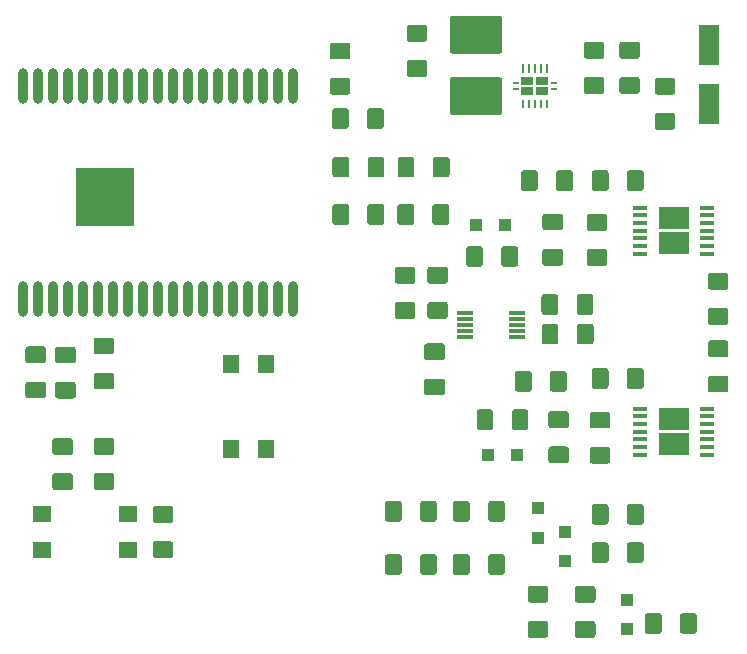
<source format=gbr>
G04 #@! TF.GenerationSoftware,KiCad,Pcbnew,(5.0.1)-3*
G04 #@! TF.CreationDate,2018-11-25T21:54:18-05:00*
G04 #@! TF.ProjectId,ESP32 Windlass,45535033322057696E646C6173732E6B,rev?*
G04 #@! TF.SameCoordinates,Original*
G04 #@! TF.FileFunction,Paste,Top*
G04 #@! TF.FilePolarity,Positive*
%FSLAX46Y46*%
G04 Gerber Fmt 4.6, Leading zero omitted, Abs format (unit mm)*
G04 Created by KiCad (PCBNEW (5.0.1)-3) date 11/25/2018 9:54:18 PM*
%MOMM*%
%LPD*%
G01*
G04 APERTURE LIST*
%ADD10R,1.400000X1.600000*%
%ADD11C,0.100000*%
%ADD12C,1.425000*%
%ADD13R,2.650000X1.850000*%
%ADD14R,1.310000X0.450000*%
%ADD15R,1.600000X1.400000*%
%ADD16R,1.800000X3.500000*%
%ADD17R,1.000000X1.000000*%
%ADD18C,3.200000*%
%ADD19R,1.400000X0.300000*%
%ADD20O,0.900000X3.000000*%
%ADD21R,5.000000X5.000000*%
%ADD22O,0.230000X0.800000*%
%ADD23R,0.230000X0.230000*%
%ADD24R,1.050000X0.680000*%
%ADD25R,0.500000X0.260000*%
G04 APERTURE END LIST*
D10*
G04 #@! TO.C,K2*
X139750000Y-81250000D03*
X139750000Y-88450000D03*
X142750000Y-81250000D03*
X142750000Y-88450000D03*
G04 #@! TD*
D11*
G04 #@! TO.C,C15*
G36*
X157899504Y-76026204D02*
X157923773Y-76029804D01*
X157947571Y-76035765D01*
X157970671Y-76044030D01*
X157992849Y-76054520D01*
X158013893Y-76067133D01*
X158033598Y-76081747D01*
X158051777Y-76098223D01*
X158068253Y-76116402D01*
X158082867Y-76136107D01*
X158095480Y-76157151D01*
X158105970Y-76179329D01*
X158114235Y-76202429D01*
X158120196Y-76226227D01*
X158123796Y-76250496D01*
X158125000Y-76275000D01*
X158125000Y-77200000D01*
X158123796Y-77224504D01*
X158120196Y-77248773D01*
X158114235Y-77272571D01*
X158105970Y-77295671D01*
X158095480Y-77317849D01*
X158082867Y-77338893D01*
X158068253Y-77358598D01*
X158051777Y-77376777D01*
X158033598Y-77393253D01*
X158013893Y-77407867D01*
X157992849Y-77420480D01*
X157970671Y-77430970D01*
X157947571Y-77439235D01*
X157923773Y-77445196D01*
X157899504Y-77448796D01*
X157875000Y-77450000D01*
X156625000Y-77450000D01*
X156600496Y-77448796D01*
X156576227Y-77445196D01*
X156552429Y-77439235D01*
X156529329Y-77430970D01*
X156507151Y-77420480D01*
X156486107Y-77407867D01*
X156466402Y-77393253D01*
X156448223Y-77376777D01*
X156431747Y-77358598D01*
X156417133Y-77338893D01*
X156404520Y-77317849D01*
X156394030Y-77295671D01*
X156385765Y-77272571D01*
X156379804Y-77248773D01*
X156376204Y-77224504D01*
X156375000Y-77200000D01*
X156375000Y-76275000D01*
X156376204Y-76250496D01*
X156379804Y-76226227D01*
X156385765Y-76202429D01*
X156394030Y-76179329D01*
X156404520Y-76157151D01*
X156417133Y-76136107D01*
X156431747Y-76116402D01*
X156448223Y-76098223D01*
X156466402Y-76081747D01*
X156486107Y-76067133D01*
X156507151Y-76054520D01*
X156529329Y-76044030D01*
X156552429Y-76035765D01*
X156576227Y-76029804D01*
X156600496Y-76026204D01*
X156625000Y-76025000D01*
X157875000Y-76025000D01*
X157899504Y-76026204D01*
X157899504Y-76026204D01*
G37*
D12*
X157250000Y-76737500D03*
D11*
G36*
X157899504Y-73051204D02*
X157923773Y-73054804D01*
X157947571Y-73060765D01*
X157970671Y-73069030D01*
X157992849Y-73079520D01*
X158013893Y-73092133D01*
X158033598Y-73106747D01*
X158051777Y-73123223D01*
X158068253Y-73141402D01*
X158082867Y-73161107D01*
X158095480Y-73182151D01*
X158105970Y-73204329D01*
X158114235Y-73227429D01*
X158120196Y-73251227D01*
X158123796Y-73275496D01*
X158125000Y-73300000D01*
X158125000Y-74225000D01*
X158123796Y-74249504D01*
X158120196Y-74273773D01*
X158114235Y-74297571D01*
X158105970Y-74320671D01*
X158095480Y-74342849D01*
X158082867Y-74363893D01*
X158068253Y-74383598D01*
X158051777Y-74401777D01*
X158033598Y-74418253D01*
X158013893Y-74432867D01*
X157992849Y-74445480D01*
X157970671Y-74455970D01*
X157947571Y-74464235D01*
X157923773Y-74470196D01*
X157899504Y-74473796D01*
X157875000Y-74475000D01*
X156625000Y-74475000D01*
X156600496Y-74473796D01*
X156576227Y-74470196D01*
X156552429Y-74464235D01*
X156529329Y-74455970D01*
X156507151Y-74445480D01*
X156486107Y-74432867D01*
X156466402Y-74418253D01*
X156448223Y-74401777D01*
X156431747Y-74383598D01*
X156417133Y-74363893D01*
X156404520Y-74342849D01*
X156394030Y-74320671D01*
X156385765Y-74297571D01*
X156379804Y-74273773D01*
X156376204Y-74249504D01*
X156375000Y-74225000D01*
X156375000Y-73300000D01*
X156376204Y-73275496D01*
X156379804Y-73251227D01*
X156385765Y-73227429D01*
X156394030Y-73204329D01*
X156404520Y-73182151D01*
X156417133Y-73161107D01*
X156431747Y-73141402D01*
X156448223Y-73123223D01*
X156466402Y-73106747D01*
X156486107Y-73092133D01*
X156507151Y-73079520D01*
X156529329Y-73069030D01*
X156552429Y-73060765D01*
X156576227Y-73054804D01*
X156600496Y-73051204D01*
X156625000Y-73050000D01*
X157875000Y-73050000D01*
X157899504Y-73051204D01*
X157899504Y-73051204D01*
G37*
D12*
X157250000Y-73762500D03*
G04 #@! TD*
D13*
G04 #@! TO.C,U1*
X177250000Y-71075000D03*
X177250000Y-68925000D03*
D14*
X180100000Y-68050000D03*
X180100000Y-68700000D03*
X180100000Y-69350000D03*
X180100000Y-70000000D03*
X180100000Y-70650000D03*
X180100000Y-71300000D03*
X180100000Y-71950000D03*
X174400000Y-71950000D03*
X174400000Y-71300000D03*
X174400000Y-70650000D03*
X174405000Y-70000000D03*
X174400000Y-69350000D03*
X174400000Y-68700000D03*
X174400000Y-68050000D03*
G04 #@! TD*
G04 #@! TO.C,U2*
X174400000Y-85050000D03*
X174400000Y-85700000D03*
X174400000Y-86350000D03*
X174405000Y-87000000D03*
X174400000Y-87650000D03*
X174400000Y-88300000D03*
X174400000Y-88950000D03*
X180100000Y-88950000D03*
X180100000Y-88300000D03*
X180100000Y-87650000D03*
X180100000Y-87000000D03*
X180100000Y-86350000D03*
X180100000Y-85700000D03*
X180100000Y-85050000D03*
D13*
X177250000Y-85925000D03*
X177250000Y-88075000D03*
G04 #@! TD*
D11*
G04 #@! TO.C,C1*
G36*
X126149504Y-87551204D02*
X126173773Y-87554804D01*
X126197571Y-87560765D01*
X126220671Y-87569030D01*
X126242849Y-87579520D01*
X126263893Y-87592133D01*
X126283598Y-87606747D01*
X126301777Y-87623223D01*
X126318253Y-87641402D01*
X126332867Y-87661107D01*
X126345480Y-87682151D01*
X126355970Y-87704329D01*
X126364235Y-87727429D01*
X126370196Y-87751227D01*
X126373796Y-87775496D01*
X126375000Y-87800000D01*
X126375000Y-88725000D01*
X126373796Y-88749504D01*
X126370196Y-88773773D01*
X126364235Y-88797571D01*
X126355970Y-88820671D01*
X126345480Y-88842849D01*
X126332867Y-88863893D01*
X126318253Y-88883598D01*
X126301777Y-88901777D01*
X126283598Y-88918253D01*
X126263893Y-88932867D01*
X126242849Y-88945480D01*
X126220671Y-88955970D01*
X126197571Y-88964235D01*
X126173773Y-88970196D01*
X126149504Y-88973796D01*
X126125000Y-88975000D01*
X124875000Y-88975000D01*
X124850496Y-88973796D01*
X124826227Y-88970196D01*
X124802429Y-88964235D01*
X124779329Y-88955970D01*
X124757151Y-88945480D01*
X124736107Y-88932867D01*
X124716402Y-88918253D01*
X124698223Y-88901777D01*
X124681747Y-88883598D01*
X124667133Y-88863893D01*
X124654520Y-88842849D01*
X124644030Y-88820671D01*
X124635765Y-88797571D01*
X124629804Y-88773773D01*
X124626204Y-88749504D01*
X124625000Y-88725000D01*
X124625000Y-87800000D01*
X124626204Y-87775496D01*
X124629804Y-87751227D01*
X124635765Y-87727429D01*
X124644030Y-87704329D01*
X124654520Y-87682151D01*
X124667133Y-87661107D01*
X124681747Y-87641402D01*
X124698223Y-87623223D01*
X124716402Y-87606747D01*
X124736107Y-87592133D01*
X124757151Y-87579520D01*
X124779329Y-87569030D01*
X124802429Y-87560765D01*
X124826227Y-87554804D01*
X124850496Y-87551204D01*
X124875000Y-87550000D01*
X126125000Y-87550000D01*
X126149504Y-87551204D01*
X126149504Y-87551204D01*
G37*
D12*
X125500000Y-88262500D03*
D11*
G36*
X126149504Y-90526204D02*
X126173773Y-90529804D01*
X126197571Y-90535765D01*
X126220671Y-90544030D01*
X126242849Y-90554520D01*
X126263893Y-90567133D01*
X126283598Y-90581747D01*
X126301777Y-90598223D01*
X126318253Y-90616402D01*
X126332867Y-90636107D01*
X126345480Y-90657151D01*
X126355970Y-90679329D01*
X126364235Y-90702429D01*
X126370196Y-90726227D01*
X126373796Y-90750496D01*
X126375000Y-90775000D01*
X126375000Y-91700000D01*
X126373796Y-91724504D01*
X126370196Y-91748773D01*
X126364235Y-91772571D01*
X126355970Y-91795671D01*
X126345480Y-91817849D01*
X126332867Y-91838893D01*
X126318253Y-91858598D01*
X126301777Y-91876777D01*
X126283598Y-91893253D01*
X126263893Y-91907867D01*
X126242849Y-91920480D01*
X126220671Y-91930970D01*
X126197571Y-91939235D01*
X126173773Y-91945196D01*
X126149504Y-91948796D01*
X126125000Y-91950000D01*
X124875000Y-91950000D01*
X124850496Y-91948796D01*
X124826227Y-91945196D01*
X124802429Y-91939235D01*
X124779329Y-91930970D01*
X124757151Y-91920480D01*
X124736107Y-91907867D01*
X124716402Y-91893253D01*
X124698223Y-91876777D01*
X124681747Y-91858598D01*
X124667133Y-91838893D01*
X124654520Y-91817849D01*
X124644030Y-91795671D01*
X124635765Y-91772571D01*
X124629804Y-91748773D01*
X124626204Y-91724504D01*
X124625000Y-91700000D01*
X124625000Y-90775000D01*
X124626204Y-90750496D01*
X124629804Y-90726227D01*
X124635765Y-90702429D01*
X124644030Y-90679329D01*
X124654520Y-90657151D01*
X124667133Y-90636107D01*
X124681747Y-90616402D01*
X124698223Y-90598223D01*
X124716402Y-90581747D01*
X124736107Y-90567133D01*
X124757151Y-90554520D01*
X124779329Y-90544030D01*
X124802429Y-90535765D01*
X124826227Y-90529804D01*
X124850496Y-90526204D01*
X124875000Y-90525000D01*
X126125000Y-90525000D01*
X126149504Y-90526204D01*
X126149504Y-90526204D01*
G37*
D12*
X125500000Y-91237500D03*
G04 #@! TD*
D15*
G04 #@! TO.C,K1*
X131000000Y-94000000D03*
X123800000Y-94000000D03*
X131000000Y-97000000D03*
X123800000Y-97000000D03*
G04 #@! TD*
D11*
G04 #@! TO.C,C14*
G36*
X156149504Y-52563704D02*
X156173773Y-52567304D01*
X156197571Y-52573265D01*
X156220671Y-52581530D01*
X156242849Y-52592020D01*
X156263893Y-52604633D01*
X156283598Y-52619247D01*
X156301777Y-52635723D01*
X156318253Y-52653902D01*
X156332867Y-52673607D01*
X156345480Y-52694651D01*
X156355970Y-52716829D01*
X156364235Y-52739929D01*
X156370196Y-52763727D01*
X156373796Y-52787996D01*
X156375000Y-52812500D01*
X156375000Y-53737500D01*
X156373796Y-53762004D01*
X156370196Y-53786273D01*
X156364235Y-53810071D01*
X156355970Y-53833171D01*
X156345480Y-53855349D01*
X156332867Y-53876393D01*
X156318253Y-53896098D01*
X156301777Y-53914277D01*
X156283598Y-53930753D01*
X156263893Y-53945367D01*
X156242849Y-53957980D01*
X156220671Y-53968470D01*
X156197571Y-53976735D01*
X156173773Y-53982696D01*
X156149504Y-53986296D01*
X156125000Y-53987500D01*
X154875000Y-53987500D01*
X154850496Y-53986296D01*
X154826227Y-53982696D01*
X154802429Y-53976735D01*
X154779329Y-53968470D01*
X154757151Y-53957980D01*
X154736107Y-53945367D01*
X154716402Y-53930753D01*
X154698223Y-53914277D01*
X154681747Y-53896098D01*
X154667133Y-53876393D01*
X154654520Y-53855349D01*
X154644030Y-53833171D01*
X154635765Y-53810071D01*
X154629804Y-53786273D01*
X154626204Y-53762004D01*
X154625000Y-53737500D01*
X154625000Y-52812500D01*
X154626204Y-52787996D01*
X154629804Y-52763727D01*
X154635765Y-52739929D01*
X154644030Y-52716829D01*
X154654520Y-52694651D01*
X154667133Y-52673607D01*
X154681747Y-52653902D01*
X154698223Y-52635723D01*
X154716402Y-52619247D01*
X154736107Y-52604633D01*
X154757151Y-52592020D01*
X154779329Y-52581530D01*
X154802429Y-52573265D01*
X154826227Y-52567304D01*
X154850496Y-52563704D01*
X154875000Y-52562500D01*
X156125000Y-52562500D01*
X156149504Y-52563704D01*
X156149504Y-52563704D01*
G37*
D12*
X155500000Y-53275000D03*
D11*
G36*
X156149504Y-55538704D02*
X156173773Y-55542304D01*
X156197571Y-55548265D01*
X156220671Y-55556530D01*
X156242849Y-55567020D01*
X156263893Y-55579633D01*
X156283598Y-55594247D01*
X156301777Y-55610723D01*
X156318253Y-55628902D01*
X156332867Y-55648607D01*
X156345480Y-55669651D01*
X156355970Y-55691829D01*
X156364235Y-55714929D01*
X156370196Y-55738727D01*
X156373796Y-55762996D01*
X156375000Y-55787500D01*
X156375000Y-56712500D01*
X156373796Y-56737004D01*
X156370196Y-56761273D01*
X156364235Y-56785071D01*
X156355970Y-56808171D01*
X156345480Y-56830349D01*
X156332867Y-56851393D01*
X156318253Y-56871098D01*
X156301777Y-56889277D01*
X156283598Y-56905753D01*
X156263893Y-56920367D01*
X156242849Y-56932980D01*
X156220671Y-56943470D01*
X156197571Y-56951735D01*
X156173773Y-56957696D01*
X156149504Y-56961296D01*
X156125000Y-56962500D01*
X154875000Y-56962500D01*
X154850496Y-56961296D01*
X154826227Y-56957696D01*
X154802429Y-56951735D01*
X154779329Y-56943470D01*
X154757151Y-56932980D01*
X154736107Y-56920367D01*
X154716402Y-56905753D01*
X154698223Y-56889277D01*
X154681747Y-56871098D01*
X154667133Y-56851393D01*
X154654520Y-56830349D01*
X154644030Y-56808171D01*
X154635765Y-56785071D01*
X154629804Y-56761273D01*
X154626204Y-56737004D01*
X154625000Y-56712500D01*
X154625000Y-55787500D01*
X154626204Y-55762996D01*
X154629804Y-55738727D01*
X154635765Y-55714929D01*
X154644030Y-55691829D01*
X154654520Y-55669651D01*
X154667133Y-55648607D01*
X154681747Y-55628902D01*
X154698223Y-55610723D01*
X154716402Y-55594247D01*
X154736107Y-55579633D01*
X154757151Y-55567020D01*
X154779329Y-55556530D01*
X154802429Y-55548265D01*
X154826227Y-55542304D01*
X154850496Y-55538704D01*
X154875000Y-55537500D01*
X156125000Y-55537500D01*
X156149504Y-55538704D01*
X156149504Y-55538704D01*
G37*
D12*
X155500000Y-56250000D03*
G04 #@! TD*
D11*
G04 #@! TO.C,C12*
G36*
X174158635Y-54002580D02*
X174182904Y-54006180D01*
X174206702Y-54012141D01*
X174229802Y-54020406D01*
X174251980Y-54030896D01*
X174273024Y-54043509D01*
X174292729Y-54058123D01*
X174310908Y-54074599D01*
X174327384Y-54092778D01*
X174341998Y-54112483D01*
X174354611Y-54133527D01*
X174365101Y-54155705D01*
X174373366Y-54178805D01*
X174379327Y-54202603D01*
X174382927Y-54226872D01*
X174384131Y-54251376D01*
X174384131Y-55176376D01*
X174382927Y-55200880D01*
X174379327Y-55225149D01*
X174373366Y-55248947D01*
X174365101Y-55272047D01*
X174354611Y-55294225D01*
X174341998Y-55315269D01*
X174327384Y-55334974D01*
X174310908Y-55353153D01*
X174292729Y-55369629D01*
X174273024Y-55384243D01*
X174251980Y-55396856D01*
X174229802Y-55407346D01*
X174206702Y-55415611D01*
X174182904Y-55421572D01*
X174158635Y-55425172D01*
X174134131Y-55426376D01*
X172884131Y-55426376D01*
X172859627Y-55425172D01*
X172835358Y-55421572D01*
X172811560Y-55415611D01*
X172788460Y-55407346D01*
X172766282Y-55396856D01*
X172745238Y-55384243D01*
X172725533Y-55369629D01*
X172707354Y-55353153D01*
X172690878Y-55334974D01*
X172676264Y-55315269D01*
X172663651Y-55294225D01*
X172653161Y-55272047D01*
X172644896Y-55248947D01*
X172638935Y-55225149D01*
X172635335Y-55200880D01*
X172634131Y-55176376D01*
X172634131Y-54251376D01*
X172635335Y-54226872D01*
X172638935Y-54202603D01*
X172644896Y-54178805D01*
X172653161Y-54155705D01*
X172663651Y-54133527D01*
X172676264Y-54112483D01*
X172690878Y-54092778D01*
X172707354Y-54074599D01*
X172725533Y-54058123D01*
X172745238Y-54043509D01*
X172766282Y-54030896D01*
X172788460Y-54020406D01*
X172811560Y-54012141D01*
X172835358Y-54006180D01*
X172859627Y-54002580D01*
X172884131Y-54001376D01*
X174134131Y-54001376D01*
X174158635Y-54002580D01*
X174158635Y-54002580D01*
G37*
D12*
X173509131Y-54713876D03*
D11*
G36*
X174158635Y-56977580D02*
X174182904Y-56981180D01*
X174206702Y-56987141D01*
X174229802Y-56995406D01*
X174251980Y-57005896D01*
X174273024Y-57018509D01*
X174292729Y-57033123D01*
X174310908Y-57049599D01*
X174327384Y-57067778D01*
X174341998Y-57087483D01*
X174354611Y-57108527D01*
X174365101Y-57130705D01*
X174373366Y-57153805D01*
X174379327Y-57177603D01*
X174382927Y-57201872D01*
X174384131Y-57226376D01*
X174384131Y-58151376D01*
X174382927Y-58175880D01*
X174379327Y-58200149D01*
X174373366Y-58223947D01*
X174365101Y-58247047D01*
X174354611Y-58269225D01*
X174341998Y-58290269D01*
X174327384Y-58309974D01*
X174310908Y-58328153D01*
X174292729Y-58344629D01*
X174273024Y-58359243D01*
X174251980Y-58371856D01*
X174229802Y-58382346D01*
X174206702Y-58390611D01*
X174182904Y-58396572D01*
X174158635Y-58400172D01*
X174134131Y-58401376D01*
X172884131Y-58401376D01*
X172859627Y-58400172D01*
X172835358Y-58396572D01*
X172811560Y-58390611D01*
X172788460Y-58382346D01*
X172766282Y-58371856D01*
X172745238Y-58359243D01*
X172725533Y-58344629D01*
X172707354Y-58328153D01*
X172690878Y-58309974D01*
X172676264Y-58290269D01*
X172663651Y-58269225D01*
X172653161Y-58247047D01*
X172644896Y-58223947D01*
X172638935Y-58200149D01*
X172635335Y-58175880D01*
X172634131Y-58151376D01*
X172634131Y-57226376D01*
X172635335Y-57201872D01*
X172638935Y-57177603D01*
X172644896Y-57153805D01*
X172653161Y-57130705D01*
X172663651Y-57108527D01*
X172676264Y-57087483D01*
X172690878Y-57067778D01*
X172707354Y-57049599D01*
X172725533Y-57033123D01*
X172745238Y-57018509D01*
X172766282Y-57005896D01*
X172788460Y-56995406D01*
X172811560Y-56987141D01*
X172835358Y-56981180D01*
X172859627Y-56977580D01*
X172884131Y-56976376D01*
X174134131Y-56976376D01*
X174158635Y-56977580D01*
X174158635Y-56977580D01*
G37*
D12*
X173509131Y-57688876D03*
G04 #@! TD*
D11*
G04 #@! TO.C,C11*
G36*
X171158635Y-56977580D02*
X171182904Y-56981180D01*
X171206702Y-56987141D01*
X171229802Y-56995406D01*
X171251980Y-57005896D01*
X171273024Y-57018509D01*
X171292729Y-57033123D01*
X171310908Y-57049599D01*
X171327384Y-57067778D01*
X171341998Y-57087483D01*
X171354611Y-57108527D01*
X171365101Y-57130705D01*
X171373366Y-57153805D01*
X171379327Y-57177603D01*
X171382927Y-57201872D01*
X171384131Y-57226376D01*
X171384131Y-58151376D01*
X171382927Y-58175880D01*
X171379327Y-58200149D01*
X171373366Y-58223947D01*
X171365101Y-58247047D01*
X171354611Y-58269225D01*
X171341998Y-58290269D01*
X171327384Y-58309974D01*
X171310908Y-58328153D01*
X171292729Y-58344629D01*
X171273024Y-58359243D01*
X171251980Y-58371856D01*
X171229802Y-58382346D01*
X171206702Y-58390611D01*
X171182904Y-58396572D01*
X171158635Y-58400172D01*
X171134131Y-58401376D01*
X169884131Y-58401376D01*
X169859627Y-58400172D01*
X169835358Y-58396572D01*
X169811560Y-58390611D01*
X169788460Y-58382346D01*
X169766282Y-58371856D01*
X169745238Y-58359243D01*
X169725533Y-58344629D01*
X169707354Y-58328153D01*
X169690878Y-58309974D01*
X169676264Y-58290269D01*
X169663651Y-58269225D01*
X169653161Y-58247047D01*
X169644896Y-58223947D01*
X169638935Y-58200149D01*
X169635335Y-58175880D01*
X169634131Y-58151376D01*
X169634131Y-57226376D01*
X169635335Y-57201872D01*
X169638935Y-57177603D01*
X169644896Y-57153805D01*
X169653161Y-57130705D01*
X169663651Y-57108527D01*
X169676264Y-57087483D01*
X169690878Y-57067778D01*
X169707354Y-57049599D01*
X169725533Y-57033123D01*
X169745238Y-57018509D01*
X169766282Y-57005896D01*
X169788460Y-56995406D01*
X169811560Y-56987141D01*
X169835358Y-56981180D01*
X169859627Y-56977580D01*
X169884131Y-56976376D01*
X171134131Y-56976376D01*
X171158635Y-56977580D01*
X171158635Y-56977580D01*
G37*
D12*
X170509131Y-57688876D03*
D11*
G36*
X171158635Y-54002580D02*
X171182904Y-54006180D01*
X171206702Y-54012141D01*
X171229802Y-54020406D01*
X171251980Y-54030896D01*
X171273024Y-54043509D01*
X171292729Y-54058123D01*
X171310908Y-54074599D01*
X171327384Y-54092778D01*
X171341998Y-54112483D01*
X171354611Y-54133527D01*
X171365101Y-54155705D01*
X171373366Y-54178805D01*
X171379327Y-54202603D01*
X171382927Y-54226872D01*
X171384131Y-54251376D01*
X171384131Y-55176376D01*
X171382927Y-55200880D01*
X171379327Y-55225149D01*
X171373366Y-55248947D01*
X171365101Y-55272047D01*
X171354611Y-55294225D01*
X171341998Y-55315269D01*
X171327384Y-55334974D01*
X171310908Y-55353153D01*
X171292729Y-55369629D01*
X171273024Y-55384243D01*
X171251980Y-55396856D01*
X171229802Y-55407346D01*
X171206702Y-55415611D01*
X171182904Y-55421572D01*
X171158635Y-55425172D01*
X171134131Y-55426376D01*
X169884131Y-55426376D01*
X169859627Y-55425172D01*
X169835358Y-55421572D01*
X169811560Y-55415611D01*
X169788460Y-55407346D01*
X169766282Y-55396856D01*
X169745238Y-55384243D01*
X169725533Y-55369629D01*
X169707354Y-55353153D01*
X169690878Y-55334974D01*
X169676264Y-55315269D01*
X169663651Y-55294225D01*
X169653161Y-55272047D01*
X169644896Y-55248947D01*
X169638935Y-55225149D01*
X169635335Y-55200880D01*
X169634131Y-55176376D01*
X169634131Y-54251376D01*
X169635335Y-54226872D01*
X169638935Y-54202603D01*
X169644896Y-54178805D01*
X169653161Y-54155705D01*
X169663651Y-54133527D01*
X169676264Y-54112483D01*
X169690878Y-54092778D01*
X169707354Y-54074599D01*
X169725533Y-54058123D01*
X169745238Y-54043509D01*
X169766282Y-54030896D01*
X169788460Y-54020406D01*
X169811560Y-54012141D01*
X169835358Y-54006180D01*
X169859627Y-54002580D01*
X169884131Y-54001376D01*
X171134131Y-54001376D01*
X171158635Y-54002580D01*
X171158635Y-54002580D01*
G37*
D12*
X170509131Y-54713876D03*
G04 #@! TD*
D11*
G04 #@! TO.C,C10*
G36*
X170237004Y-77876204D02*
X170261273Y-77879804D01*
X170285071Y-77885765D01*
X170308171Y-77894030D01*
X170330349Y-77904520D01*
X170351393Y-77917133D01*
X170371098Y-77931747D01*
X170389277Y-77948223D01*
X170405753Y-77966402D01*
X170420367Y-77986107D01*
X170432980Y-78007151D01*
X170443470Y-78029329D01*
X170451735Y-78052429D01*
X170457696Y-78076227D01*
X170461296Y-78100496D01*
X170462500Y-78125000D01*
X170462500Y-79375000D01*
X170461296Y-79399504D01*
X170457696Y-79423773D01*
X170451735Y-79447571D01*
X170443470Y-79470671D01*
X170432980Y-79492849D01*
X170420367Y-79513893D01*
X170405753Y-79533598D01*
X170389277Y-79551777D01*
X170371098Y-79568253D01*
X170351393Y-79582867D01*
X170330349Y-79595480D01*
X170308171Y-79605970D01*
X170285071Y-79614235D01*
X170261273Y-79620196D01*
X170237004Y-79623796D01*
X170212500Y-79625000D01*
X169287500Y-79625000D01*
X169262996Y-79623796D01*
X169238727Y-79620196D01*
X169214929Y-79614235D01*
X169191829Y-79605970D01*
X169169651Y-79595480D01*
X169148607Y-79582867D01*
X169128902Y-79568253D01*
X169110723Y-79551777D01*
X169094247Y-79533598D01*
X169079633Y-79513893D01*
X169067020Y-79492849D01*
X169056530Y-79470671D01*
X169048265Y-79447571D01*
X169042304Y-79423773D01*
X169038704Y-79399504D01*
X169037500Y-79375000D01*
X169037500Y-78125000D01*
X169038704Y-78100496D01*
X169042304Y-78076227D01*
X169048265Y-78052429D01*
X169056530Y-78029329D01*
X169067020Y-78007151D01*
X169079633Y-77986107D01*
X169094247Y-77966402D01*
X169110723Y-77948223D01*
X169128902Y-77931747D01*
X169148607Y-77917133D01*
X169169651Y-77904520D01*
X169191829Y-77894030D01*
X169214929Y-77885765D01*
X169238727Y-77879804D01*
X169262996Y-77876204D01*
X169287500Y-77875000D01*
X170212500Y-77875000D01*
X170237004Y-77876204D01*
X170237004Y-77876204D01*
G37*
D12*
X169750000Y-78750000D03*
D11*
G36*
X167262004Y-77876204D02*
X167286273Y-77879804D01*
X167310071Y-77885765D01*
X167333171Y-77894030D01*
X167355349Y-77904520D01*
X167376393Y-77917133D01*
X167396098Y-77931747D01*
X167414277Y-77948223D01*
X167430753Y-77966402D01*
X167445367Y-77986107D01*
X167457980Y-78007151D01*
X167468470Y-78029329D01*
X167476735Y-78052429D01*
X167482696Y-78076227D01*
X167486296Y-78100496D01*
X167487500Y-78125000D01*
X167487500Y-79375000D01*
X167486296Y-79399504D01*
X167482696Y-79423773D01*
X167476735Y-79447571D01*
X167468470Y-79470671D01*
X167457980Y-79492849D01*
X167445367Y-79513893D01*
X167430753Y-79533598D01*
X167414277Y-79551777D01*
X167396098Y-79568253D01*
X167376393Y-79582867D01*
X167355349Y-79595480D01*
X167333171Y-79605970D01*
X167310071Y-79614235D01*
X167286273Y-79620196D01*
X167262004Y-79623796D01*
X167237500Y-79625000D01*
X166312500Y-79625000D01*
X166287996Y-79623796D01*
X166263727Y-79620196D01*
X166239929Y-79614235D01*
X166216829Y-79605970D01*
X166194651Y-79595480D01*
X166173607Y-79582867D01*
X166153902Y-79568253D01*
X166135723Y-79551777D01*
X166119247Y-79533598D01*
X166104633Y-79513893D01*
X166092020Y-79492849D01*
X166081530Y-79470671D01*
X166073265Y-79447571D01*
X166067304Y-79423773D01*
X166063704Y-79399504D01*
X166062500Y-79375000D01*
X166062500Y-78125000D01*
X166063704Y-78100496D01*
X166067304Y-78076227D01*
X166073265Y-78052429D01*
X166081530Y-78029329D01*
X166092020Y-78007151D01*
X166104633Y-77986107D01*
X166119247Y-77966402D01*
X166135723Y-77948223D01*
X166153902Y-77931747D01*
X166173607Y-77917133D01*
X166194651Y-77904520D01*
X166216829Y-77894030D01*
X166239929Y-77885765D01*
X166263727Y-77879804D01*
X166287996Y-77876204D01*
X166312500Y-77875000D01*
X167237500Y-77875000D01*
X167262004Y-77876204D01*
X167262004Y-77876204D01*
G37*
D12*
X166775000Y-78750000D03*
G04 #@! TD*
D11*
G04 #@! TO.C,C9*
G36*
X167249504Y-75376204D02*
X167273773Y-75379804D01*
X167297571Y-75385765D01*
X167320671Y-75394030D01*
X167342849Y-75404520D01*
X167363893Y-75417133D01*
X167383598Y-75431747D01*
X167401777Y-75448223D01*
X167418253Y-75466402D01*
X167432867Y-75486107D01*
X167445480Y-75507151D01*
X167455970Y-75529329D01*
X167464235Y-75552429D01*
X167470196Y-75576227D01*
X167473796Y-75600496D01*
X167475000Y-75625000D01*
X167475000Y-76875000D01*
X167473796Y-76899504D01*
X167470196Y-76923773D01*
X167464235Y-76947571D01*
X167455970Y-76970671D01*
X167445480Y-76992849D01*
X167432867Y-77013893D01*
X167418253Y-77033598D01*
X167401777Y-77051777D01*
X167383598Y-77068253D01*
X167363893Y-77082867D01*
X167342849Y-77095480D01*
X167320671Y-77105970D01*
X167297571Y-77114235D01*
X167273773Y-77120196D01*
X167249504Y-77123796D01*
X167225000Y-77125000D01*
X166300000Y-77125000D01*
X166275496Y-77123796D01*
X166251227Y-77120196D01*
X166227429Y-77114235D01*
X166204329Y-77105970D01*
X166182151Y-77095480D01*
X166161107Y-77082867D01*
X166141402Y-77068253D01*
X166123223Y-77051777D01*
X166106747Y-77033598D01*
X166092133Y-77013893D01*
X166079520Y-76992849D01*
X166069030Y-76970671D01*
X166060765Y-76947571D01*
X166054804Y-76923773D01*
X166051204Y-76899504D01*
X166050000Y-76875000D01*
X166050000Y-75625000D01*
X166051204Y-75600496D01*
X166054804Y-75576227D01*
X166060765Y-75552429D01*
X166069030Y-75529329D01*
X166079520Y-75507151D01*
X166092133Y-75486107D01*
X166106747Y-75466402D01*
X166123223Y-75448223D01*
X166141402Y-75431747D01*
X166161107Y-75417133D01*
X166182151Y-75404520D01*
X166204329Y-75394030D01*
X166227429Y-75385765D01*
X166251227Y-75379804D01*
X166275496Y-75376204D01*
X166300000Y-75375000D01*
X167225000Y-75375000D01*
X167249504Y-75376204D01*
X167249504Y-75376204D01*
G37*
D12*
X166762500Y-76250000D03*
D11*
G36*
X170224504Y-75376204D02*
X170248773Y-75379804D01*
X170272571Y-75385765D01*
X170295671Y-75394030D01*
X170317849Y-75404520D01*
X170338893Y-75417133D01*
X170358598Y-75431747D01*
X170376777Y-75448223D01*
X170393253Y-75466402D01*
X170407867Y-75486107D01*
X170420480Y-75507151D01*
X170430970Y-75529329D01*
X170439235Y-75552429D01*
X170445196Y-75576227D01*
X170448796Y-75600496D01*
X170450000Y-75625000D01*
X170450000Y-76875000D01*
X170448796Y-76899504D01*
X170445196Y-76923773D01*
X170439235Y-76947571D01*
X170430970Y-76970671D01*
X170420480Y-76992849D01*
X170407867Y-77013893D01*
X170393253Y-77033598D01*
X170376777Y-77051777D01*
X170358598Y-77068253D01*
X170338893Y-77082867D01*
X170317849Y-77095480D01*
X170295671Y-77105970D01*
X170272571Y-77114235D01*
X170248773Y-77120196D01*
X170224504Y-77123796D01*
X170200000Y-77125000D01*
X169275000Y-77125000D01*
X169250496Y-77123796D01*
X169226227Y-77120196D01*
X169202429Y-77114235D01*
X169179329Y-77105970D01*
X169157151Y-77095480D01*
X169136107Y-77082867D01*
X169116402Y-77068253D01*
X169098223Y-77051777D01*
X169081747Y-77033598D01*
X169067133Y-77013893D01*
X169054520Y-76992849D01*
X169044030Y-76970671D01*
X169035765Y-76947571D01*
X169029804Y-76923773D01*
X169026204Y-76899504D01*
X169025000Y-76875000D01*
X169025000Y-75625000D01*
X169026204Y-75600496D01*
X169029804Y-75576227D01*
X169035765Y-75552429D01*
X169044030Y-75529329D01*
X169054520Y-75507151D01*
X169067133Y-75486107D01*
X169081747Y-75466402D01*
X169098223Y-75448223D01*
X169116402Y-75431747D01*
X169136107Y-75417133D01*
X169157151Y-75404520D01*
X169179329Y-75394030D01*
X169202429Y-75385765D01*
X169226227Y-75379804D01*
X169250496Y-75376204D01*
X169275000Y-75375000D01*
X170200000Y-75375000D01*
X170224504Y-75376204D01*
X170224504Y-75376204D01*
G37*
D12*
X169737500Y-76250000D03*
G04 #@! TD*
D11*
G04 #@! TO.C,C8*
G36*
X181649504Y-79288704D02*
X181673773Y-79292304D01*
X181697571Y-79298265D01*
X181720671Y-79306530D01*
X181742849Y-79317020D01*
X181763893Y-79329633D01*
X181783598Y-79344247D01*
X181801777Y-79360723D01*
X181818253Y-79378902D01*
X181832867Y-79398607D01*
X181845480Y-79419651D01*
X181855970Y-79441829D01*
X181864235Y-79464929D01*
X181870196Y-79488727D01*
X181873796Y-79512996D01*
X181875000Y-79537500D01*
X181875000Y-80462500D01*
X181873796Y-80487004D01*
X181870196Y-80511273D01*
X181864235Y-80535071D01*
X181855970Y-80558171D01*
X181845480Y-80580349D01*
X181832867Y-80601393D01*
X181818253Y-80621098D01*
X181801777Y-80639277D01*
X181783598Y-80655753D01*
X181763893Y-80670367D01*
X181742849Y-80682980D01*
X181720671Y-80693470D01*
X181697571Y-80701735D01*
X181673773Y-80707696D01*
X181649504Y-80711296D01*
X181625000Y-80712500D01*
X180375000Y-80712500D01*
X180350496Y-80711296D01*
X180326227Y-80707696D01*
X180302429Y-80701735D01*
X180279329Y-80693470D01*
X180257151Y-80682980D01*
X180236107Y-80670367D01*
X180216402Y-80655753D01*
X180198223Y-80639277D01*
X180181747Y-80621098D01*
X180167133Y-80601393D01*
X180154520Y-80580349D01*
X180144030Y-80558171D01*
X180135765Y-80535071D01*
X180129804Y-80511273D01*
X180126204Y-80487004D01*
X180125000Y-80462500D01*
X180125000Y-79537500D01*
X180126204Y-79512996D01*
X180129804Y-79488727D01*
X180135765Y-79464929D01*
X180144030Y-79441829D01*
X180154520Y-79419651D01*
X180167133Y-79398607D01*
X180181747Y-79378902D01*
X180198223Y-79360723D01*
X180216402Y-79344247D01*
X180236107Y-79329633D01*
X180257151Y-79317020D01*
X180279329Y-79306530D01*
X180302429Y-79298265D01*
X180326227Y-79292304D01*
X180350496Y-79288704D01*
X180375000Y-79287500D01*
X181625000Y-79287500D01*
X181649504Y-79288704D01*
X181649504Y-79288704D01*
G37*
D12*
X181000000Y-80000000D03*
D11*
G36*
X181649504Y-82263704D02*
X181673773Y-82267304D01*
X181697571Y-82273265D01*
X181720671Y-82281530D01*
X181742849Y-82292020D01*
X181763893Y-82304633D01*
X181783598Y-82319247D01*
X181801777Y-82335723D01*
X181818253Y-82353902D01*
X181832867Y-82373607D01*
X181845480Y-82394651D01*
X181855970Y-82416829D01*
X181864235Y-82439929D01*
X181870196Y-82463727D01*
X181873796Y-82487996D01*
X181875000Y-82512500D01*
X181875000Y-83437500D01*
X181873796Y-83462004D01*
X181870196Y-83486273D01*
X181864235Y-83510071D01*
X181855970Y-83533171D01*
X181845480Y-83555349D01*
X181832867Y-83576393D01*
X181818253Y-83596098D01*
X181801777Y-83614277D01*
X181783598Y-83630753D01*
X181763893Y-83645367D01*
X181742849Y-83657980D01*
X181720671Y-83668470D01*
X181697571Y-83676735D01*
X181673773Y-83682696D01*
X181649504Y-83686296D01*
X181625000Y-83687500D01*
X180375000Y-83687500D01*
X180350496Y-83686296D01*
X180326227Y-83682696D01*
X180302429Y-83676735D01*
X180279329Y-83668470D01*
X180257151Y-83657980D01*
X180236107Y-83645367D01*
X180216402Y-83630753D01*
X180198223Y-83614277D01*
X180181747Y-83596098D01*
X180167133Y-83576393D01*
X180154520Y-83555349D01*
X180144030Y-83533171D01*
X180135765Y-83510071D01*
X180129804Y-83486273D01*
X180126204Y-83462004D01*
X180125000Y-83437500D01*
X180125000Y-82512500D01*
X180126204Y-82487996D01*
X180129804Y-82463727D01*
X180135765Y-82439929D01*
X180144030Y-82416829D01*
X180154520Y-82394651D01*
X180167133Y-82373607D01*
X180181747Y-82353902D01*
X180198223Y-82335723D01*
X180216402Y-82319247D01*
X180236107Y-82304633D01*
X180257151Y-82292020D01*
X180279329Y-82281530D01*
X180302429Y-82273265D01*
X180326227Y-82267304D01*
X180350496Y-82263704D01*
X180375000Y-82262500D01*
X181625000Y-82262500D01*
X181649504Y-82263704D01*
X181649504Y-82263704D01*
G37*
D12*
X181000000Y-82975000D03*
G04 #@! TD*
D11*
G04 #@! TO.C,C7*
G36*
X181649504Y-73563704D02*
X181673773Y-73567304D01*
X181697571Y-73573265D01*
X181720671Y-73581530D01*
X181742849Y-73592020D01*
X181763893Y-73604633D01*
X181783598Y-73619247D01*
X181801777Y-73635723D01*
X181818253Y-73653902D01*
X181832867Y-73673607D01*
X181845480Y-73694651D01*
X181855970Y-73716829D01*
X181864235Y-73739929D01*
X181870196Y-73763727D01*
X181873796Y-73787996D01*
X181875000Y-73812500D01*
X181875000Y-74737500D01*
X181873796Y-74762004D01*
X181870196Y-74786273D01*
X181864235Y-74810071D01*
X181855970Y-74833171D01*
X181845480Y-74855349D01*
X181832867Y-74876393D01*
X181818253Y-74896098D01*
X181801777Y-74914277D01*
X181783598Y-74930753D01*
X181763893Y-74945367D01*
X181742849Y-74957980D01*
X181720671Y-74968470D01*
X181697571Y-74976735D01*
X181673773Y-74982696D01*
X181649504Y-74986296D01*
X181625000Y-74987500D01*
X180375000Y-74987500D01*
X180350496Y-74986296D01*
X180326227Y-74982696D01*
X180302429Y-74976735D01*
X180279329Y-74968470D01*
X180257151Y-74957980D01*
X180236107Y-74945367D01*
X180216402Y-74930753D01*
X180198223Y-74914277D01*
X180181747Y-74896098D01*
X180167133Y-74876393D01*
X180154520Y-74855349D01*
X180144030Y-74833171D01*
X180135765Y-74810071D01*
X180129804Y-74786273D01*
X180126204Y-74762004D01*
X180125000Y-74737500D01*
X180125000Y-73812500D01*
X180126204Y-73787996D01*
X180129804Y-73763727D01*
X180135765Y-73739929D01*
X180144030Y-73716829D01*
X180154520Y-73694651D01*
X180167133Y-73673607D01*
X180181747Y-73653902D01*
X180198223Y-73635723D01*
X180216402Y-73619247D01*
X180236107Y-73604633D01*
X180257151Y-73592020D01*
X180279329Y-73581530D01*
X180302429Y-73573265D01*
X180326227Y-73567304D01*
X180350496Y-73563704D01*
X180375000Y-73562500D01*
X181625000Y-73562500D01*
X181649504Y-73563704D01*
X181649504Y-73563704D01*
G37*
D12*
X181000000Y-74275000D03*
D11*
G36*
X181649504Y-76538704D02*
X181673773Y-76542304D01*
X181697571Y-76548265D01*
X181720671Y-76556530D01*
X181742849Y-76567020D01*
X181763893Y-76579633D01*
X181783598Y-76594247D01*
X181801777Y-76610723D01*
X181818253Y-76628902D01*
X181832867Y-76648607D01*
X181845480Y-76669651D01*
X181855970Y-76691829D01*
X181864235Y-76714929D01*
X181870196Y-76738727D01*
X181873796Y-76762996D01*
X181875000Y-76787500D01*
X181875000Y-77712500D01*
X181873796Y-77737004D01*
X181870196Y-77761273D01*
X181864235Y-77785071D01*
X181855970Y-77808171D01*
X181845480Y-77830349D01*
X181832867Y-77851393D01*
X181818253Y-77871098D01*
X181801777Y-77889277D01*
X181783598Y-77905753D01*
X181763893Y-77920367D01*
X181742849Y-77932980D01*
X181720671Y-77943470D01*
X181697571Y-77951735D01*
X181673773Y-77957696D01*
X181649504Y-77961296D01*
X181625000Y-77962500D01*
X180375000Y-77962500D01*
X180350496Y-77961296D01*
X180326227Y-77957696D01*
X180302429Y-77951735D01*
X180279329Y-77943470D01*
X180257151Y-77932980D01*
X180236107Y-77920367D01*
X180216402Y-77905753D01*
X180198223Y-77889277D01*
X180181747Y-77871098D01*
X180167133Y-77851393D01*
X180154520Y-77830349D01*
X180144030Y-77808171D01*
X180135765Y-77785071D01*
X180129804Y-77761273D01*
X180126204Y-77737004D01*
X180125000Y-77712500D01*
X180125000Y-76787500D01*
X180126204Y-76762996D01*
X180129804Y-76738727D01*
X180135765Y-76714929D01*
X180144030Y-76691829D01*
X180154520Y-76669651D01*
X180167133Y-76648607D01*
X180181747Y-76628902D01*
X180198223Y-76610723D01*
X180216402Y-76594247D01*
X180236107Y-76579633D01*
X180257151Y-76567020D01*
X180279329Y-76556530D01*
X180302429Y-76548265D01*
X180326227Y-76542304D01*
X180350496Y-76538704D01*
X180375000Y-76537500D01*
X181625000Y-76537500D01*
X181649504Y-76538704D01*
X181649504Y-76538704D01*
G37*
D12*
X181000000Y-77250000D03*
G04 #@! TD*
D11*
G04 #@! TO.C,C2*
G36*
X134649504Y-96288704D02*
X134673773Y-96292304D01*
X134697571Y-96298265D01*
X134720671Y-96306530D01*
X134742849Y-96317020D01*
X134763893Y-96329633D01*
X134783598Y-96344247D01*
X134801777Y-96360723D01*
X134818253Y-96378902D01*
X134832867Y-96398607D01*
X134845480Y-96419651D01*
X134855970Y-96441829D01*
X134864235Y-96464929D01*
X134870196Y-96488727D01*
X134873796Y-96512996D01*
X134875000Y-96537500D01*
X134875000Y-97462500D01*
X134873796Y-97487004D01*
X134870196Y-97511273D01*
X134864235Y-97535071D01*
X134855970Y-97558171D01*
X134845480Y-97580349D01*
X134832867Y-97601393D01*
X134818253Y-97621098D01*
X134801777Y-97639277D01*
X134783598Y-97655753D01*
X134763893Y-97670367D01*
X134742849Y-97682980D01*
X134720671Y-97693470D01*
X134697571Y-97701735D01*
X134673773Y-97707696D01*
X134649504Y-97711296D01*
X134625000Y-97712500D01*
X133375000Y-97712500D01*
X133350496Y-97711296D01*
X133326227Y-97707696D01*
X133302429Y-97701735D01*
X133279329Y-97693470D01*
X133257151Y-97682980D01*
X133236107Y-97670367D01*
X133216402Y-97655753D01*
X133198223Y-97639277D01*
X133181747Y-97621098D01*
X133167133Y-97601393D01*
X133154520Y-97580349D01*
X133144030Y-97558171D01*
X133135765Y-97535071D01*
X133129804Y-97511273D01*
X133126204Y-97487004D01*
X133125000Y-97462500D01*
X133125000Y-96537500D01*
X133126204Y-96512996D01*
X133129804Y-96488727D01*
X133135765Y-96464929D01*
X133144030Y-96441829D01*
X133154520Y-96419651D01*
X133167133Y-96398607D01*
X133181747Y-96378902D01*
X133198223Y-96360723D01*
X133216402Y-96344247D01*
X133236107Y-96329633D01*
X133257151Y-96317020D01*
X133279329Y-96306530D01*
X133302429Y-96298265D01*
X133326227Y-96292304D01*
X133350496Y-96288704D01*
X133375000Y-96287500D01*
X134625000Y-96287500D01*
X134649504Y-96288704D01*
X134649504Y-96288704D01*
G37*
D12*
X134000000Y-97000000D03*
D11*
G36*
X134649504Y-93313704D02*
X134673773Y-93317304D01*
X134697571Y-93323265D01*
X134720671Y-93331530D01*
X134742849Y-93342020D01*
X134763893Y-93354633D01*
X134783598Y-93369247D01*
X134801777Y-93385723D01*
X134818253Y-93403902D01*
X134832867Y-93423607D01*
X134845480Y-93444651D01*
X134855970Y-93466829D01*
X134864235Y-93489929D01*
X134870196Y-93513727D01*
X134873796Y-93537996D01*
X134875000Y-93562500D01*
X134875000Y-94487500D01*
X134873796Y-94512004D01*
X134870196Y-94536273D01*
X134864235Y-94560071D01*
X134855970Y-94583171D01*
X134845480Y-94605349D01*
X134832867Y-94626393D01*
X134818253Y-94646098D01*
X134801777Y-94664277D01*
X134783598Y-94680753D01*
X134763893Y-94695367D01*
X134742849Y-94707980D01*
X134720671Y-94718470D01*
X134697571Y-94726735D01*
X134673773Y-94732696D01*
X134649504Y-94736296D01*
X134625000Y-94737500D01*
X133375000Y-94737500D01*
X133350496Y-94736296D01*
X133326227Y-94732696D01*
X133302429Y-94726735D01*
X133279329Y-94718470D01*
X133257151Y-94707980D01*
X133236107Y-94695367D01*
X133216402Y-94680753D01*
X133198223Y-94664277D01*
X133181747Y-94646098D01*
X133167133Y-94626393D01*
X133154520Y-94605349D01*
X133144030Y-94583171D01*
X133135765Y-94560071D01*
X133129804Y-94536273D01*
X133126204Y-94512004D01*
X133125000Y-94487500D01*
X133125000Y-93562500D01*
X133126204Y-93537996D01*
X133129804Y-93513727D01*
X133135765Y-93489929D01*
X133144030Y-93466829D01*
X133154520Y-93444651D01*
X133167133Y-93423607D01*
X133181747Y-93403902D01*
X133198223Y-93385723D01*
X133216402Y-93369247D01*
X133236107Y-93354633D01*
X133257151Y-93342020D01*
X133279329Y-93331530D01*
X133302429Y-93323265D01*
X133326227Y-93317304D01*
X133350496Y-93313704D01*
X133375000Y-93312500D01*
X134625000Y-93312500D01*
X134649504Y-93313704D01*
X134649504Y-93313704D01*
G37*
D12*
X134000000Y-94025000D03*
G04 #@! TD*
D11*
G04 #@! TO.C,C3*
G36*
X126387004Y-82776204D02*
X126411273Y-82779804D01*
X126435071Y-82785765D01*
X126458171Y-82794030D01*
X126480349Y-82804520D01*
X126501393Y-82817133D01*
X126521098Y-82831747D01*
X126539277Y-82848223D01*
X126555753Y-82866402D01*
X126570367Y-82886107D01*
X126582980Y-82907151D01*
X126593470Y-82929329D01*
X126601735Y-82952429D01*
X126607696Y-82976227D01*
X126611296Y-83000496D01*
X126612500Y-83025000D01*
X126612500Y-83950000D01*
X126611296Y-83974504D01*
X126607696Y-83998773D01*
X126601735Y-84022571D01*
X126593470Y-84045671D01*
X126582980Y-84067849D01*
X126570367Y-84088893D01*
X126555753Y-84108598D01*
X126539277Y-84126777D01*
X126521098Y-84143253D01*
X126501393Y-84157867D01*
X126480349Y-84170480D01*
X126458171Y-84180970D01*
X126435071Y-84189235D01*
X126411273Y-84195196D01*
X126387004Y-84198796D01*
X126362500Y-84200000D01*
X125112500Y-84200000D01*
X125087996Y-84198796D01*
X125063727Y-84195196D01*
X125039929Y-84189235D01*
X125016829Y-84180970D01*
X124994651Y-84170480D01*
X124973607Y-84157867D01*
X124953902Y-84143253D01*
X124935723Y-84126777D01*
X124919247Y-84108598D01*
X124904633Y-84088893D01*
X124892020Y-84067849D01*
X124881530Y-84045671D01*
X124873265Y-84022571D01*
X124867304Y-83998773D01*
X124863704Y-83974504D01*
X124862500Y-83950000D01*
X124862500Y-83025000D01*
X124863704Y-83000496D01*
X124867304Y-82976227D01*
X124873265Y-82952429D01*
X124881530Y-82929329D01*
X124892020Y-82907151D01*
X124904633Y-82886107D01*
X124919247Y-82866402D01*
X124935723Y-82848223D01*
X124953902Y-82831747D01*
X124973607Y-82817133D01*
X124994651Y-82804520D01*
X125016829Y-82794030D01*
X125039929Y-82785765D01*
X125063727Y-82779804D01*
X125087996Y-82776204D01*
X125112500Y-82775000D01*
X126362500Y-82775000D01*
X126387004Y-82776204D01*
X126387004Y-82776204D01*
G37*
D12*
X125737500Y-83487500D03*
D11*
G36*
X126387004Y-79801204D02*
X126411273Y-79804804D01*
X126435071Y-79810765D01*
X126458171Y-79819030D01*
X126480349Y-79829520D01*
X126501393Y-79842133D01*
X126521098Y-79856747D01*
X126539277Y-79873223D01*
X126555753Y-79891402D01*
X126570367Y-79911107D01*
X126582980Y-79932151D01*
X126593470Y-79954329D01*
X126601735Y-79977429D01*
X126607696Y-80001227D01*
X126611296Y-80025496D01*
X126612500Y-80050000D01*
X126612500Y-80975000D01*
X126611296Y-80999504D01*
X126607696Y-81023773D01*
X126601735Y-81047571D01*
X126593470Y-81070671D01*
X126582980Y-81092849D01*
X126570367Y-81113893D01*
X126555753Y-81133598D01*
X126539277Y-81151777D01*
X126521098Y-81168253D01*
X126501393Y-81182867D01*
X126480349Y-81195480D01*
X126458171Y-81205970D01*
X126435071Y-81214235D01*
X126411273Y-81220196D01*
X126387004Y-81223796D01*
X126362500Y-81225000D01*
X125112500Y-81225000D01*
X125087996Y-81223796D01*
X125063727Y-81220196D01*
X125039929Y-81214235D01*
X125016829Y-81205970D01*
X124994651Y-81195480D01*
X124973607Y-81182867D01*
X124953902Y-81168253D01*
X124935723Y-81151777D01*
X124919247Y-81133598D01*
X124904633Y-81113893D01*
X124892020Y-81092849D01*
X124881530Y-81070671D01*
X124873265Y-81047571D01*
X124867304Y-81023773D01*
X124863704Y-80999504D01*
X124862500Y-80975000D01*
X124862500Y-80050000D01*
X124863704Y-80025496D01*
X124867304Y-80001227D01*
X124873265Y-79977429D01*
X124881530Y-79954329D01*
X124892020Y-79932151D01*
X124904633Y-79911107D01*
X124919247Y-79891402D01*
X124935723Y-79873223D01*
X124953902Y-79856747D01*
X124973607Y-79842133D01*
X124994651Y-79829520D01*
X125016829Y-79819030D01*
X125039929Y-79810765D01*
X125063727Y-79804804D01*
X125087996Y-79801204D01*
X125112500Y-79800000D01*
X126362500Y-79800000D01*
X126387004Y-79801204D01*
X126387004Y-79801204D01*
G37*
D12*
X125737500Y-80512500D03*
G04 #@! TD*
D11*
G04 #@! TO.C,C4*
G36*
X123887004Y-79788704D02*
X123911273Y-79792304D01*
X123935071Y-79798265D01*
X123958171Y-79806530D01*
X123980349Y-79817020D01*
X124001393Y-79829633D01*
X124021098Y-79844247D01*
X124039277Y-79860723D01*
X124055753Y-79878902D01*
X124070367Y-79898607D01*
X124082980Y-79919651D01*
X124093470Y-79941829D01*
X124101735Y-79964929D01*
X124107696Y-79988727D01*
X124111296Y-80012996D01*
X124112500Y-80037500D01*
X124112500Y-80962500D01*
X124111296Y-80987004D01*
X124107696Y-81011273D01*
X124101735Y-81035071D01*
X124093470Y-81058171D01*
X124082980Y-81080349D01*
X124070367Y-81101393D01*
X124055753Y-81121098D01*
X124039277Y-81139277D01*
X124021098Y-81155753D01*
X124001393Y-81170367D01*
X123980349Y-81182980D01*
X123958171Y-81193470D01*
X123935071Y-81201735D01*
X123911273Y-81207696D01*
X123887004Y-81211296D01*
X123862500Y-81212500D01*
X122612500Y-81212500D01*
X122587996Y-81211296D01*
X122563727Y-81207696D01*
X122539929Y-81201735D01*
X122516829Y-81193470D01*
X122494651Y-81182980D01*
X122473607Y-81170367D01*
X122453902Y-81155753D01*
X122435723Y-81139277D01*
X122419247Y-81121098D01*
X122404633Y-81101393D01*
X122392020Y-81080349D01*
X122381530Y-81058171D01*
X122373265Y-81035071D01*
X122367304Y-81011273D01*
X122363704Y-80987004D01*
X122362500Y-80962500D01*
X122362500Y-80037500D01*
X122363704Y-80012996D01*
X122367304Y-79988727D01*
X122373265Y-79964929D01*
X122381530Y-79941829D01*
X122392020Y-79919651D01*
X122404633Y-79898607D01*
X122419247Y-79878902D01*
X122435723Y-79860723D01*
X122453902Y-79844247D01*
X122473607Y-79829633D01*
X122494651Y-79817020D01*
X122516829Y-79806530D01*
X122539929Y-79798265D01*
X122563727Y-79792304D01*
X122587996Y-79788704D01*
X122612500Y-79787500D01*
X123862500Y-79787500D01*
X123887004Y-79788704D01*
X123887004Y-79788704D01*
G37*
D12*
X123237500Y-80500000D03*
D11*
G36*
X123887004Y-82763704D02*
X123911273Y-82767304D01*
X123935071Y-82773265D01*
X123958171Y-82781530D01*
X123980349Y-82792020D01*
X124001393Y-82804633D01*
X124021098Y-82819247D01*
X124039277Y-82835723D01*
X124055753Y-82853902D01*
X124070367Y-82873607D01*
X124082980Y-82894651D01*
X124093470Y-82916829D01*
X124101735Y-82939929D01*
X124107696Y-82963727D01*
X124111296Y-82987996D01*
X124112500Y-83012500D01*
X124112500Y-83937500D01*
X124111296Y-83962004D01*
X124107696Y-83986273D01*
X124101735Y-84010071D01*
X124093470Y-84033171D01*
X124082980Y-84055349D01*
X124070367Y-84076393D01*
X124055753Y-84096098D01*
X124039277Y-84114277D01*
X124021098Y-84130753D01*
X124001393Y-84145367D01*
X123980349Y-84157980D01*
X123958171Y-84168470D01*
X123935071Y-84176735D01*
X123911273Y-84182696D01*
X123887004Y-84186296D01*
X123862500Y-84187500D01*
X122612500Y-84187500D01*
X122587996Y-84186296D01*
X122563727Y-84182696D01*
X122539929Y-84176735D01*
X122516829Y-84168470D01*
X122494651Y-84157980D01*
X122473607Y-84145367D01*
X122453902Y-84130753D01*
X122435723Y-84114277D01*
X122419247Y-84096098D01*
X122404633Y-84076393D01*
X122392020Y-84055349D01*
X122381530Y-84033171D01*
X122373265Y-84010071D01*
X122367304Y-83986273D01*
X122363704Y-83962004D01*
X122362500Y-83937500D01*
X122362500Y-83012500D01*
X122363704Y-82987996D01*
X122367304Y-82963727D01*
X122373265Y-82939929D01*
X122381530Y-82916829D01*
X122392020Y-82894651D01*
X122404633Y-82873607D01*
X122419247Y-82853902D01*
X122435723Y-82835723D01*
X122453902Y-82819247D01*
X122473607Y-82804633D01*
X122494651Y-82792020D01*
X122516829Y-82781530D01*
X122539929Y-82773265D01*
X122563727Y-82767304D01*
X122587996Y-82763704D01*
X122612500Y-82762500D01*
X123862500Y-82762500D01*
X123887004Y-82763704D01*
X123887004Y-82763704D01*
G37*
D12*
X123237500Y-83475000D03*
G04 #@! TD*
D11*
G04 #@! TO.C,C13*
G36*
X166399504Y-103026204D02*
X166423773Y-103029804D01*
X166447571Y-103035765D01*
X166470671Y-103044030D01*
X166492849Y-103054520D01*
X166513893Y-103067133D01*
X166533598Y-103081747D01*
X166551777Y-103098223D01*
X166568253Y-103116402D01*
X166582867Y-103136107D01*
X166595480Y-103157151D01*
X166605970Y-103179329D01*
X166614235Y-103202429D01*
X166620196Y-103226227D01*
X166623796Y-103250496D01*
X166625000Y-103275000D01*
X166625000Y-104200000D01*
X166623796Y-104224504D01*
X166620196Y-104248773D01*
X166614235Y-104272571D01*
X166605970Y-104295671D01*
X166595480Y-104317849D01*
X166582867Y-104338893D01*
X166568253Y-104358598D01*
X166551777Y-104376777D01*
X166533598Y-104393253D01*
X166513893Y-104407867D01*
X166492849Y-104420480D01*
X166470671Y-104430970D01*
X166447571Y-104439235D01*
X166423773Y-104445196D01*
X166399504Y-104448796D01*
X166375000Y-104450000D01*
X165125000Y-104450000D01*
X165100496Y-104448796D01*
X165076227Y-104445196D01*
X165052429Y-104439235D01*
X165029329Y-104430970D01*
X165007151Y-104420480D01*
X164986107Y-104407867D01*
X164966402Y-104393253D01*
X164948223Y-104376777D01*
X164931747Y-104358598D01*
X164917133Y-104338893D01*
X164904520Y-104317849D01*
X164894030Y-104295671D01*
X164885765Y-104272571D01*
X164879804Y-104248773D01*
X164876204Y-104224504D01*
X164875000Y-104200000D01*
X164875000Y-103275000D01*
X164876204Y-103250496D01*
X164879804Y-103226227D01*
X164885765Y-103202429D01*
X164894030Y-103179329D01*
X164904520Y-103157151D01*
X164917133Y-103136107D01*
X164931747Y-103116402D01*
X164948223Y-103098223D01*
X164966402Y-103081747D01*
X164986107Y-103067133D01*
X165007151Y-103054520D01*
X165029329Y-103044030D01*
X165052429Y-103035765D01*
X165076227Y-103029804D01*
X165100496Y-103026204D01*
X165125000Y-103025000D01*
X166375000Y-103025000D01*
X166399504Y-103026204D01*
X166399504Y-103026204D01*
G37*
D12*
X165750000Y-103737500D03*
D11*
G36*
X166399504Y-100051204D02*
X166423773Y-100054804D01*
X166447571Y-100060765D01*
X166470671Y-100069030D01*
X166492849Y-100079520D01*
X166513893Y-100092133D01*
X166533598Y-100106747D01*
X166551777Y-100123223D01*
X166568253Y-100141402D01*
X166582867Y-100161107D01*
X166595480Y-100182151D01*
X166605970Y-100204329D01*
X166614235Y-100227429D01*
X166620196Y-100251227D01*
X166623796Y-100275496D01*
X166625000Y-100300000D01*
X166625000Y-101225000D01*
X166623796Y-101249504D01*
X166620196Y-101273773D01*
X166614235Y-101297571D01*
X166605970Y-101320671D01*
X166595480Y-101342849D01*
X166582867Y-101363893D01*
X166568253Y-101383598D01*
X166551777Y-101401777D01*
X166533598Y-101418253D01*
X166513893Y-101432867D01*
X166492849Y-101445480D01*
X166470671Y-101455970D01*
X166447571Y-101464235D01*
X166423773Y-101470196D01*
X166399504Y-101473796D01*
X166375000Y-101475000D01*
X165125000Y-101475000D01*
X165100496Y-101473796D01*
X165076227Y-101470196D01*
X165052429Y-101464235D01*
X165029329Y-101455970D01*
X165007151Y-101445480D01*
X164986107Y-101432867D01*
X164966402Y-101418253D01*
X164948223Y-101401777D01*
X164931747Y-101383598D01*
X164917133Y-101363893D01*
X164904520Y-101342849D01*
X164894030Y-101320671D01*
X164885765Y-101297571D01*
X164879804Y-101273773D01*
X164876204Y-101249504D01*
X164875000Y-101225000D01*
X164875000Y-100300000D01*
X164876204Y-100275496D01*
X164879804Y-100251227D01*
X164885765Y-100227429D01*
X164894030Y-100204329D01*
X164904520Y-100182151D01*
X164917133Y-100161107D01*
X164931747Y-100141402D01*
X164948223Y-100123223D01*
X164966402Y-100106747D01*
X164986107Y-100092133D01*
X165007151Y-100079520D01*
X165029329Y-100069030D01*
X165052429Y-100060765D01*
X165076227Y-100054804D01*
X165100496Y-100051204D01*
X165125000Y-100050000D01*
X166375000Y-100050000D01*
X166399504Y-100051204D01*
X166399504Y-100051204D01*
G37*
D12*
X165750000Y-100762500D03*
G04 #@! TD*
D11*
G04 #@! TO.C,C5*
G36*
X156974504Y-97376204D02*
X156998773Y-97379804D01*
X157022571Y-97385765D01*
X157045671Y-97394030D01*
X157067849Y-97404520D01*
X157088893Y-97417133D01*
X157108598Y-97431747D01*
X157126777Y-97448223D01*
X157143253Y-97466402D01*
X157157867Y-97486107D01*
X157170480Y-97507151D01*
X157180970Y-97529329D01*
X157189235Y-97552429D01*
X157195196Y-97576227D01*
X157198796Y-97600496D01*
X157200000Y-97625000D01*
X157200000Y-98875000D01*
X157198796Y-98899504D01*
X157195196Y-98923773D01*
X157189235Y-98947571D01*
X157180970Y-98970671D01*
X157170480Y-98992849D01*
X157157867Y-99013893D01*
X157143253Y-99033598D01*
X157126777Y-99051777D01*
X157108598Y-99068253D01*
X157088893Y-99082867D01*
X157067849Y-99095480D01*
X157045671Y-99105970D01*
X157022571Y-99114235D01*
X156998773Y-99120196D01*
X156974504Y-99123796D01*
X156950000Y-99125000D01*
X156025000Y-99125000D01*
X156000496Y-99123796D01*
X155976227Y-99120196D01*
X155952429Y-99114235D01*
X155929329Y-99105970D01*
X155907151Y-99095480D01*
X155886107Y-99082867D01*
X155866402Y-99068253D01*
X155848223Y-99051777D01*
X155831747Y-99033598D01*
X155817133Y-99013893D01*
X155804520Y-98992849D01*
X155794030Y-98970671D01*
X155785765Y-98947571D01*
X155779804Y-98923773D01*
X155776204Y-98899504D01*
X155775000Y-98875000D01*
X155775000Y-97625000D01*
X155776204Y-97600496D01*
X155779804Y-97576227D01*
X155785765Y-97552429D01*
X155794030Y-97529329D01*
X155804520Y-97507151D01*
X155817133Y-97486107D01*
X155831747Y-97466402D01*
X155848223Y-97448223D01*
X155866402Y-97431747D01*
X155886107Y-97417133D01*
X155907151Y-97404520D01*
X155929329Y-97394030D01*
X155952429Y-97385765D01*
X155976227Y-97379804D01*
X156000496Y-97376204D01*
X156025000Y-97375000D01*
X156950000Y-97375000D01*
X156974504Y-97376204D01*
X156974504Y-97376204D01*
G37*
D12*
X156487500Y-98250000D03*
D11*
G36*
X153999504Y-97376204D02*
X154023773Y-97379804D01*
X154047571Y-97385765D01*
X154070671Y-97394030D01*
X154092849Y-97404520D01*
X154113893Y-97417133D01*
X154133598Y-97431747D01*
X154151777Y-97448223D01*
X154168253Y-97466402D01*
X154182867Y-97486107D01*
X154195480Y-97507151D01*
X154205970Y-97529329D01*
X154214235Y-97552429D01*
X154220196Y-97576227D01*
X154223796Y-97600496D01*
X154225000Y-97625000D01*
X154225000Y-98875000D01*
X154223796Y-98899504D01*
X154220196Y-98923773D01*
X154214235Y-98947571D01*
X154205970Y-98970671D01*
X154195480Y-98992849D01*
X154182867Y-99013893D01*
X154168253Y-99033598D01*
X154151777Y-99051777D01*
X154133598Y-99068253D01*
X154113893Y-99082867D01*
X154092849Y-99095480D01*
X154070671Y-99105970D01*
X154047571Y-99114235D01*
X154023773Y-99120196D01*
X153999504Y-99123796D01*
X153975000Y-99125000D01*
X153050000Y-99125000D01*
X153025496Y-99123796D01*
X153001227Y-99120196D01*
X152977429Y-99114235D01*
X152954329Y-99105970D01*
X152932151Y-99095480D01*
X152911107Y-99082867D01*
X152891402Y-99068253D01*
X152873223Y-99051777D01*
X152856747Y-99033598D01*
X152842133Y-99013893D01*
X152829520Y-98992849D01*
X152819030Y-98970671D01*
X152810765Y-98947571D01*
X152804804Y-98923773D01*
X152801204Y-98899504D01*
X152800000Y-98875000D01*
X152800000Y-97625000D01*
X152801204Y-97600496D01*
X152804804Y-97576227D01*
X152810765Y-97552429D01*
X152819030Y-97529329D01*
X152829520Y-97507151D01*
X152842133Y-97486107D01*
X152856747Y-97466402D01*
X152873223Y-97448223D01*
X152891402Y-97431747D01*
X152911107Y-97417133D01*
X152932151Y-97404520D01*
X152954329Y-97394030D01*
X152977429Y-97385765D01*
X153001227Y-97379804D01*
X153025496Y-97376204D01*
X153050000Y-97375000D01*
X153975000Y-97375000D01*
X153999504Y-97376204D01*
X153999504Y-97376204D01*
G37*
D12*
X153512500Y-98250000D03*
G04 #@! TD*
D11*
G04 #@! TO.C,C6*
G36*
X153999504Y-92876204D02*
X154023773Y-92879804D01*
X154047571Y-92885765D01*
X154070671Y-92894030D01*
X154092849Y-92904520D01*
X154113893Y-92917133D01*
X154133598Y-92931747D01*
X154151777Y-92948223D01*
X154168253Y-92966402D01*
X154182867Y-92986107D01*
X154195480Y-93007151D01*
X154205970Y-93029329D01*
X154214235Y-93052429D01*
X154220196Y-93076227D01*
X154223796Y-93100496D01*
X154225000Y-93125000D01*
X154225000Y-94375000D01*
X154223796Y-94399504D01*
X154220196Y-94423773D01*
X154214235Y-94447571D01*
X154205970Y-94470671D01*
X154195480Y-94492849D01*
X154182867Y-94513893D01*
X154168253Y-94533598D01*
X154151777Y-94551777D01*
X154133598Y-94568253D01*
X154113893Y-94582867D01*
X154092849Y-94595480D01*
X154070671Y-94605970D01*
X154047571Y-94614235D01*
X154023773Y-94620196D01*
X153999504Y-94623796D01*
X153975000Y-94625000D01*
X153050000Y-94625000D01*
X153025496Y-94623796D01*
X153001227Y-94620196D01*
X152977429Y-94614235D01*
X152954329Y-94605970D01*
X152932151Y-94595480D01*
X152911107Y-94582867D01*
X152891402Y-94568253D01*
X152873223Y-94551777D01*
X152856747Y-94533598D01*
X152842133Y-94513893D01*
X152829520Y-94492849D01*
X152819030Y-94470671D01*
X152810765Y-94447571D01*
X152804804Y-94423773D01*
X152801204Y-94399504D01*
X152800000Y-94375000D01*
X152800000Y-93125000D01*
X152801204Y-93100496D01*
X152804804Y-93076227D01*
X152810765Y-93052429D01*
X152819030Y-93029329D01*
X152829520Y-93007151D01*
X152842133Y-92986107D01*
X152856747Y-92966402D01*
X152873223Y-92948223D01*
X152891402Y-92931747D01*
X152911107Y-92917133D01*
X152932151Y-92904520D01*
X152954329Y-92894030D01*
X152977429Y-92885765D01*
X153001227Y-92879804D01*
X153025496Y-92876204D01*
X153050000Y-92875000D01*
X153975000Y-92875000D01*
X153999504Y-92876204D01*
X153999504Y-92876204D01*
G37*
D12*
X153512500Y-93750000D03*
D11*
G36*
X156974504Y-92876204D02*
X156998773Y-92879804D01*
X157022571Y-92885765D01*
X157045671Y-92894030D01*
X157067849Y-92904520D01*
X157088893Y-92917133D01*
X157108598Y-92931747D01*
X157126777Y-92948223D01*
X157143253Y-92966402D01*
X157157867Y-92986107D01*
X157170480Y-93007151D01*
X157180970Y-93029329D01*
X157189235Y-93052429D01*
X157195196Y-93076227D01*
X157198796Y-93100496D01*
X157200000Y-93125000D01*
X157200000Y-94375000D01*
X157198796Y-94399504D01*
X157195196Y-94423773D01*
X157189235Y-94447571D01*
X157180970Y-94470671D01*
X157170480Y-94492849D01*
X157157867Y-94513893D01*
X157143253Y-94533598D01*
X157126777Y-94551777D01*
X157108598Y-94568253D01*
X157088893Y-94582867D01*
X157067849Y-94595480D01*
X157045671Y-94605970D01*
X157022571Y-94614235D01*
X156998773Y-94620196D01*
X156974504Y-94623796D01*
X156950000Y-94625000D01*
X156025000Y-94625000D01*
X156000496Y-94623796D01*
X155976227Y-94620196D01*
X155952429Y-94614235D01*
X155929329Y-94605970D01*
X155907151Y-94595480D01*
X155886107Y-94582867D01*
X155866402Y-94568253D01*
X155848223Y-94551777D01*
X155831747Y-94533598D01*
X155817133Y-94513893D01*
X155804520Y-94492849D01*
X155794030Y-94470671D01*
X155785765Y-94447571D01*
X155779804Y-94423773D01*
X155776204Y-94399504D01*
X155775000Y-94375000D01*
X155775000Y-93125000D01*
X155776204Y-93100496D01*
X155779804Y-93076227D01*
X155785765Y-93052429D01*
X155794030Y-93029329D01*
X155804520Y-93007151D01*
X155817133Y-92986107D01*
X155831747Y-92966402D01*
X155848223Y-92948223D01*
X155866402Y-92931747D01*
X155886107Y-92917133D01*
X155907151Y-92904520D01*
X155929329Y-92894030D01*
X155952429Y-92885765D01*
X155976227Y-92879804D01*
X156000496Y-92876204D01*
X156025000Y-92875000D01*
X156950000Y-92875000D01*
X156974504Y-92876204D01*
X156974504Y-92876204D01*
G37*
D12*
X156487500Y-93750000D03*
G04 #@! TD*
D16*
G04 #@! TO.C,D8*
X180250000Y-59250000D03*
X180250000Y-54250000D03*
G04 #@! TD*
D17*
G04 #@! TO.C,D9*
X173250000Y-103750000D03*
X173250000Y-101250000D03*
G04 #@! TD*
D11*
G04 #@! TO.C,F1*
G36*
X177149504Y-60013704D02*
X177173773Y-60017304D01*
X177197571Y-60023265D01*
X177220671Y-60031530D01*
X177242849Y-60042020D01*
X177263893Y-60054633D01*
X177283598Y-60069247D01*
X177301777Y-60085723D01*
X177318253Y-60103902D01*
X177332867Y-60123607D01*
X177345480Y-60144651D01*
X177355970Y-60166829D01*
X177364235Y-60189929D01*
X177370196Y-60213727D01*
X177373796Y-60237996D01*
X177375000Y-60262500D01*
X177375000Y-61187500D01*
X177373796Y-61212004D01*
X177370196Y-61236273D01*
X177364235Y-61260071D01*
X177355970Y-61283171D01*
X177345480Y-61305349D01*
X177332867Y-61326393D01*
X177318253Y-61346098D01*
X177301777Y-61364277D01*
X177283598Y-61380753D01*
X177263893Y-61395367D01*
X177242849Y-61407980D01*
X177220671Y-61418470D01*
X177197571Y-61426735D01*
X177173773Y-61432696D01*
X177149504Y-61436296D01*
X177125000Y-61437500D01*
X175875000Y-61437500D01*
X175850496Y-61436296D01*
X175826227Y-61432696D01*
X175802429Y-61426735D01*
X175779329Y-61418470D01*
X175757151Y-61407980D01*
X175736107Y-61395367D01*
X175716402Y-61380753D01*
X175698223Y-61364277D01*
X175681747Y-61346098D01*
X175667133Y-61326393D01*
X175654520Y-61305349D01*
X175644030Y-61283171D01*
X175635765Y-61260071D01*
X175629804Y-61236273D01*
X175626204Y-61212004D01*
X175625000Y-61187500D01*
X175625000Y-60262500D01*
X175626204Y-60237996D01*
X175629804Y-60213727D01*
X175635765Y-60189929D01*
X175644030Y-60166829D01*
X175654520Y-60144651D01*
X175667133Y-60123607D01*
X175681747Y-60103902D01*
X175698223Y-60085723D01*
X175716402Y-60069247D01*
X175736107Y-60054633D01*
X175757151Y-60042020D01*
X175779329Y-60031530D01*
X175802429Y-60023265D01*
X175826227Y-60017304D01*
X175850496Y-60013704D01*
X175875000Y-60012500D01*
X177125000Y-60012500D01*
X177149504Y-60013704D01*
X177149504Y-60013704D01*
G37*
D12*
X176500000Y-60725000D03*
D11*
G36*
X177149504Y-57038704D02*
X177173773Y-57042304D01*
X177197571Y-57048265D01*
X177220671Y-57056530D01*
X177242849Y-57067020D01*
X177263893Y-57079633D01*
X177283598Y-57094247D01*
X177301777Y-57110723D01*
X177318253Y-57128902D01*
X177332867Y-57148607D01*
X177345480Y-57169651D01*
X177355970Y-57191829D01*
X177364235Y-57214929D01*
X177370196Y-57238727D01*
X177373796Y-57262996D01*
X177375000Y-57287500D01*
X177375000Y-58212500D01*
X177373796Y-58237004D01*
X177370196Y-58261273D01*
X177364235Y-58285071D01*
X177355970Y-58308171D01*
X177345480Y-58330349D01*
X177332867Y-58351393D01*
X177318253Y-58371098D01*
X177301777Y-58389277D01*
X177283598Y-58405753D01*
X177263893Y-58420367D01*
X177242849Y-58432980D01*
X177220671Y-58443470D01*
X177197571Y-58451735D01*
X177173773Y-58457696D01*
X177149504Y-58461296D01*
X177125000Y-58462500D01*
X175875000Y-58462500D01*
X175850496Y-58461296D01*
X175826227Y-58457696D01*
X175802429Y-58451735D01*
X175779329Y-58443470D01*
X175757151Y-58432980D01*
X175736107Y-58420367D01*
X175716402Y-58405753D01*
X175698223Y-58389277D01*
X175681747Y-58371098D01*
X175667133Y-58351393D01*
X175654520Y-58330349D01*
X175644030Y-58308171D01*
X175635765Y-58285071D01*
X175629804Y-58261273D01*
X175626204Y-58237004D01*
X175625000Y-58212500D01*
X175625000Y-57287500D01*
X175626204Y-57262996D01*
X175629804Y-57238727D01*
X175635765Y-57214929D01*
X175644030Y-57191829D01*
X175654520Y-57169651D01*
X175667133Y-57148607D01*
X175681747Y-57128902D01*
X175698223Y-57110723D01*
X175716402Y-57094247D01*
X175736107Y-57079633D01*
X175757151Y-57067020D01*
X175779329Y-57056530D01*
X175802429Y-57048265D01*
X175826227Y-57042304D01*
X175850496Y-57038704D01*
X175875000Y-57037500D01*
X177125000Y-57037500D01*
X177149504Y-57038704D01*
X177149504Y-57038704D01*
G37*
D12*
X176500000Y-57750000D03*
G04 #@! TD*
D11*
G04 #@! TO.C,L1*
G36*
X162499504Y-57001204D02*
X162523773Y-57004804D01*
X162547571Y-57010765D01*
X162570671Y-57019030D01*
X162592849Y-57029520D01*
X162613893Y-57042133D01*
X162633598Y-57056747D01*
X162651777Y-57073223D01*
X162668253Y-57091402D01*
X162682867Y-57111107D01*
X162695480Y-57132151D01*
X162705970Y-57154329D01*
X162714235Y-57177429D01*
X162720196Y-57201227D01*
X162723796Y-57225496D01*
X162725000Y-57250000D01*
X162725000Y-59950000D01*
X162723796Y-59974504D01*
X162720196Y-59998773D01*
X162714235Y-60022571D01*
X162705970Y-60045671D01*
X162695480Y-60067849D01*
X162682867Y-60088893D01*
X162668253Y-60108598D01*
X162651777Y-60126777D01*
X162633598Y-60143253D01*
X162613893Y-60157867D01*
X162592849Y-60170480D01*
X162570671Y-60180970D01*
X162547571Y-60189235D01*
X162523773Y-60195196D01*
X162499504Y-60198796D01*
X162475000Y-60200000D01*
X158525000Y-60200000D01*
X158500496Y-60198796D01*
X158476227Y-60195196D01*
X158452429Y-60189235D01*
X158429329Y-60180970D01*
X158407151Y-60170480D01*
X158386107Y-60157867D01*
X158366402Y-60143253D01*
X158348223Y-60126777D01*
X158331747Y-60108598D01*
X158317133Y-60088893D01*
X158304520Y-60067849D01*
X158294030Y-60045671D01*
X158285765Y-60022571D01*
X158279804Y-59998773D01*
X158276204Y-59974504D01*
X158275000Y-59950000D01*
X158275000Y-57250000D01*
X158276204Y-57225496D01*
X158279804Y-57201227D01*
X158285765Y-57177429D01*
X158294030Y-57154329D01*
X158304520Y-57132151D01*
X158317133Y-57111107D01*
X158331747Y-57091402D01*
X158348223Y-57073223D01*
X158366402Y-57056747D01*
X158386107Y-57042133D01*
X158407151Y-57029520D01*
X158429329Y-57019030D01*
X158452429Y-57010765D01*
X158476227Y-57004804D01*
X158500496Y-57001204D01*
X158525000Y-57000000D01*
X162475000Y-57000000D01*
X162499504Y-57001204D01*
X162499504Y-57001204D01*
G37*
D18*
X160500000Y-58600000D03*
D11*
G36*
X162499504Y-51801204D02*
X162523773Y-51804804D01*
X162547571Y-51810765D01*
X162570671Y-51819030D01*
X162592849Y-51829520D01*
X162613893Y-51842133D01*
X162633598Y-51856747D01*
X162651777Y-51873223D01*
X162668253Y-51891402D01*
X162682867Y-51911107D01*
X162695480Y-51932151D01*
X162705970Y-51954329D01*
X162714235Y-51977429D01*
X162720196Y-52001227D01*
X162723796Y-52025496D01*
X162725000Y-52050000D01*
X162725000Y-54750000D01*
X162723796Y-54774504D01*
X162720196Y-54798773D01*
X162714235Y-54822571D01*
X162705970Y-54845671D01*
X162695480Y-54867849D01*
X162682867Y-54888893D01*
X162668253Y-54908598D01*
X162651777Y-54926777D01*
X162633598Y-54943253D01*
X162613893Y-54957867D01*
X162592849Y-54970480D01*
X162570671Y-54980970D01*
X162547571Y-54989235D01*
X162523773Y-54995196D01*
X162499504Y-54998796D01*
X162475000Y-55000000D01*
X158525000Y-55000000D01*
X158500496Y-54998796D01*
X158476227Y-54995196D01*
X158452429Y-54989235D01*
X158429329Y-54980970D01*
X158407151Y-54970480D01*
X158386107Y-54957867D01*
X158366402Y-54943253D01*
X158348223Y-54926777D01*
X158331747Y-54908598D01*
X158317133Y-54888893D01*
X158304520Y-54867849D01*
X158294030Y-54845671D01*
X158285765Y-54822571D01*
X158279804Y-54798773D01*
X158276204Y-54774504D01*
X158275000Y-54750000D01*
X158275000Y-52050000D01*
X158276204Y-52025496D01*
X158279804Y-52001227D01*
X158285765Y-51977429D01*
X158294030Y-51954329D01*
X158304520Y-51932151D01*
X158317133Y-51911107D01*
X158331747Y-51891402D01*
X158348223Y-51873223D01*
X158366402Y-51856747D01*
X158386107Y-51842133D01*
X158407151Y-51829520D01*
X158429329Y-51819030D01*
X158452429Y-51810765D01*
X158476227Y-51804804D01*
X158500496Y-51801204D01*
X158525000Y-51800000D01*
X162475000Y-51800000D01*
X162499504Y-51801204D01*
X162499504Y-51801204D01*
G37*
D18*
X160500000Y-53400000D03*
G04 #@! TD*
D11*
G04 #@! TO.C,D5*
G36*
X152474504Y-59626204D02*
X152498773Y-59629804D01*
X152522571Y-59635765D01*
X152545671Y-59644030D01*
X152567849Y-59654520D01*
X152588893Y-59667133D01*
X152608598Y-59681747D01*
X152626777Y-59698223D01*
X152643253Y-59716402D01*
X152657867Y-59736107D01*
X152670480Y-59757151D01*
X152680970Y-59779329D01*
X152689235Y-59802429D01*
X152695196Y-59826227D01*
X152698796Y-59850496D01*
X152700000Y-59875000D01*
X152700000Y-61125000D01*
X152698796Y-61149504D01*
X152695196Y-61173773D01*
X152689235Y-61197571D01*
X152680970Y-61220671D01*
X152670480Y-61242849D01*
X152657867Y-61263893D01*
X152643253Y-61283598D01*
X152626777Y-61301777D01*
X152608598Y-61318253D01*
X152588893Y-61332867D01*
X152567849Y-61345480D01*
X152545671Y-61355970D01*
X152522571Y-61364235D01*
X152498773Y-61370196D01*
X152474504Y-61373796D01*
X152450000Y-61375000D01*
X151525000Y-61375000D01*
X151500496Y-61373796D01*
X151476227Y-61370196D01*
X151452429Y-61364235D01*
X151429329Y-61355970D01*
X151407151Y-61345480D01*
X151386107Y-61332867D01*
X151366402Y-61318253D01*
X151348223Y-61301777D01*
X151331747Y-61283598D01*
X151317133Y-61263893D01*
X151304520Y-61242849D01*
X151294030Y-61220671D01*
X151285765Y-61197571D01*
X151279804Y-61173773D01*
X151276204Y-61149504D01*
X151275000Y-61125000D01*
X151275000Y-59875000D01*
X151276204Y-59850496D01*
X151279804Y-59826227D01*
X151285765Y-59802429D01*
X151294030Y-59779329D01*
X151304520Y-59757151D01*
X151317133Y-59736107D01*
X151331747Y-59716402D01*
X151348223Y-59698223D01*
X151366402Y-59681747D01*
X151386107Y-59667133D01*
X151407151Y-59654520D01*
X151429329Y-59644030D01*
X151452429Y-59635765D01*
X151476227Y-59629804D01*
X151500496Y-59626204D01*
X151525000Y-59625000D01*
X152450000Y-59625000D01*
X152474504Y-59626204D01*
X152474504Y-59626204D01*
G37*
D12*
X151987500Y-60500000D03*
D11*
G36*
X149499504Y-59626204D02*
X149523773Y-59629804D01*
X149547571Y-59635765D01*
X149570671Y-59644030D01*
X149592849Y-59654520D01*
X149613893Y-59667133D01*
X149633598Y-59681747D01*
X149651777Y-59698223D01*
X149668253Y-59716402D01*
X149682867Y-59736107D01*
X149695480Y-59757151D01*
X149705970Y-59779329D01*
X149714235Y-59802429D01*
X149720196Y-59826227D01*
X149723796Y-59850496D01*
X149725000Y-59875000D01*
X149725000Y-61125000D01*
X149723796Y-61149504D01*
X149720196Y-61173773D01*
X149714235Y-61197571D01*
X149705970Y-61220671D01*
X149695480Y-61242849D01*
X149682867Y-61263893D01*
X149668253Y-61283598D01*
X149651777Y-61301777D01*
X149633598Y-61318253D01*
X149613893Y-61332867D01*
X149592849Y-61345480D01*
X149570671Y-61355970D01*
X149547571Y-61364235D01*
X149523773Y-61370196D01*
X149499504Y-61373796D01*
X149475000Y-61375000D01*
X148550000Y-61375000D01*
X148525496Y-61373796D01*
X148501227Y-61370196D01*
X148477429Y-61364235D01*
X148454329Y-61355970D01*
X148432151Y-61345480D01*
X148411107Y-61332867D01*
X148391402Y-61318253D01*
X148373223Y-61301777D01*
X148356747Y-61283598D01*
X148342133Y-61263893D01*
X148329520Y-61242849D01*
X148319030Y-61220671D01*
X148310765Y-61197571D01*
X148304804Y-61173773D01*
X148301204Y-61149504D01*
X148300000Y-61125000D01*
X148300000Y-59875000D01*
X148301204Y-59850496D01*
X148304804Y-59826227D01*
X148310765Y-59802429D01*
X148319030Y-59779329D01*
X148329520Y-59757151D01*
X148342133Y-59736107D01*
X148356747Y-59716402D01*
X148373223Y-59698223D01*
X148391402Y-59681747D01*
X148411107Y-59667133D01*
X148432151Y-59654520D01*
X148454329Y-59644030D01*
X148477429Y-59635765D01*
X148501227Y-59629804D01*
X148525496Y-59626204D01*
X148550000Y-59625000D01*
X149475000Y-59625000D01*
X149499504Y-59626204D01*
X149499504Y-59626204D01*
G37*
D12*
X149012500Y-60500000D03*
G04 #@! TD*
D11*
G04 #@! TO.C,D6*
G36*
X152525449Y-63738387D02*
X152549718Y-63741987D01*
X152573516Y-63747948D01*
X152596616Y-63756213D01*
X152618794Y-63766703D01*
X152639838Y-63779316D01*
X152659543Y-63793930D01*
X152677722Y-63810406D01*
X152694198Y-63828585D01*
X152708812Y-63848290D01*
X152721425Y-63869334D01*
X152731915Y-63891512D01*
X152740180Y-63914612D01*
X152746141Y-63938410D01*
X152749741Y-63962679D01*
X152750945Y-63987183D01*
X152750945Y-65237183D01*
X152749741Y-65261687D01*
X152746141Y-65285956D01*
X152740180Y-65309754D01*
X152731915Y-65332854D01*
X152721425Y-65355032D01*
X152708812Y-65376076D01*
X152694198Y-65395781D01*
X152677722Y-65413960D01*
X152659543Y-65430436D01*
X152639838Y-65445050D01*
X152618794Y-65457663D01*
X152596616Y-65468153D01*
X152573516Y-65476418D01*
X152549718Y-65482379D01*
X152525449Y-65485979D01*
X152500945Y-65487183D01*
X151575945Y-65487183D01*
X151551441Y-65485979D01*
X151527172Y-65482379D01*
X151503374Y-65476418D01*
X151480274Y-65468153D01*
X151458096Y-65457663D01*
X151437052Y-65445050D01*
X151417347Y-65430436D01*
X151399168Y-65413960D01*
X151382692Y-65395781D01*
X151368078Y-65376076D01*
X151355465Y-65355032D01*
X151344975Y-65332854D01*
X151336710Y-65309754D01*
X151330749Y-65285956D01*
X151327149Y-65261687D01*
X151325945Y-65237183D01*
X151325945Y-63987183D01*
X151327149Y-63962679D01*
X151330749Y-63938410D01*
X151336710Y-63914612D01*
X151344975Y-63891512D01*
X151355465Y-63869334D01*
X151368078Y-63848290D01*
X151382692Y-63828585D01*
X151399168Y-63810406D01*
X151417347Y-63793930D01*
X151437052Y-63779316D01*
X151458096Y-63766703D01*
X151480274Y-63756213D01*
X151503374Y-63747948D01*
X151527172Y-63741987D01*
X151551441Y-63738387D01*
X151575945Y-63737183D01*
X152500945Y-63737183D01*
X152525449Y-63738387D01*
X152525449Y-63738387D01*
G37*
D12*
X152038445Y-64612183D03*
D11*
G36*
X149550449Y-63738387D02*
X149574718Y-63741987D01*
X149598516Y-63747948D01*
X149621616Y-63756213D01*
X149643794Y-63766703D01*
X149664838Y-63779316D01*
X149684543Y-63793930D01*
X149702722Y-63810406D01*
X149719198Y-63828585D01*
X149733812Y-63848290D01*
X149746425Y-63869334D01*
X149756915Y-63891512D01*
X149765180Y-63914612D01*
X149771141Y-63938410D01*
X149774741Y-63962679D01*
X149775945Y-63987183D01*
X149775945Y-65237183D01*
X149774741Y-65261687D01*
X149771141Y-65285956D01*
X149765180Y-65309754D01*
X149756915Y-65332854D01*
X149746425Y-65355032D01*
X149733812Y-65376076D01*
X149719198Y-65395781D01*
X149702722Y-65413960D01*
X149684543Y-65430436D01*
X149664838Y-65445050D01*
X149643794Y-65457663D01*
X149621616Y-65468153D01*
X149598516Y-65476418D01*
X149574718Y-65482379D01*
X149550449Y-65485979D01*
X149525945Y-65487183D01*
X148600945Y-65487183D01*
X148576441Y-65485979D01*
X148552172Y-65482379D01*
X148528374Y-65476418D01*
X148505274Y-65468153D01*
X148483096Y-65457663D01*
X148462052Y-65445050D01*
X148442347Y-65430436D01*
X148424168Y-65413960D01*
X148407692Y-65395781D01*
X148393078Y-65376076D01*
X148380465Y-65355032D01*
X148369975Y-65332854D01*
X148361710Y-65309754D01*
X148355749Y-65285956D01*
X148352149Y-65261687D01*
X148350945Y-65237183D01*
X148350945Y-63987183D01*
X148352149Y-63962679D01*
X148355749Y-63938410D01*
X148361710Y-63914612D01*
X148369975Y-63891512D01*
X148380465Y-63869334D01*
X148393078Y-63848290D01*
X148407692Y-63828585D01*
X148424168Y-63810406D01*
X148442347Y-63793930D01*
X148462052Y-63779316D01*
X148483096Y-63766703D01*
X148505274Y-63756213D01*
X148528374Y-63747948D01*
X148552172Y-63741987D01*
X148576441Y-63738387D01*
X148600945Y-63737183D01*
X149525945Y-63737183D01*
X149550449Y-63738387D01*
X149550449Y-63738387D01*
G37*
D12*
X149063445Y-64612183D03*
G04 #@! TD*
D11*
G04 #@! TO.C,D7*
G36*
X149537949Y-67738387D02*
X149562218Y-67741987D01*
X149586016Y-67747948D01*
X149609116Y-67756213D01*
X149631294Y-67766703D01*
X149652338Y-67779316D01*
X149672043Y-67793930D01*
X149690222Y-67810406D01*
X149706698Y-67828585D01*
X149721312Y-67848290D01*
X149733925Y-67869334D01*
X149744415Y-67891512D01*
X149752680Y-67914612D01*
X149758641Y-67938410D01*
X149762241Y-67962679D01*
X149763445Y-67987183D01*
X149763445Y-69237183D01*
X149762241Y-69261687D01*
X149758641Y-69285956D01*
X149752680Y-69309754D01*
X149744415Y-69332854D01*
X149733925Y-69355032D01*
X149721312Y-69376076D01*
X149706698Y-69395781D01*
X149690222Y-69413960D01*
X149672043Y-69430436D01*
X149652338Y-69445050D01*
X149631294Y-69457663D01*
X149609116Y-69468153D01*
X149586016Y-69476418D01*
X149562218Y-69482379D01*
X149537949Y-69485979D01*
X149513445Y-69487183D01*
X148588445Y-69487183D01*
X148563941Y-69485979D01*
X148539672Y-69482379D01*
X148515874Y-69476418D01*
X148492774Y-69468153D01*
X148470596Y-69457663D01*
X148449552Y-69445050D01*
X148429847Y-69430436D01*
X148411668Y-69413960D01*
X148395192Y-69395781D01*
X148380578Y-69376076D01*
X148367965Y-69355032D01*
X148357475Y-69332854D01*
X148349210Y-69309754D01*
X148343249Y-69285956D01*
X148339649Y-69261687D01*
X148338445Y-69237183D01*
X148338445Y-67987183D01*
X148339649Y-67962679D01*
X148343249Y-67938410D01*
X148349210Y-67914612D01*
X148357475Y-67891512D01*
X148367965Y-67869334D01*
X148380578Y-67848290D01*
X148395192Y-67828585D01*
X148411668Y-67810406D01*
X148429847Y-67793930D01*
X148449552Y-67779316D01*
X148470596Y-67766703D01*
X148492774Y-67756213D01*
X148515874Y-67747948D01*
X148539672Y-67741987D01*
X148563941Y-67738387D01*
X148588445Y-67737183D01*
X149513445Y-67737183D01*
X149537949Y-67738387D01*
X149537949Y-67738387D01*
G37*
D12*
X149050945Y-68612183D03*
D11*
G36*
X152512949Y-67738387D02*
X152537218Y-67741987D01*
X152561016Y-67747948D01*
X152584116Y-67756213D01*
X152606294Y-67766703D01*
X152627338Y-67779316D01*
X152647043Y-67793930D01*
X152665222Y-67810406D01*
X152681698Y-67828585D01*
X152696312Y-67848290D01*
X152708925Y-67869334D01*
X152719415Y-67891512D01*
X152727680Y-67914612D01*
X152733641Y-67938410D01*
X152737241Y-67962679D01*
X152738445Y-67987183D01*
X152738445Y-69237183D01*
X152737241Y-69261687D01*
X152733641Y-69285956D01*
X152727680Y-69309754D01*
X152719415Y-69332854D01*
X152708925Y-69355032D01*
X152696312Y-69376076D01*
X152681698Y-69395781D01*
X152665222Y-69413960D01*
X152647043Y-69430436D01*
X152627338Y-69445050D01*
X152606294Y-69457663D01*
X152584116Y-69468153D01*
X152561016Y-69476418D01*
X152537218Y-69482379D01*
X152512949Y-69485979D01*
X152488445Y-69487183D01*
X151563445Y-69487183D01*
X151538941Y-69485979D01*
X151514672Y-69482379D01*
X151490874Y-69476418D01*
X151467774Y-69468153D01*
X151445596Y-69457663D01*
X151424552Y-69445050D01*
X151404847Y-69430436D01*
X151386668Y-69413960D01*
X151370192Y-69395781D01*
X151355578Y-69376076D01*
X151342965Y-69355032D01*
X151332475Y-69332854D01*
X151324210Y-69309754D01*
X151318249Y-69285956D01*
X151314649Y-69261687D01*
X151313445Y-69237183D01*
X151313445Y-67987183D01*
X151314649Y-67962679D01*
X151318249Y-67938410D01*
X151324210Y-67914612D01*
X151332475Y-67891512D01*
X151342965Y-67869334D01*
X151355578Y-67848290D01*
X151370192Y-67828585D01*
X151386668Y-67810406D01*
X151404847Y-67793930D01*
X151424552Y-67779316D01*
X151445596Y-67766703D01*
X151467774Y-67756213D01*
X151490874Y-67747948D01*
X151514672Y-67741987D01*
X151538941Y-67738387D01*
X151563445Y-67737183D01*
X152488445Y-67737183D01*
X152512949Y-67738387D01*
X152512949Y-67738387D01*
G37*
D12*
X152025945Y-68612183D03*
G04 #@! TD*
D19*
G04 #@! TO.C,U4*
X163950000Y-79000000D03*
X163950000Y-78500000D03*
X163950000Y-78000000D03*
X163950000Y-77500000D03*
X163950000Y-77000000D03*
X159550000Y-77000000D03*
X159550000Y-77500000D03*
X159550000Y-78000000D03*
X159550000Y-78500000D03*
X159550000Y-79000000D03*
G04 #@! TD*
D20*
G04 #@! TO.C,U3*
X122160000Y-57720000D03*
X123430000Y-57720000D03*
X124700000Y-57720000D03*
X125970000Y-57720000D03*
X127240000Y-57720000D03*
X128510000Y-57720000D03*
X129780000Y-57720000D03*
X131050000Y-57720000D03*
X132320000Y-57720000D03*
X133590000Y-57720000D03*
X134860000Y-57720000D03*
X136130000Y-57720000D03*
X137400000Y-57720000D03*
X138670000Y-57720000D03*
X139970000Y-57750000D03*
X141240000Y-57750000D03*
X142510000Y-57750000D03*
X143780000Y-57750000D03*
X145050000Y-57750000D03*
X145050000Y-75750000D03*
X143780000Y-75750000D03*
X142510000Y-75750000D03*
X141240000Y-75750000D03*
X139970000Y-75750000D03*
X138670000Y-75750000D03*
X137400000Y-75750000D03*
X136130000Y-75750000D03*
X134860000Y-75750000D03*
X133590000Y-75750000D03*
X132320000Y-75750000D03*
X131050000Y-75750000D03*
X129780000Y-75750000D03*
X128510000Y-75750000D03*
X127240000Y-75750000D03*
X125970000Y-75750000D03*
X124700000Y-75750000D03*
X123430000Y-75750000D03*
X122160000Y-75750000D03*
D21*
X129080000Y-67150000D03*
G04 #@! TD*
D11*
G04 #@! TO.C,R24*
G36*
X170399504Y-103038704D02*
X170423773Y-103042304D01*
X170447571Y-103048265D01*
X170470671Y-103056530D01*
X170492849Y-103067020D01*
X170513893Y-103079633D01*
X170533598Y-103094247D01*
X170551777Y-103110723D01*
X170568253Y-103128902D01*
X170582867Y-103148607D01*
X170595480Y-103169651D01*
X170605970Y-103191829D01*
X170614235Y-103214929D01*
X170620196Y-103238727D01*
X170623796Y-103262996D01*
X170625000Y-103287500D01*
X170625000Y-104212500D01*
X170623796Y-104237004D01*
X170620196Y-104261273D01*
X170614235Y-104285071D01*
X170605970Y-104308171D01*
X170595480Y-104330349D01*
X170582867Y-104351393D01*
X170568253Y-104371098D01*
X170551777Y-104389277D01*
X170533598Y-104405753D01*
X170513893Y-104420367D01*
X170492849Y-104432980D01*
X170470671Y-104443470D01*
X170447571Y-104451735D01*
X170423773Y-104457696D01*
X170399504Y-104461296D01*
X170375000Y-104462500D01*
X169125000Y-104462500D01*
X169100496Y-104461296D01*
X169076227Y-104457696D01*
X169052429Y-104451735D01*
X169029329Y-104443470D01*
X169007151Y-104432980D01*
X168986107Y-104420367D01*
X168966402Y-104405753D01*
X168948223Y-104389277D01*
X168931747Y-104371098D01*
X168917133Y-104351393D01*
X168904520Y-104330349D01*
X168894030Y-104308171D01*
X168885765Y-104285071D01*
X168879804Y-104261273D01*
X168876204Y-104237004D01*
X168875000Y-104212500D01*
X168875000Y-103287500D01*
X168876204Y-103262996D01*
X168879804Y-103238727D01*
X168885765Y-103214929D01*
X168894030Y-103191829D01*
X168904520Y-103169651D01*
X168917133Y-103148607D01*
X168931747Y-103128902D01*
X168948223Y-103110723D01*
X168966402Y-103094247D01*
X168986107Y-103079633D01*
X169007151Y-103067020D01*
X169029329Y-103056530D01*
X169052429Y-103048265D01*
X169076227Y-103042304D01*
X169100496Y-103038704D01*
X169125000Y-103037500D01*
X170375000Y-103037500D01*
X170399504Y-103038704D01*
X170399504Y-103038704D01*
G37*
D12*
X169750000Y-103750000D03*
D11*
G36*
X170399504Y-100063704D02*
X170423773Y-100067304D01*
X170447571Y-100073265D01*
X170470671Y-100081530D01*
X170492849Y-100092020D01*
X170513893Y-100104633D01*
X170533598Y-100119247D01*
X170551777Y-100135723D01*
X170568253Y-100153902D01*
X170582867Y-100173607D01*
X170595480Y-100194651D01*
X170605970Y-100216829D01*
X170614235Y-100239929D01*
X170620196Y-100263727D01*
X170623796Y-100287996D01*
X170625000Y-100312500D01*
X170625000Y-101237500D01*
X170623796Y-101262004D01*
X170620196Y-101286273D01*
X170614235Y-101310071D01*
X170605970Y-101333171D01*
X170595480Y-101355349D01*
X170582867Y-101376393D01*
X170568253Y-101396098D01*
X170551777Y-101414277D01*
X170533598Y-101430753D01*
X170513893Y-101445367D01*
X170492849Y-101457980D01*
X170470671Y-101468470D01*
X170447571Y-101476735D01*
X170423773Y-101482696D01*
X170399504Y-101486296D01*
X170375000Y-101487500D01*
X169125000Y-101487500D01*
X169100496Y-101486296D01*
X169076227Y-101482696D01*
X169052429Y-101476735D01*
X169029329Y-101468470D01*
X169007151Y-101457980D01*
X168986107Y-101445367D01*
X168966402Y-101430753D01*
X168948223Y-101414277D01*
X168931747Y-101396098D01*
X168917133Y-101376393D01*
X168904520Y-101355349D01*
X168894030Y-101333171D01*
X168885765Y-101310071D01*
X168879804Y-101286273D01*
X168876204Y-101262004D01*
X168875000Y-101237500D01*
X168875000Y-100312500D01*
X168876204Y-100287996D01*
X168879804Y-100263727D01*
X168885765Y-100239929D01*
X168894030Y-100216829D01*
X168904520Y-100194651D01*
X168917133Y-100173607D01*
X168931747Y-100153902D01*
X168948223Y-100135723D01*
X168966402Y-100119247D01*
X168986107Y-100104633D01*
X169007151Y-100092020D01*
X169029329Y-100081530D01*
X169052429Y-100073265D01*
X169076227Y-100067304D01*
X169100496Y-100063704D01*
X169125000Y-100062500D01*
X170375000Y-100062500D01*
X170399504Y-100063704D01*
X170399504Y-100063704D01*
G37*
D12*
X169750000Y-100775000D03*
G04 #@! TD*
D11*
G04 #@! TO.C,R23*
G36*
X155037949Y-67738387D02*
X155062218Y-67741987D01*
X155086016Y-67747948D01*
X155109116Y-67756213D01*
X155131294Y-67766703D01*
X155152338Y-67779316D01*
X155172043Y-67793930D01*
X155190222Y-67810406D01*
X155206698Y-67828585D01*
X155221312Y-67848290D01*
X155233925Y-67869334D01*
X155244415Y-67891512D01*
X155252680Y-67914612D01*
X155258641Y-67938410D01*
X155262241Y-67962679D01*
X155263445Y-67987183D01*
X155263445Y-69237183D01*
X155262241Y-69261687D01*
X155258641Y-69285956D01*
X155252680Y-69309754D01*
X155244415Y-69332854D01*
X155233925Y-69355032D01*
X155221312Y-69376076D01*
X155206698Y-69395781D01*
X155190222Y-69413960D01*
X155172043Y-69430436D01*
X155152338Y-69445050D01*
X155131294Y-69457663D01*
X155109116Y-69468153D01*
X155086016Y-69476418D01*
X155062218Y-69482379D01*
X155037949Y-69485979D01*
X155013445Y-69487183D01*
X154088445Y-69487183D01*
X154063941Y-69485979D01*
X154039672Y-69482379D01*
X154015874Y-69476418D01*
X153992774Y-69468153D01*
X153970596Y-69457663D01*
X153949552Y-69445050D01*
X153929847Y-69430436D01*
X153911668Y-69413960D01*
X153895192Y-69395781D01*
X153880578Y-69376076D01*
X153867965Y-69355032D01*
X153857475Y-69332854D01*
X153849210Y-69309754D01*
X153843249Y-69285956D01*
X153839649Y-69261687D01*
X153838445Y-69237183D01*
X153838445Y-67987183D01*
X153839649Y-67962679D01*
X153843249Y-67938410D01*
X153849210Y-67914612D01*
X153857475Y-67891512D01*
X153867965Y-67869334D01*
X153880578Y-67848290D01*
X153895192Y-67828585D01*
X153911668Y-67810406D01*
X153929847Y-67793930D01*
X153949552Y-67779316D01*
X153970596Y-67766703D01*
X153992774Y-67756213D01*
X154015874Y-67747948D01*
X154039672Y-67741987D01*
X154063941Y-67738387D01*
X154088445Y-67737183D01*
X155013445Y-67737183D01*
X155037949Y-67738387D01*
X155037949Y-67738387D01*
G37*
D12*
X154550945Y-68612183D03*
D11*
G36*
X158012949Y-67738387D02*
X158037218Y-67741987D01*
X158061016Y-67747948D01*
X158084116Y-67756213D01*
X158106294Y-67766703D01*
X158127338Y-67779316D01*
X158147043Y-67793930D01*
X158165222Y-67810406D01*
X158181698Y-67828585D01*
X158196312Y-67848290D01*
X158208925Y-67869334D01*
X158219415Y-67891512D01*
X158227680Y-67914612D01*
X158233641Y-67938410D01*
X158237241Y-67962679D01*
X158238445Y-67987183D01*
X158238445Y-69237183D01*
X158237241Y-69261687D01*
X158233641Y-69285956D01*
X158227680Y-69309754D01*
X158219415Y-69332854D01*
X158208925Y-69355032D01*
X158196312Y-69376076D01*
X158181698Y-69395781D01*
X158165222Y-69413960D01*
X158147043Y-69430436D01*
X158127338Y-69445050D01*
X158106294Y-69457663D01*
X158084116Y-69468153D01*
X158061016Y-69476418D01*
X158037218Y-69482379D01*
X158012949Y-69485979D01*
X157988445Y-69487183D01*
X157063445Y-69487183D01*
X157038941Y-69485979D01*
X157014672Y-69482379D01*
X156990874Y-69476418D01*
X156967774Y-69468153D01*
X156945596Y-69457663D01*
X156924552Y-69445050D01*
X156904847Y-69430436D01*
X156886668Y-69413960D01*
X156870192Y-69395781D01*
X156855578Y-69376076D01*
X156842965Y-69355032D01*
X156832475Y-69332854D01*
X156824210Y-69309754D01*
X156818249Y-69285956D01*
X156814649Y-69261687D01*
X156813445Y-69237183D01*
X156813445Y-67987183D01*
X156814649Y-67962679D01*
X156818249Y-67938410D01*
X156824210Y-67914612D01*
X156832475Y-67891512D01*
X156842965Y-67869334D01*
X156855578Y-67848290D01*
X156870192Y-67828585D01*
X156886668Y-67810406D01*
X156904847Y-67793930D01*
X156924552Y-67779316D01*
X156945596Y-67766703D01*
X156967774Y-67756213D01*
X156990874Y-67747948D01*
X157014672Y-67741987D01*
X157038941Y-67738387D01*
X157063445Y-67737183D01*
X157988445Y-67737183D01*
X158012949Y-67738387D01*
X158012949Y-67738387D01*
G37*
D12*
X157525945Y-68612183D03*
G04 #@! TD*
D11*
G04 #@! TO.C,R22*
G36*
X158037949Y-63738387D02*
X158062218Y-63741987D01*
X158086016Y-63747948D01*
X158109116Y-63756213D01*
X158131294Y-63766703D01*
X158152338Y-63779316D01*
X158172043Y-63793930D01*
X158190222Y-63810406D01*
X158206698Y-63828585D01*
X158221312Y-63848290D01*
X158233925Y-63869334D01*
X158244415Y-63891512D01*
X158252680Y-63914612D01*
X158258641Y-63938410D01*
X158262241Y-63962679D01*
X158263445Y-63987183D01*
X158263445Y-65237183D01*
X158262241Y-65261687D01*
X158258641Y-65285956D01*
X158252680Y-65309754D01*
X158244415Y-65332854D01*
X158233925Y-65355032D01*
X158221312Y-65376076D01*
X158206698Y-65395781D01*
X158190222Y-65413960D01*
X158172043Y-65430436D01*
X158152338Y-65445050D01*
X158131294Y-65457663D01*
X158109116Y-65468153D01*
X158086016Y-65476418D01*
X158062218Y-65482379D01*
X158037949Y-65485979D01*
X158013445Y-65487183D01*
X157088445Y-65487183D01*
X157063941Y-65485979D01*
X157039672Y-65482379D01*
X157015874Y-65476418D01*
X156992774Y-65468153D01*
X156970596Y-65457663D01*
X156949552Y-65445050D01*
X156929847Y-65430436D01*
X156911668Y-65413960D01*
X156895192Y-65395781D01*
X156880578Y-65376076D01*
X156867965Y-65355032D01*
X156857475Y-65332854D01*
X156849210Y-65309754D01*
X156843249Y-65285956D01*
X156839649Y-65261687D01*
X156838445Y-65237183D01*
X156838445Y-63987183D01*
X156839649Y-63962679D01*
X156843249Y-63938410D01*
X156849210Y-63914612D01*
X156857475Y-63891512D01*
X156867965Y-63869334D01*
X156880578Y-63848290D01*
X156895192Y-63828585D01*
X156911668Y-63810406D01*
X156929847Y-63793930D01*
X156949552Y-63779316D01*
X156970596Y-63766703D01*
X156992774Y-63756213D01*
X157015874Y-63747948D01*
X157039672Y-63741987D01*
X157063941Y-63738387D01*
X157088445Y-63737183D01*
X158013445Y-63737183D01*
X158037949Y-63738387D01*
X158037949Y-63738387D01*
G37*
D12*
X157550945Y-64612183D03*
D11*
G36*
X155062949Y-63738387D02*
X155087218Y-63741987D01*
X155111016Y-63747948D01*
X155134116Y-63756213D01*
X155156294Y-63766703D01*
X155177338Y-63779316D01*
X155197043Y-63793930D01*
X155215222Y-63810406D01*
X155231698Y-63828585D01*
X155246312Y-63848290D01*
X155258925Y-63869334D01*
X155269415Y-63891512D01*
X155277680Y-63914612D01*
X155283641Y-63938410D01*
X155287241Y-63962679D01*
X155288445Y-63987183D01*
X155288445Y-65237183D01*
X155287241Y-65261687D01*
X155283641Y-65285956D01*
X155277680Y-65309754D01*
X155269415Y-65332854D01*
X155258925Y-65355032D01*
X155246312Y-65376076D01*
X155231698Y-65395781D01*
X155215222Y-65413960D01*
X155197043Y-65430436D01*
X155177338Y-65445050D01*
X155156294Y-65457663D01*
X155134116Y-65468153D01*
X155111016Y-65476418D01*
X155087218Y-65482379D01*
X155062949Y-65485979D01*
X155038445Y-65487183D01*
X154113445Y-65487183D01*
X154088941Y-65485979D01*
X154064672Y-65482379D01*
X154040874Y-65476418D01*
X154017774Y-65468153D01*
X153995596Y-65457663D01*
X153974552Y-65445050D01*
X153954847Y-65430436D01*
X153936668Y-65413960D01*
X153920192Y-65395781D01*
X153905578Y-65376076D01*
X153892965Y-65355032D01*
X153882475Y-65332854D01*
X153874210Y-65309754D01*
X153868249Y-65285956D01*
X153864649Y-65261687D01*
X153863445Y-65237183D01*
X153863445Y-63987183D01*
X153864649Y-63962679D01*
X153868249Y-63938410D01*
X153874210Y-63914612D01*
X153882475Y-63891512D01*
X153892965Y-63869334D01*
X153905578Y-63848290D01*
X153920192Y-63828585D01*
X153936668Y-63810406D01*
X153954847Y-63793930D01*
X153974552Y-63779316D01*
X153995596Y-63766703D01*
X154017774Y-63756213D01*
X154040874Y-63747948D01*
X154064672Y-63741987D01*
X154088941Y-63738387D01*
X154113445Y-63737183D01*
X155038445Y-63737183D01*
X155062949Y-63738387D01*
X155062949Y-63738387D01*
G37*
D12*
X154575945Y-64612183D03*
G04 #@! TD*
D11*
G04 #@! TO.C,R21*
G36*
X149649504Y-57038704D02*
X149673773Y-57042304D01*
X149697571Y-57048265D01*
X149720671Y-57056530D01*
X149742849Y-57067020D01*
X149763893Y-57079633D01*
X149783598Y-57094247D01*
X149801777Y-57110723D01*
X149818253Y-57128902D01*
X149832867Y-57148607D01*
X149845480Y-57169651D01*
X149855970Y-57191829D01*
X149864235Y-57214929D01*
X149870196Y-57238727D01*
X149873796Y-57262996D01*
X149875000Y-57287500D01*
X149875000Y-58212500D01*
X149873796Y-58237004D01*
X149870196Y-58261273D01*
X149864235Y-58285071D01*
X149855970Y-58308171D01*
X149845480Y-58330349D01*
X149832867Y-58351393D01*
X149818253Y-58371098D01*
X149801777Y-58389277D01*
X149783598Y-58405753D01*
X149763893Y-58420367D01*
X149742849Y-58432980D01*
X149720671Y-58443470D01*
X149697571Y-58451735D01*
X149673773Y-58457696D01*
X149649504Y-58461296D01*
X149625000Y-58462500D01*
X148375000Y-58462500D01*
X148350496Y-58461296D01*
X148326227Y-58457696D01*
X148302429Y-58451735D01*
X148279329Y-58443470D01*
X148257151Y-58432980D01*
X148236107Y-58420367D01*
X148216402Y-58405753D01*
X148198223Y-58389277D01*
X148181747Y-58371098D01*
X148167133Y-58351393D01*
X148154520Y-58330349D01*
X148144030Y-58308171D01*
X148135765Y-58285071D01*
X148129804Y-58261273D01*
X148126204Y-58237004D01*
X148125000Y-58212500D01*
X148125000Y-57287500D01*
X148126204Y-57262996D01*
X148129804Y-57238727D01*
X148135765Y-57214929D01*
X148144030Y-57191829D01*
X148154520Y-57169651D01*
X148167133Y-57148607D01*
X148181747Y-57128902D01*
X148198223Y-57110723D01*
X148216402Y-57094247D01*
X148236107Y-57079633D01*
X148257151Y-57067020D01*
X148279329Y-57056530D01*
X148302429Y-57048265D01*
X148326227Y-57042304D01*
X148350496Y-57038704D01*
X148375000Y-57037500D01*
X149625000Y-57037500D01*
X149649504Y-57038704D01*
X149649504Y-57038704D01*
G37*
D12*
X149000000Y-57750000D03*
D11*
G36*
X149649504Y-54063704D02*
X149673773Y-54067304D01*
X149697571Y-54073265D01*
X149720671Y-54081530D01*
X149742849Y-54092020D01*
X149763893Y-54104633D01*
X149783598Y-54119247D01*
X149801777Y-54135723D01*
X149818253Y-54153902D01*
X149832867Y-54173607D01*
X149845480Y-54194651D01*
X149855970Y-54216829D01*
X149864235Y-54239929D01*
X149870196Y-54263727D01*
X149873796Y-54287996D01*
X149875000Y-54312500D01*
X149875000Y-55237500D01*
X149873796Y-55262004D01*
X149870196Y-55286273D01*
X149864235Y-55310071D01*
X149855970Y-55333171D01*
X149845480Y-55355349D01*
X149832867Y-55376393D01*
X149818253Y-55396098D01*
X149801777Y-55414277D01*
X149783598Y-55430753D01*
X149763893Y-55445367D01*
X149742849Y-55457980D01*
X149720671Y-55468470D01*
X149697571Y-55476735D01*
X149673773Y-55482696D01*
X149649504Y-55486296D01*
X149625000Y-55487500D01*
X148375000Y-55487500D01*
X148350496Y-55486296D01*
X148326227Y-55482696D01*
X148302429Y-55476735D01*
X148279329Y-55468470D01*
X148257151Y-55457980D01*
X148236107Y-55445367D01*
X148216402Y-55430753D01*
X148198223Y-55414277D01*
X148181747Y-55396098D01*
X148167133Y-55376393D01*
X148154520Y-55355349D01*
X148144030Y-55333171D01*
X148135765Y-55310071D01*
X148129804Y-55286273D01*
X148126204Y-55262004D01*
X148125000Y-55237500D01*
X148125000Y-54312500D01*
X148126204Y-54287996D01*
X148129804Y-54263727D01*
X148135765Y-54239929D01*
X148144030Y-54216829D01*
X148154520Y-54194651D01*
X148167133Y-54173607D01*
X148181747Y-54153902D01*
X148198223Y-54135723D01*
X148216402Y-54119247D01*
X148236107Y-54104633D01*
X148257151Y-54092020D01*
X148279329Y-54081530D01*
X148302429Y-54073265D01*
X148326227Y-54067304D01*
X148350496Y-54063704D01*
X148375000Y-54062500D01*
X149625000Y-54062500D01*
X149649504Y-54063704D01*
X149649504Y-54063704D01*
G37*
D12*
X149000000Y-54775000D03*
G04 #@! TD*
D11*
G04 #@! TO.C,R20*
G36*
X174474504Y-93126204D02*
X174498773Y-93129804D01*
X174522571Y-93135765D01*
X174545671Y-93144030D01*
X174567849Y-93154520D01*
X174588893Y-93167133D01*
X174608598Y-93181747D01*
X174626777Y-93198223D01*
X174643253Y-93216402D01*
X174657867Y-93236107D01*
X174670480Y-93257151D01*
X174680970Y-93279329D01*
X174689235Y-93302429D01*
X174695196Y-93326227D01*
X174698796Y-93350496D01*
X174700000Y-93375000D01*
X174700000Y-94625000D01*
X174698796Y-94649504D01*
X174695196Y-94673773D01*
X174689235Y-94697571D01*
X174680970Y-94720671D01*
X174670480Y-94742849D01*
X174657867Y-94763893D01*
X174643253Y-94783598D01*
X174626777Y-94801777D01*
X174608598Y-94818253D01*
X174588893Y-94832867D01*
X174567849Y-94845480D01*
X174545671Y-94855970D01*
X174522571Y-94864235D01*
X174498773Y-94870196D01*
X174474504Y-94873796D01*
X174450000Y-94875000D01*
X173525000Y-94875000D01*
X173500496Y-94873796D01*
X173476227Y-94870196D01*
X173452429Y-94864235D01*
X173429329Y-94855970D01*
X173407151Y-94845480D01*
X173386107Y-94832867D01*
X173366402Y-94818253D01*
X173348223Y-94801777D01*
X173331747Y-94783598D01*
X173317133Y-94763893D01*
X173304520Y-94742849D01*
X173294030Y-94720671D01*
X173285765Y-94697571D01*
X173279804Y-94673773D01*
X173276204Y-94649504D01*
X173275000Y-94625000D01*
X173275000Y-93375000D01*
X173276204Y-93350496D01*
X173279804Y-93326227D01*
X173285765Y-93302429D01*
X173294030Y-93279329D01*
X173304520Y-93257151D01*
X173317133Y-93236107D01*
X173331747Y-93216402D01*
X173348223Y-93198223D01*
X173366402Y-93181747D01*
X173386107Y-93167133D01*
X173407151Y-93154520D01*
X173429329Y-93144030D01*
X173452429Y-93135765D01*
X173476227Y-93129804D01*
X173500496Y-93126204D01*
X173525000Y-93125000D01*
X174450000Y-93125000D01*
X174474504Y-93126204D01*
X174474504Y-93126204D01*
G37*
D12*
X173987500Y-94000000D03*
D11*
G36*
X171499504Y-93126204D02*
X171523773Y-93129804D01*
X171547571Y-93135765D01*
X171570671Y-93144030D01*
X171592849Y-93154520D01*
X171613893Y-93167133D01*
X171633598Y-93181747D01*
X171651777Y-93198223D01*
X171668253Y-93216402D01*
X171682867Y-93236107D01*
X171695480Y-93257151D01*
X171705970Y-93279329D01*
X171714235Y-93302429D01*
X171720196Y-93326227D01*
X171723796Y-93350496D01*
X171725000Y-93375000D01*
X171725000Y-94625000D01*
X171723796Y-94649504D01*
X171720196Y-94673773D01*
X171714235Y-94697571D01*
X171705970Y-94720671D01*
X171695480Y-94742849D01*
X171682867Y-94763893D01*
X171668253Y-94783598D01*
X171651777Y-94801777D01*
X171633598Y-94818253D01*
X171613893Y-94832867D01*
X171592849Y-94845480D01*
X171570671Y-94855970D01*
X171547571Y-94864235D01*
X171523773Y-94870196D01*
X171499504Y-94873796D01*
X171475000Y-94875000D01*
X170550000Y-94875000D01*
X170525496Y-94873796D01*
X170501227Y-94870196D01*
X170477429Y-94864235D01*
X170454329Y-94855970D01*
X170432151Y-94845480D01*
X170411107Y-94832867D01*
X170391402Y-94818253D01*
X170373223Y-94801777D01*
X170356747Y-94783598D01*
X170342133Y-94763893D01*
X170329520Y-94742849D01*
X170319030Y-94720671D01*
X170310765Y-94697571D01*
X170304804Y-94673773D01*
X170301204Y-94649504D01*
X170300000Y-94625000D01*
X170300000Y-93375000D01*
X170301204Y-93350496D01*
X170304804Y-93326227D01*
X170310765Y-93302429D01*
X170319030Y-93279329D01*
X170329520Y-93257151D01*
X170342133Y-93236107D01*
X170356747Y-93216402D01*
X170373223Y-93198223D01*
X170391402Y-93181747D01*
X170411107Y-93167133D01*
X170432151Y-93154520D01*
X170454329Y-93144030D01*
X170477429Y-93135765D01*
X170501227Y-93129804D01*
X170525496Y-93126204D01*
X170550000Y-93125000D01*
X171475000Y-93125000D01*
X171499504Y-93126204D01*
X171499504Y-93126204D01*
G37*
D12*
X171012500Y-94000000D03*
G04 #@! TD*
D11*
G04 #@! TO.C,R19*
G36*
X164724504Y-85126204D02*
X164748773Y-85129804D01*
X164772571Y-85135765D01*
X164795671Y-85144030D01*
X164817849Y-85154520D01*
X164838893Y-85167133D01*
X164858598Y-85181747D01*
X164876777Y-85198223D01*
X164893253Y-85216402D01*
X164907867Y-85236107D01*
X164920480Y-85257151D01*
X164930970Y-85279329D01*
X164939235Y-85302429D01*
X164945196Y-85326227D01*
X164948796Y-85350496D01*
X164950000Y-85375000D01*
X164950000Y-86625000D01*
X164948796Y-86649504D01*
X164945196Y-86673773D01*
X164939235Y-86697571D01*
X164930970Y-86720671D01*
X164920480Y-86742849D01*
X164907867Y-86763893D01*
X164893253Y-86783598D01*
X164876777Y-86801777D01*
X164858598Y-86818253D01*
X164838893Y-86832867D01*
X164817849Y-86845480D01*
X164795671Y-86855970D01*
X164772571Y-86864235D01*
X164748773Y-86870196D01*
X164724504Y-86873796D01*
X164700000Y-86875000D01*
X163775000Y-86875000D01*
X163750496Y-86873796D01*
X163726227Y-86870196D01*
X163702429Y-86864235D01*
X163679329Y-86855970D01*
X163657151Y-86845480D01*
X163636107Y-86832867D01*
X163616402Y-86818253D01*
X163598223Y-86801777D01*
X163581747Y-86783598D01*
X163567133Y-86763893D01*
X163554520Y-86742849D01*
X163544030Y-86720671D01*
X163535765Y-86697571D01*
X163529804Y-86673773D01*
X163526204Y-86649504D01*
X163525000Y-86625000D01*
X163525000Y-85375000D01*
X163526204Y-85350496D01*
X163529804Y-85326227D01*
X163535765Y-85302429D01*
X163544030Y-85279329D01*
X163554520Y-85257151D01*
X163567133Y-85236107D01*
X163581747Y-85216402D01*
X163598223Y-85198223D01*
X163616402Y-85181747D01*
X163636107Y-85167133D01*
X163657151Y-85154520D01*
X163679329Y-85144030D01*
X163702429Y-85135765D01*
X163726227Y-85129804D01*
X163750496Y-85126204D01*
X163775000Y-85125000D01*
X164700000Y-85125000D01*
X164724504Y-85126204D01*
X164724504Y-85126204D01*
G37*
D12*
X164237500Y-86000000D03*
D11*
G36*
X161749504Y-85126204D02*
X161773773Y-85129804D01*
X161797571Y-85135765D01*
X161820671Y-85144030D01*
X161842849Y-85154520D01*
X161863893Y-85167133D01*
X161883598Y-85181747D01*
X161901777Y-85198223D01*
X161918253Y-85216402D01*
X161932867Y-85236107D01*
X161945480Y-85257151D01*
X161955970Y-85279329D01*
X161964235Y-85302429D01*
X161970196Y-85326227D01*
X161973796Y-85350496D01*
X161975000Y-85375000D01*
X161975000Y-86625000D01*
X161973796Y-86649504D01*
X161970196Y-86673773D01*
X161964235Y-86697571D01*
X161955970Y-86720671D01*
X161945480Y-86742849D01*
X161932867Y-86763893D01*
X161918253Y-86783598D01*
X161901777Y-86801777D01*
X161883598Y-86818253D01*
X161863893Y-86832867D01*
X161842849Y-86845480D01*
X161820671Y-86855970D01*
X161797571Y-86864235D01*
X161773773Y-86870196D01*
X161749504Y-86873796D01*
X161725000Y-86875000D01*
X160800000Y-86875000D01*
X160775496Y-86873796D01*
X160751227Y-86870196D01*
X160727429Y-86864235D01*
X160704329Y-86855970D01*
X160682151Y-86845480D01*
X160661107Y-86832867D01*
X160641402Y-86818253D01*
X160623223Y-86801777D01*
X160606747Y-86783598D01*
X160592133Y-86763893D01*
X160579520Y-86742849D01*
X160569030Y-86720671D01*
X160560765Y-86697571D01*
X160554804Y-86673773D01*
X160551204Y-86649504D01*
X160550000Y-86625000D01*
X160550000Y-85375000D01*
X160551204Y-85350496D01*
X160554804Y-85326227D01*
X160560765Y-85302429D01*
X160569030Y-85279329D01*
X160579520Y-85257151D01*
X160592133Y-85236107D01*
X160606747Y-85216402D01*
X160623223Y-85198223D01*
X160641402Y-85181747D01*
X160661107Y-85167133D01*
X160682151Y-85154520D01*
X160704329Y-85144030D01*
X160727429Y-85135765D01*
X160751227Y-85129804D01*
X160775496Y-85126204D01*
X160800000Y-85125000D01*
X161725000Y-85125000D01*
X161749504Y-85126204D01*
X161749504Y-85126204D01*
G37*
D12*
X161262500Y-86000000D03*
G04 #@! TD*
D11*
G04 #@! TO.C,R18*
G36*
X174474504Y-96376204D02*
X174498773Y-96379804D01*
X174522571Y-96385765D01*
X174545671Y-96394030D01*
X174567849Y-96404520D01*
X174588893Y-96417133D01*
X174608598Y-96431747D01*
X174626777Y-96448223D01*
X174643253Y-96466402D01*
X174657867Y-96486107D01*
X174670480Y-96507151D01*
X174680970Y-96529329D01*
X174689235Y-96552429D01*
X174695196Y-96576227D01*
X174698796Y-96600496D01*
X174700000Y-96625000D01*
X174700000Y-97875000D01*
X174698796Y-97899504D01*
X174695196Y-97923773D01*
X174689235Y-97947571D01*
X174680970Y-97970671D01*
X174670480Y-97992849D01*
X174657867Y-98013893D01*
X174643253Y-98033598D01*
X174626777Y-98051777D01*
X174608598Y-98068253D01*
X174588893Y-98082867D01*
X174567849Y-98095480D01*
X174545671Y-98105970D01*
X174522571Y-98114235D01*
X174498773Y-98120196D01*
X174474504Y-98123796D01*
X174450000Y-98125000D01*
X173525000Y-98125000D01*
X173500496Y-98123796D01*
X173476227Y-98120196D01*
X173452429Y-98114235D01*
X173429329Y-98105970D01*
X173407151Y-98095480D01*
X173386107Y-98082867D01*
X173366402Y-98068253D01*
X173348223Y-98051777D01*
X173331747Y-98033598D01*
X173317133Y-98013893D01*
X173304520Y-97992849D01*
X173294030Y-97970671D01*
X173285765Y-97947571D01*
X173279804Y-97923773D01*
X173276204Y-97899504D01*
X173275000Y-97875000D01*
X173275000Y-96625000D01*
X173276204Y-96600496D01*
X173279804Y-96576227D01*
X173285765Y-96552429D01*
X173294030Y-96529329D01*
X173304520Y-96507151D01*
X173317133Y-96486107D01*
X173331747Y-96466402D01*
X173348223Y-96448223D01*
X173366402Y-96431747D01*
X173386107Y-96417133D01*
X173407151Y-96404520D01*
X173429329Y-96394030D01*
X173452429Y-96385765D01*
X173476227Y-96379804D01*
X173500496Y-96376204D01*
X173525000Y-96375000D01*
X174450000Y-96375000D01*
X174474504Y-96376204D01*
X174474504Y-96376204D01*
G37*
D12*
X173987500Y-97250000D03*
D11*
G36*
X171499504Y-96376204D02*
X171523773Y-96379804D01*
X171547571Y-96385765D01*
X171570671Y-96394030D01*
X171592849Y-96404520D01*
X171613893Y-96417133D01*
X171633598Y-96431747D01*
X171651777Y-96448223D01*
X171668253Y-96466402D01*
X171682867Y-96486107D01*
X171695480Y-96507151D01*
X171705970Y-96529329D01*
X171714235Y-96552429D01*
X171720196Y-96576227D01*
X171723796Y-96600496D01*
X171725000Y-96625000D01*
X171725000Y-97875000D01*
X171723796Y-97899504D01*
X171720196Y-97923773D01*
X171714235Y-97947571D01*
X171705970Y-97970671D01*
X171695480Y-97992849D01*
X171682867Y-98013893D01*
X171668253Y-98033598D01*
X171651777Y-98051777D01*
X171633598Y-98068253D01*
X171613893Y-98082867D01*
X171592849Y-98095480D01*
X171570671Y-98105970D01*
X171547571Y-98114235D01*
X171523773Y-98120196D01*
X171499504Y-98123796D01*
X171475000Y-98125000D01*
X170550000Y-98125000D01*
X170525496Y-98123796D01*
X170501227Y-98120196D01*
X170477429Y-98114235D01*
X170454329Y-98105970D01*
X170432151Y-98095480D01*
X170411107Y-98082867D01*
X170391402Y-98068253D01*
X170373223Y-98051777D01*
X170356747Y-98033598D01*
X170342133Y-98013893D01*
X170329520Y-97992849D01*
X170319030Y-97970671D01*
X170310765Y-97947571D01*
X170304804Y-97923773D01*
X170301204Y-97899504D01*
X170300000Y-97875000D01*
X170300000Y-96625000D01*
X170301204Y-96600496D01*
X170304804Y-96576227D01*
X170310765Y-96552429D01*
X170319030Y-96529329D01*
X170329520Y-96507151D01*
X170342133Y-96486107D01*
X170356747Y-96466402D01*
X170373223Y-96448223D01*
X170391402Y-96431747D01*
X170411107Y-96417133D01*
X170432151Y-96404520D01*
X170454329Y-96394030D01*
X170477429Y-96385765D01*
X170501227Y-96379804D01*
X170525496Y-96376204D01*
X170550000Y-96375000D01*
X171475000Y-96375000D01*
X171499504Y-96376204D01*
X171499504Y-96376204D01*
G37*
D12*
X171012500Y-97250000D03*
G04 #@! TD*
D11*
G04 #@! TO.C,R17*
G36*
X163839790Y-71295997D02*
X163864059Y-71299597D01*
X163887857Y-71305558D01*
X163910957Y-71313823D01*
X163933135Y-71324313D01*
X163954179Y-71336926D01*
X163973884Y-71351540D01*
X163992063Y-71368016D01*
X164008539Y-71386195D01*
X164023153Y-71405900D01*
X164035766Y-71426944D01*
X164046256Y-71449122D01*
X164054521Y-71472222D01*
X164060482Y-71496020D01*
X164064082Y-71520289D01*
X164065286Y-71544793D01*
X164065286Y-72794793D01*
X164064082Y-72819297D01*
X164060482Y-72843566D01*
X164054521Y-72867364D01*
X164046256Y-72890464D01*
X164035766Y-72912642D01*
X164023153Y-72933686D01*
X164008539Y-72953391D01*
X163992063Y-72971570D01*
X163973884Y-72988046D01*
X163954179Y-73002660D01*
X163933135Y-73015273D01*
X163910957Y-73025763D01*
X163887857Y-73034028D01*
X163864059Y-73039989D01*
X163839790Y-73043589D01*
X163815286Y-73044793D01*
X162890286Y-73044793D01*
X162865782Y-73043589D01*
X162841513Y-73039989D01*
X162817715Y-73034028D01*
X162794615Y-73025763D01*
X162772437Y-73015273D01*
X162751393Y-73002660D01*
X162731688Y-72988046D01*
X162713509Y-72971570D01*
X162697033Y-72953391D01*
X162682419Y-72933686D01*
X162669806Y-72912642D01*
X162659316Y-72890464D01*
X162651051Y-72867364D01*
X162645090Y-72843566D01*
X162641490Y-72819297D01*
X162640286Y-72794793D01*
X162640286Y-71544793D01*
X162641490Y-71520289D01*
X162645090Y-71496020D01*
X162651051Y-71472222D01*
X162659316Y-71449122D01*
X162669806Y-71426944D01*
X162682419Y-71405900D01*
X162697033Y-71386195D01*
X162713509Y-71368016D01*
X162731688Y-71351540D01*
X162751393Y-71336926D01*
X162772437Y-71324313D01*
X162794615Y-71313823D01*
X162817715Y-71305558D01*
X162841513Y-71299597D01*
X162865782Y-71295997D01*
X162890286Y-71294793D01*
X163815286Y-71294793D01*
X163839790Y-71295997D01*
X163839790Y-71295997D01*
G37*
D12*
X163352786Y-72169793D03*
D11*
G36*
X160864790Y-71295997D02*
X160889059Y-71299597D01*
X160912857Y-71305558D01*
X160935957Y-71313823D01*
X160958135Y-71324313D01*
X160979179Y-71336926D01*
X160998884Y-71351540D01*
X161017063Y-71368016D01*
X161033539Y-71386195D01*
X161048153Y-71405900D01*
X161060766Y-71426944D01*
X161071256Y-71449122D01*
X161079521Y-71472222D01*
X161085482Y-71496020D01*
X161089082Y-71520289D01*
X161090286Y-71544793D01*
X161090286Y-72794793D01*
X161089082Y-72819297D01*
X161085482Y-72843566D01*
X161079521Y-72867364D01*
X161071256Y-72890464D01*
X161060766Y-72912642D01*
X161048153Y-72933686D01*
X161033539Y-72953391D01*
X161017063Y-72971570D01*
X160998884Y-72988046D01*
X160979179Y-73002660D01*
X160958135Y-73015273D01*
X160935957Y-73025763D01*
X160912857Y-73034028D01*
X160889059Y-73039989D01*
X160864790Y-73043589D01*
X160840286Y-73044793D01*
X159915286Y-73044793D01*
X159890782Y-73043589D01*
X159866513Y-73039989D01*
X159842715Y-73034028D01*
X159819615Y-73025763D01*
X159797437Y-73015273D01*
X159776393Y-73002660D01*
X159756688Y-72988046D01*
X159738509Y-72971570D01*
X159722033Y-72953391D01*
X159707419Y-72933686D01*
X159694806Y-72912642D01*
X159684316Y-72890464D01*
X159676051Y-72867364D01*
X159670090Y-72843566D01*
X159666490Y-72819297D01*
X159665286Y-72794793D01*
X159665286Y-71544793D01*
X159666490Y-71520289D01*
X159670090Y-71496020D01*
X159676051Y-71472222D01*
X159684316Y-71449122D01*
X159694806Y-71426944D01*
X159707419Y-71405900D01*
X159722033Y-71386195D01*
X159738509Y-71368016D01*
X159756688Y-71351540D01*
X159776393Y-71336926D01*
X159797437Y-71324313D01*
X159819615Y-71313823D01*
X159842715Y-71305558D01*
X159866513Y-71299597D01*
X159890782Y-71295997D01*
X159915286Y-71294793D01*
X160840286Y-71294793D01*
X160864790Y-71295997D01*
X160864790Y-71295997D01*
G37*
D12*
X160377786Y-72169793D03*
G04 #@! TD*
D11*
G04 #@! TO.C,R16*
G36*
X168149504Y-88263704D02*
X168173773Y-88267304D01*
X168197571Y-88273265D01*
X168220671Y-88281530D01*
X168242849Y-88292020D01*
X168263893Y-88304633D01*
X168283598Y-88319247D01*
X168301777Y-88335723D01*
X168318253Y-88353902D01*
X168332867Y-88373607D01*
X168345480Y-88394651D01*
X168355970Y-88416829D01*
X168364235Y-88439929D01*
X168370196Y-88463727D01*
X168373796Y-88487996D01*
X168375000Y-88512500D01*
X168375000Y-89437500D01*
X168373796Y-89462004D01*
X168370196Y-89486273D01*
X168364235Y-89510071D01*
X168355970Y-89533171D01*
X168345480Y-89555349D01*
X168332867Y-89576393D01*
X168318253Y-89596098D01*
X168301777Y-89614277D01*
X168283598Y-89630753D01*
X168263893Y-89645367D01*
X168242849Y-89657980D01*
X168220671Y-89668470D01*
X168197571Y-89676735D01*
X168173773Y-89682696D01*
X168149504Y-89686296D01*
X168125000Y-89687500D01*
X166875000Y-89687500D01*
X166850496Y-89686296D01*
X166826227Y-89682696D01*
X166802429Y-89676735D01*
X166779329Y-89668470D01*
X166757151Y-89657980D01*
X166736107Y-89645367D01*
X166716402Y-89630753D01*
X166698223Y-89614277D01*
X166681747Y-89596098D01*
X166667133Y-89576393D01*
X166654520Y-89555349D01*
X166644030Y-89533171D01*
X166635765Y-89510071D01*
X166629804Y-89486273D01*
X166626204Y-89462004D01*
X166625000Y-89437500D01*
X166625000Y-88512500D01*
X166626204Y-88487996D01*
X166629804Y-88463727D01*
X166635765Y-88439929D01*
X166644030Y-88416829D01*
X166654520Y-88394651D01*
X166667133Y-88373607D01*
X166681747Y-88353902D01*
X166698223Y-88335723D01*
X166716402Y-88319247D01*
X166736107Y-88304633D01*
X166757151Y-88292020D01*
X166779329Y-88281530D01*
X166802429Y-88273265D01*
X166826227Y-88267304D01*
X166850496Y-88263704D01*
X166875000Y-88262500D01*
X168125000Y-88262500D01*
X168149504Y-88263704D01*
X168149504Y-88263704D01*
G37*
D12*
X167500000Y-88975000D03*
D11*
G36*
X168149504Y-85288704D02*
X168173773Y-85292304D01*
X168197571Y-85298265D01*
X168220671Y-85306530D01*
X168242849Y-85317020D01*
X168263893Y-85329633D01*
X168283598Y-85344247D01*
X168301777Y-85360723D01*
X168318253Y-85378902D01*
X168332867Y-85398607D01*
X168345480Y-85419651D01*
X168355970Y-85441829D01*
X168364235Y-85464929D01*
X168370196Y-85488727D01*
X168373796Y-85512996D01*
X168375000Y-85537500D01*
X168375000Y-86462500D01*
X168373796Y-86487004D01*
X168370196Y-86511273D01*
X168364235Y-86535071D01*
X168355970Y-86558171D01*
X168345480Y-86580349D01*
X168332867Y-86601393D01*
X168318253Y-86621098D01*
X168301777Y-86639277D01*
X168283598Y-86655753D01*
X168263893Y-86670367D01*
X168242849Y-86682980D01*
X168220671Y-86693470D01*
X168197571Y-86701735D01*
X168173773Y-86707696D01*
X168149504Y-86711296D01*
X168125000Y-86712500D01*
X166875000Y-86712500D01*
X166850496Y-86711296D01*
X166826227Y-86707696D01*
X166802429Y-86701735D01*
X166779329Y-86693470D01*
X166757151Y-86682980D01*
X166736107Y-86670367D01*
X166716402Y-86655753D01*
X166698223Y-86639277D01*
X166681747Y-86621098D01*
X166667133Y-86601393D01*
X166654520Y-86580349D01*
X166644030Y-86558171D01*
X166635765Y-86535071D01*
X166629804Y-86511273D01*
X166626204Y-86487004D01*
X166625000Y-86462500D01*
X166625000Y-85537500D01*
X166626204Y-85512996D01*
X166629804Y-85488727D01*
X166635765Y-85464929D01*
X166644030Y-85441829D01*
X166654520Y-85419651D01*
X166667133Y-85398607D01*
X166681747Y-85378902D01*
X166698223Y-85360723D01*
X166716402Y-85344247D01*
X166736107Y-85329633D01*
X166757151Y-85317020D01*
X166779329Y-85306530D01*
X166802429Y-85298265D01*
X166826227Y-85292304D01*
X166850496Y-85288704D01*
X166875000Y-85287500D01*
X168125000Y-85287500D01*
X168149504Y-85288704D01*
X168149504Y-85288704D01*
G37*
D12*
X167500000Y-86000000D03*
G04 #@! TD*
D11*
G04 #@! TO.C,R15*
G36*
X167649504Y-68551204D02*
X167673773Y-68554804D01*
X167697571Y-68560765D01*
X167720671Y-68569030D01*
X167742849Y-68579520D01*
X167763893Y-68592133D01*
X167783598Y-68606747D01*
X167801777Y-68623223D01*
X167818253Y-68641402D01*
X167832867Y-68661107D01*
X167845480Y-68682151D01*
X167855970Y-68704329D01*
X167864235Y-68727429D01*
X167870196Y-68751227D01*
X167873796Y-68775496D01*
X167875000Y-68800000D01*
X167875000Y-69725000D01*
X167873796Y-69749504D01*
X167870196Y-69773773D01*
X167864235Y-69797571D01*
X167855970Y-69820671D01*
X167845480Y-69842849D01*
X167832867Y-69863893D01*
X167818253Y-69883598D01*
X167801777Y-69901777D01*
X167783598Y-69918253D01*
X167763893Y-69932867D01*
X167742849Y-69945480D01*
X167720671Y-69955970D01*
X167697571Y-69964235D01*
X167673773Y-69970196D01*
X167649504Y-69973796D01*
X167625000Y-69975000D01*
X166375000Y-69975000D01*
X166350496Y-69973796D01*
X166326227Y-69970196D01*
X166302429Y-69964235D01*
X166279329Y-69955970D01*
X166257151Y-69945480D01*
X166236107Y-69932867D01*
X166216402Y-69918253D01*
X166198223Y-69901777D01*
X166181747Y-69883598D01*
X166167133Y-69863893D01*
X166154520Y-69842849D01*
X166144030Y-69820671D01*
X166135765Y-69797571D01*
X166129804Y-69773773D01*
X166126204Y-69749504D01*
X166125000Y-69725000D01*
X166125000Y-68800000D01*
X166126204Y-68775496D01*
X166129804Y-68751227D01*
X166135765Y-68727429D01*
X166144030Y-68704329D01*
X166154520Y-68682151D01*
X166167133Y-68661107D01*
X166181747Y-68641402D01*
X166198223Y-68623223D01*
X166216402Y-68606747D01*
X166236107Y-68592133D01*
X166257151Y-68579520D01*
X166279329Y-68569030D01*
X166302429Y-68560765D01*
X166326227Y-68554804D01*
X166350496Y-68551204D01*
X166375000Y-68550000D01*
X167625000Y-68550000D01*
X167649504Y-68551204D01*
X167649504Y-68551204D01*
G37*
D12*
X167000000Y-69262500D03*
D11*
G36*
X167649504Y-71526204D02*
X167673773Y-71529804D01*
X167697571Y-71535765D01*
X167720671Y-71544030D01*
X167742849Y-71554520D01*
X167763893Y-71567133D01*
X167783598Y-71581747D01*
X167801777Y-71598223D01*
X167818253Y-71616402D01*
X167832867Y-71636107D01*
X167845480Y-71657151D01*
X167855970Y-71679329D01*
X167864235Y-71702429D01*
X167870196Y-71726227D01*
X167873796Y-71750496D01*
X167875000Y-71775000D01*
X167875000Y-72700000D01*
X167873796Y-72724504D01*
X167870196Y-72748773D01*
X167864235Y-72772571D01*
X167855970Y-72795671D01*
X167845480Y-72817849D01*
X167832867Y-72838893D01*
X167818253Y-72858598D01*
X167801777Y-72876777D01*
X167783598Y-72893253D01*
X167763893Y-72907867D01*
X167742849Y-72920480D01*
X167720671Y-72930970D01*
X167697571Y-72939235D01*
X167673773Y-72945196D01*
X167649504Y-72948796D01*
X167625000Y-72950000D01*
X166375000Y-72950000D01*
X166350496Y-72948796D01*
X166326227Y-72945196D01*
X166302429Y-72939235D01*
X166279329Y-72930970D01*
X166257151Y-72920480D01*
X166236107Y-72907867D01*
X166216402Y-72893253D01*
X166198223Y-72876777D01*
X166181747Y-72858598D01*
X166167133Y-72838893D01*
X166154520Y-72817849D01*
X166144030Y-72795671D01*
X166135765Y-72772571D01*
X166129804Y-72748773D01*
X166126204Y-72724504D01*
X166125000Y-72700000D01*
X166125000Y-71775000D01*
X166126204Y-71750496D01*
X166129804Y-71726227D01*
X166135765Y-71702429D01*
X166144030Y-71679329D01*
X166154520Y-71657151D01*
X166167133Y-71636107D01*
X166181747Y-71616402D01*
X166198223Y-71598223D01*
X166216402Y-71581747D01*
X166236107Y-71567133D01*
X166257151Y-71554520D01*
X166279329Y-71544030D01*
X166302429Y-71535765D01*
X166326227Y-71529804D01*
X166350496Y-71526204D01*
X166375000Y-71525000D01*
X167625000Y-71525000D01*
X167649504Y-71526204D01*
X167649504Y-71526204D01*
G37*
D12*
X167000000Y-72237500D03*
G04 #@! TD*
D11*
G04 #@! TO.C,R14*
G36*
X171649504Y-85313704D02*
X171673773Y-85317304D01*
X171697571Y-85323265D01*
X171720671Y-85331530D01*
X171742849Y-85342020D01*
X171763893Y-85354633D01*
X171783598Y-85369247D01*
X171801777Y-85385723D01*
X171818253Y-85403902D01*
X171832867Y-85423607D01*
X171845480Y-85444651D01*
X171855970Y-85466829D01*
X171864235Y-85489929D01*
X171870196Y-85513727D01*
X171873796Y-85537996D01*
X171875000Y-85562500D01*
X171875000Y-86487500D01*
X171873796Y-86512004D01*
X171870196Y-86536273D01*
X171864235Y-86560071D01*
X171855970Y-86583171D01*
X171845480Y-86605349D01*
X171832867Y-86626393D01*
X171818253Y-86646098D01*
X171801777Y-86664277D01*
X171783598Y-86680753D01*
X171763893Y-86695367D01*
X171742849Y-86707980D01*
X171720671Y-86718470D01*
X171697571Y-86726735D01*
X171673773Y-86732696D01*
X171649504Y-86736296D01*
X171625000Y-86737500D01*
X170375000Y-86737500D01*
X170350496Y-86736296D01*
X170326227Y-86732696D01*
X170302429Y-86726735D01*
X170279329Y-86718470D01*
X170257151Y-86707980D01*
X170236107Y-86695367D01*
X170216402Y-86680753D01*
X170198223Y-86664277D01*
X170181747Y-86646098D01*
X170167133Y-86626393D01*
X170154520Y-86605349D01*
X170144030Y-86583171D01*
X170135765Y-86560071D01*
X170129804Y-86536273D01*
X170126204Y-86512004D01*
X170125000Y-86487500D01*
X170125000Y-85562500D01*
X170126204Y-85537996D01*
X170129804Y-85513727D01*
X170135765Y-85489929D01*
X170144030Y-85466829D01*
X170154520Y-85444651D01*
X170167133Y-85423607D01*
X170181747Y-85403902D01*
X170198223Y-85385723D01*
X170216402Y-85369247D01*
X170236107Y-85354633D01*
X170257151Y-85342020D01*
X170279329Y-85331530D01*
X170302429Y-85323265D01*
X170326227Y-85317304D01*
X170350496Y-85313704D01*
X170375000Y-85312500D01*
X171625000Y-85312500D01*
X171649504Y-85313704D01*
X171649504Y-85313704D01*
G37*
D12*
X171000000Y-86025000D03*
D11*
G36*
X171649504Y-88288704D02*
X171673773Y-88292304D01*
X171697571Y-88298265D01*
X171720671Y-88306530D01*
X171742849Y-88317020D01*
X171763893Y-88329633D01*
X171783598Y-88344247D01*
X171801777Y-88360723D01*
X171818253Y-88378902D01*
X171832867Y-88398607D01*
X171845480Y-88419651D01*
X171855970Y-88441829D01*
X171864235Y-88464929D01*
X171870196Y-88488727D01*
X171873796Y-88512996D01*
X171875000Y-88537500D01*
X171875000Y-89462500D01*
X171873796Y-89487004D01*
X171870196Y-89511273D01*
X171864235Y-89535071D01*
X171855970Y-89558171D01*
X171845480Y-89580349D01*
X171832867Y-89601393D01*
X171818253Y-89621098D01*
X171801777Y-89639277D01*
X171783598Y-89655753D01*
X171763893Y-89670367D01*
X171742849Y-89682980D01*
X171720671Y-89693470D01*
X171697571Y-89701735D01*
X171673773Y-89707696D01*
X171649504Y-89711296D01*
X171625000Y-89712500D01*
X170375000Y-89712500D01*
X170350496Y-89711296D01*
X170326227Y-89707696D01*
X170302429Y-89701735D01*
X170279329Y-89693470D01*
X170257151Y-89682980D01*
X170236107Y-89670367D01*
X170216402Y-89655753D01*
X170198223Y-89639277D01*
X170181747Y-89621098D01*
X170167133Y-89601393D01*
X170154520Y-89580349D01*
X170144030Y-89558171D01*
X170135765Y-89535071D01*
X170129804Y-89511273D01*
X170126204Y-89487004D01*
X170125000Y-89462500D01*
X170125000Y-88537500D01*
X170126204Y-88512996D01*
X170129804Y-88488727D01*
X170135765Y-88464929D01*
X170144030Y-88441829D01*
X170154520Y-88419651D01*
X170167133Y-88398607D01*
X170181747Y-88378902D01*
X170198223Y-88360723D01*
X170216402Y-88344247D01*
X170236107Y-88329633D01*
X170257151Y-88317020D01*
X170279329Y-88306530D01*
X170302429Y-88298265D01*
X170326227Y-88292304D01*
X170350496Y-88288704D01*
X170375000Y-88287500D01*
X171625000Y-88287500D01*
X171649504Y-88288704D01*
X171649504Y-88288704D01*
G37*
D12*
X171000000Y-89000000D03*
G04 #@! TD*
D11*
G04 #@! TO.C,R13*
G36*
X159749504Y-92876204D02*
X159773773Y-92879804D01*
X159797571Y-92885765D01*
X159820671Y-92894030D01*
X159842849Y-92904520D01*
X159863893Y-92917133D01*
X159883598Y-92931747D01*
X159901777Y-92948223D01*
X159918253Y-92966402D01*
X159932867Y-92986107D01*
X159945480Y-93007151D01*
X159955970Y-93029329D01*
X159964235Y-93052429D01*
X159970196Y-93076227D01*
X159973796Y-93100496D01*
X159975000Y-93125000D01*
X159975000Y-94375000D01*
X159973796Y-94399504D01*
X159970196Y-94423773D01*
X159964235Y-94447571D01*
X159955970Y-94470671D01*
X159945480Y-94492849D01*
X159932867Y-94513893D01*
X159918253Y-94533598D01*
X159901777Y-94551777D01*
X159883598Y-94568253D01*
X159863893Y-94582867D01*
X159842849Y-94595480D01*
X159820671Y-94605970D01*
X159797571Y-94614235D01*
X159773773Y-94620196D01*
X159749504Y-94623796D01*
X159725000Y-94625000D01*
X158800000Y-94625000D01*
X158775496Y-94623796D01*
X158751227Y-94620196D01*
X158727429Y-94614235D01*
X158704329Y-94605970D01*
X158682151Y-94595480D01*
X158661107Y-94582867D01*
X158641402Y-94568253D01*
X158623223Y-94551777D01*
X158606747Y-94533598D01*
X158592133Y-94513893D01*
X158579520Y-94492849D01*
X158569030Y-94470671D01*
X158560765Y-94447571D01*
X158554804Y-94423773D01*
X158551204Y-94399504D01*
X158550000Y-94375000D01*
X158550000Y-93125000D01*
X158551204Y-93100496D01*
X158554804Y-93076227D01*
X158560765Y-93052429D01*
X158569030Y-93029329D01*
X158579520Y-93007151D01*
X158592133Y-92986107D01*
X158606747Y-92966402D01*
X158623223Y-92948223D01*
X158641402Y-92931747D01*
X158661107Y-92917133D01*
X158682151Y-92904520D01*
X158704329Y-92894030D01*
X158727429Y-92885765D01*
X158751227Y-92879804D01*
X158775496Y-92876204D01*
X158800000Y-92875000D01*
X159725000Y-92875000D01*
X159749504Y-92876204D01*
X159749504Y-92876204D01*
G37*
D12*
X159262500Y-93750000D03*
D11*
G36*
X162724504Y-92876204D02*
X162748773Y-92879804D01*
X162772571Y-92885765D01*
X162795671Y-92894030D01*
X162817849Y-92904520D01*
X162838893Y-92917133D01*
X162858598Y-92931747D01*
X162876777Y-92948223D01*
X162893253Y-92966402D01*
X162907867Y-92986107D01*
X162920480Y-93007151D01*
X162930970Y-93029329D01*
X162939235Y-93052429D01*
X162945196Y-93076227D01*
X162948796Y-93100496D01*
X162950000Y-93125000D01*
X162950000Y-94375000D01*
X162948796Y-94399504D01*
X162945196Y-94423773D01*
X162939235Y-94447571D01*
X162930970Y-94470671D01*
X162920480Y-94492849D01*
X162907867Y-94513893D01*
X162893253Y-94533598D01*
X162876777Y-94551777D01*
X162858598Y-94568253D01*
X162838893Y-94582867D01*
X162817849Y-94595480D01*
X162795671Y-94605970D01*
X162772571Y-94614235D01*
X162748773Y-94620196D01*
X162724504Y-94623796D01*
X162700000Y-94625000D01*
X161775000Y-94625000D01*
X161750496Y-94623796D01*
X161726227Y-94620196D01*
X161702429Y-94614235D01*
X161679329Y-94605970D01*
X161657151Y-94595480D01*
X161636107Y-94582867D01*
X161616402Y-94568253D01*
X161598223Y-94551777D01*
X161581747Y-94533598D01*
X161567133Y-94513893D01*
X161554520Y-94492849D01*
X161544030Y-94470671D01*
X161535765Y-94447571D01*
X161529804Y-94423773D01*
X161526204Y-94399504D01*
X161525000Y-94375000D01*
X161525000Y-93125000D01*
X161526204Y-93100496D01*
X161529804Y-93076227D01*
X161535765Y-93052429D01*
X161544030Y-93029329D01*
X161554520Y-93007151D01*
X161567133Y-92986107D01*
X161581747Y-92966402D01*
X161598223Y-92948223D01*
X161616402Y-92931747D01*
X161636107Y-92917133D01*
X161657151Y-92904520D01*
X161679329Y-92894030D01*
X161702429Y-92885765D01*
X161726227Y-92879804D01*
X161750496Y-92876204D01*
X161775000Y-92875000D01*
X162700000Y-92875000D01*
X162724504Y-92876204D01*
X162724504Y-92876204D01*
G37*
D12*
X162237500Y-93750000D03*
G04 #@! TD*
D11*
G04 #@! TO.C,R12*
G36*
X171399504Y-68563704D02*
X171423773Y-68567304D01*
X171447571Y-68573265D01*
X171470671Y-68581530D01*
X171492849Y-68592020D01*
X171513893Y-68604633D01*
X171533598Y-68619247D01*
X171551777Y-68635723D01*
X171568253Y-68653902D01*
X171582867Y-68673607D01*
X171595480Y-68694651D01*
X171605970Y-68716829D01*
X171614235Y-68739929D01*
X171620196Y-68763727D01*
X171623796Y-68787996D01*
X171625000Y-68812500D01*
X171625000Y-69737500D01*
X171623796Y-69762004D01*
X171620196Y-69786273D01*
X171614235Y-69810071D01*
X171605970Y-69833171D01*
X171595480Y-69855349D01*
X171582867Y-69876393D01*
X171568253Y-69896098D01*
X171551777Y-69914277D01*
X171533598Y-69930753D01*
X171513893Y-69945367D01*
X171492849Y-69957980D01*
X171470671Y-69968470D01*
X171447571Y-69976735D01*
X171423773Y-69982696D01*
X171399504Y-69986296D01*
X171375000Y-69987500D01*
X170125000Y-69987500D01*
X170100496Y-69986296D01*
X170076227Y-69982696D01*
X170052429Y-69976735D01*
X170029329Y-69968470D01*
X170007151Y-69957980D01*
X169986107Y-69945367D01*
X169966402Y-69930753D01*
X169948223Y-69914277D01*
X169931747Y-69896098D01*
X169917133Y-69876393D01*
X169904520Y-69855349D01*
X169894030Y-69833171D01*
X169885765Y-69810071D01*
X169879804Y-69786273D01*
X169876204Y-69762004D01*
X169875000Y-69737500D01*
X169875000Y-68812500D01*
X169876204Y-68787996D01*
X169879804Y-68763727D01*
X169885765Y-68739929D01*
X169894030Y-68716829D01*
X169904520Y-68694651D01*
X169917133Y-68673607D01*
X169931747Y-68653902D01*
X169948223Y-68635723D01*
X169966402Y-68619247D01*
X169986107Y-68604633D01*
X170007151Y-68592020D01*
X170029329Y-68581530D01*
X170052429Y-68573265D01*
X170076227Y-68567304D01*
X170100496Y-68563704D01*
X170125000Y-68562500D01*
X171375000Y-68562500D01*
X171399504Y-68563704D01*
X171399504Y-68563704D01*
G37*
D12*
X170750000Y-69275000D03*
D11*
G36*
X171399504Y-71538704D02*
X171423773Y-71542304D01*
X171447571Y-71548265D01*
X171470671Y-71556530D01*
X171492849Y-71567020D01*
X171513893Y-71579633D01*
X171533598Y-71594247D01*
X171551777Y-71610723D01*
X171568253Y-71628902D01*
X171582867Y-71648607D01*
X171595480Y-71669651D01*
X171605970Y-71691829D01*
X171614235Y-71714929D01*
X171620196Y-71738727D01*
X171623796Y-71762996D01*
X171625000Y-71787500D01*
X171625000Y-72712500D01*
X171623796Y-72737004D01*
X171620196Y-72761273D01*
X171614235Y-72785071D01*
X171605970Y-72808171D01*
X171595480Y-72830349D01*
X171582867Y-72851393D01*
X171568253Y-72871098D01*
X171551777Y-72889277D01*
X171533598Y-72905753D01*
X171513893Y-72920367D01*
X171492849Y-72932980D01*
X171470671Y-72943470D01*
X171447571Y-72951735D01*
X171423773Y-72957696D01*
X171399504Y-72961296D01*
X171375000Y-72962500D01*
X170125000Y-72962500D01*
X170100496Y-72961296D01*
X170076227Y-72957696D01*
X170052429Y-72951735D01*
X170029329Y-72943470D01*
X170007151Y-72932980D01*
X169986107Y-72920367D01*
X169966402Y-72905753D01*
X169948223Y-72889277D01*
X169931747Y-72871098D01*
X169917133Y-72851393D01*
X169904520Y-72830349D01*
X169894030Y-72808171D01*
X169885765Y-72785071D01*
X169879804Y-72761273D01*
X169876204Y-72737004D01*
X169875000Y-72712500D01*
X169875000Y-71787500D01*
X169876204Y-71762996D01*
X169879804Y-71738727D01*
X169885765Y-71714929D01*
X169894030Y-71691829D01*
X169904520Y-71669651D01*
X169917133Y-71648607D01*
X169931747Y-71628902D01*
X169948223Y-71610723D01*
X169966402Y-71594247D01*
X169986107Y-71579633D01*
X170007151Y-71567020D01*
X170029329Y-71556530D01*
X170052429Y-71548265D01*
X170076227Y-71542304D01*
X170100496Y-71538704D01*
X170125000Y-71537500D01*
X171375000Y-71537500D01*
X171399504Y-71538704D01*
X171399504Y-71538704D01*
G37*
D12*
X170750000Y-72250000D03*
G04 #@! TD*
D11*
G04 #@! TO.C,R11*
G36*
X159749504Y-97376204D02*
X159773773Y-97379804D01*
X159797571Y-97385765D01*
X159820671Y-97394030D01*
X159842849Y-97404520D01*
X159863893Y-97417133D01*
X159883598Y-97431747D01*
X159901777Y-97448223D01*
X159918253Y-97466402D01*
X159932867Y-97486107D01*
X159945480Y-97507151D01*
X159955970Y-97529329D01*
X159964235Y-97552429D01*
X159970196Y-97576227D01*
X159973796Y-97600496D01*
X159975000Y-97625000D01*
X159975000Y-98875000D01*
X159973796Y-98899504D01*
X159970196Y-98923773D01*
X159964235Y-98947571D01*
X159955970Y-98970671D01*
X159945480Y-98992849D01*
X159932867Y-99013893D01*
X159918253Y-99033598D01*
X159901777Y-99051777D01*
X159883598Y-99068253D01*
X159863893Y-99082867D01*
X159842849Y-99095480D01*
X159820671Y-99105970D01*
X159797571Y-99114235D01*
X159773773Y-99120196D01*
X159749504Y-99123796D01*
X159725000Y-99125000D01*
X158800000Y-99125000D01*
X158775496Y-99123796D01*
X158751227Y-99120196D01*
X158727429Y-99114235D01*
X158704329Y-99105970D01*
X158682151Y-99095480D01*
X158661107Y-99082867D01*
X158641402Y-99068253D01*
X158623223Y-99051777D01*
X158606747Y-99033598D01*
X158592133Y-99013893D01*
X158579520Y-98992849D01*
X158569030Y-98970671D01*
X158560765Y-98947571D01*
X158554804Y-98923773D01*
X158551204Y-98899504D01*
X158550000Y-98875000D01*
X158550000Y-97625000D01*
X158551204Y-97600496D01*
X158554804Y-97576227D01*
X158560765Y-97552429D01*
X158569030Y-97529329D01*
X158579520Y-97507151D01*
X158592133Y-97486107D01*
X158606747Y-97466402D01*
X158623223Y-97448223D01*
X158641402Y-97431747D01*
X158661107Y-97417133D01*
X158682151Y-97404520D01*
X158704329Y-97394030D01*
X158727429Y-97385765D01*
X158751227Y-97379804D01*
X158775496Y-97376204D01*
X158800000Y-97375000D01*
X159725000Y-97375000D01*
X159749504Y-97376204D01*
X159749504Y-97376204D01*
G37*
D12*
X159262500Y-98250000D03*
D11*
G36*
X162724504Y-97376204D02*
X162748773Y-97379804D01*
X162772571Y-97385765D01*
X162795671Y-97394030D01*
X162817849Y-97404520D01*
X162838893Y-97417133D01*
X162858598Y-97431747D01*
X162876777Y-97448223D01*
X162893253Y-97466402D01*
X162907867Y-97486107D01*
X162920480Y-97507151D01*
X162930970Y-97529329D01*
X162939235Y-97552429D01*
X162945196Y-97576227D01*
X162948796Y-97600496D01*
X162950000Y-97625000D01*
X162950000Y-98875000D01*
X162948796Y-98899504D01*
X162945196Y-98923773D01*
X162939235Y-98947571D01*
X162930970Y-98970671D01*
X162920480Y-98992849D01*
X162907867Y-99013893D01*
X162893253Y-99033598D01*
X162876777Y-99051777D01*
X162858598Y-99068253D01*
X162838893Y-99082867D01*
X162817849Y-99095480D01*
X162795671Y-99105970D01*
X162772571Y-99114235D01*
X162748773Y-99120196D01*
X162724504Y-99123796D01*
X162700000Y-99125000D01*
X161775000Y-99125000D01*
X161750496Y-99123796D01*
X161726227Y-99120196D01*
X161702429Y-99114235D01*
X161679329Y-99105970D01*
X161657151Y-99095480D01*
X161636107Y-99082867D01*
X161616402Y-99068253D01*
X161598223Y-99051777D01*
X161581747Y-99033598D01*
X161567133Y-99013893D01*
X161554520Y-98992849D01*
X161544030Y-98970671D01*
X161535765Y-98947571D01*
X161529804Y-98923773D01*
X161526204Y-98899504D01*
X161525000Y-98875000D01*
X161525000Y-97625000D01*
X161526204Y-97600496D01*
X161529804Y-97576227D01*
X161535765Y-97552429D01*
X161544030Y-97529329D01*
X161554520Y-97507151D01*
X161567133Y-97486107D01*
X161581747Y-97466402D01*
X161598223Y-97448223D01*
X161616402Y-97431747D01*
X161636107Y-97417133D01*
X161657151Y-97404520D01*
X161679329Y-97394030D01*
X161702429Y-97385765D01*
X161726227Y-97379804D01*
X161750496Y-97376204D01*
X161775000Y-97375000D01*
X162700000Y-97375000D01*
X162724504Y-97376204D01*
X162724504Y-97376204D01*
G37*
D12*
X162237500Y-98250000D03*
G04 #@! TD*
D11*
G04 #@! TO.C,R10*
G36*
X174474504Y-81626204D02*
X174498773Y-81629804D01*
X174522571Y-81635765D01*
X174545671Y-81644030D01*
X174567849Y-81654520D01*
X174588893Y-81667133D01*
X174608598Y-81681747D01*
X174626777Y-81698223D01*
X174643253Y-81716402D01*
X174657867Y-81736107D01*
X174670480Y-81757151D01*
X174680970Y-81779329D01*
X174689235Y-81802429D01*
X174695196Y-81826227D01*
X174698796Y-81850496D01*
X174700000Y-81875000D01*
X174700000Y-83125000D01*
X174698796Y-83149504D01*
X174695196Y-83173773D01*
X174689235Y-83197571D01*
X174680970Y-83220671D01*
X174670480Y-83242849D01*
X174657867Y-83263893D01*
X174643253Y-83283598D01*
X174626777Y-83301777D01*
X174608598Y-83318253D01*
X174588893Y-83332867D01*
X174567849Y-83345480D01*
X174545671Y-83355970D01*
X174522571Y-83364235D01*
X174498773Y-83370196D01*
X174474504Y-83373796D01*
X174450000Y-83375000D01*
X173525000Y-83375000D01*
X173500496Y-83373796D01*
X173476227Y-83370196D01*
X173452429Y-83364235D01*
X173429329Y-83355970D01*
X173407151Y-83345480D01*
X173386107Y-83332867D01*
X173366402Y-83318253D01*
X173348223Y-83301777D01*
X173331747Y-83283598D01*
X173317133Y-83263893D01*
X173304520Y-83242849D01*
X173294030Y-83220671D01*
X173285765Y-83197571D01*
X173279804Y-83173773D01*
X173276204Y-83149504D01*
X173275000Y-83125000D01*
X173275000Y-81875000D01*
X173276204Y-81850496D01*
X173279804Y-81826227D01*
X173285765Y-81802429D01*
X173294030Y-81779329D01*
X173304520Y-81757151D01*
X173317133Y-81736107D01*
X173331747Y-81716402D01*
X173348223Y-81698223D01*
X173366402Y-81681747D01*
X173386107Y-81667133D01*
X173407151Y-81654520D01*
X173429329Y-81644030D01*
X173452429Y-81635765D01*
X173476227Y-81629804D01*
X173500496Y-81626204D01*
X173525000Y-81625000D01*
X174450000Y-81625000D01*
X174474504Y-81626204D01*
X174474504Y-81626204D01*
G37*
D12*
X173987500Y-82500000D03*
D11*
G36*
X171499504Y-81626204D02*
X171523773Y-81629804D01*
X171547571Y-81635765D01*
X171570671Y-81644030D01*
X171592849Y-81654520D01*
X171613893Y-81667133D01*
X171633598Y-81681747D01*
X171651777Y-81698223D01*
X171668253Y-81716402D01*
X171682867Y-81736107D01*
X171695480Y-81757151D01*
X171705970Y-81779329D01*
X171714235Y-81802429D01*
X171720196Y-81826227D01*
X171723796Y-81850496D01*
X171725000Y-81875000D01*
X171725000Y-83125000D01*
X171723796Y-83149504D01*
X171720196Y-83173773D01*
X171714235Y-83197571D01*
X171705970Y-83220671D01*
X171695480Y-83242849D01*
X171682867Y-83263893D01*
X171668253Y-83283598D01*
X171651777Y-83301777D01*
X171633598Y-83318253D01*
X171613893Y-83332867D01*
X171592849Y-83345480D01*
X171570671Y-83355970D01*
X171547571Y-83364235D01*
X171523773Y-83370196D01*
X171499504Y-83373796D01*
X171475000Y-83375000D01*
X170550000Y-83375000D01*
X170525496Y-83373796D01*
X170501227Y-83370196D01*
X170477429Y-83364235D01*
X170454329Y-83355970D01*
X170432151Y-83345480D01*
X170411107Y-83332867D01*
X170391402Y-83318253D01*
X170373223Y-83301777D01*
X170356747Y-83283598D01*
X170342133Y-83263893D01*
X170329520Y-83242849D01*
X170319030Y-83220671D01*
X170310765Y-83197571D01*
X170304804Y-83173773D01*
X170301204Y-83149504D01*
X170300000Y-83125000D01*
X170300000Y-81875000D01*
X170301204Y-81850496D01*
X170304804Y-81826227D01*
X170310765Y-81802429D01*
X170319030Y-81779329D01*
X170329520Y-81757151D01*
X170342133Y-81736107D01*
X170356747Y-81716402D01*
X170373223Y-81698223D01*
X170391402Y-81681747D01*
X170411107Y-81667133D01*
X170432151Y-81654520D01*
X170454329Y-81644030D01*
X170477429Y-81635765D01*
X170501227Y-81629804D01*
X170525496Y-81626204D01*
X170550000Y-81625000D01*
X171475000Y-81625000D01*
X171499504Y-81626204D01*
X171499504Y-81626204D01*
G37*
D12*
X171012500Y-82500000D03*
G04 #@! TD*
D11*
G04 #@! TO.C,R9*
G36*
X171499504Y-64876204D02*
X171523773Y-64879804D01*
X171547571Y-64885765D01*
X171570671Y-64894030D01*
X171592849Y-64904520D01*
X171613893Y-64917133D01*
X171633598Y-64931747D01*
X171651777Y-64948223D01*
X171668253Y-64966402D01*
X171682867Y-64986107D01*
X171695480Y-65007151D01*
X171705970Y-65029329D01*
X171714235Y-65052429D01*
X171720196Y-65076227D01*
X171723796Y-65100496D01*
X171725000Y-65125000D01*
X171725000Y-66375000D01*
X171723796Y-66399504D01*
X171720196Y-66423773D01*
X171714235Y-66447571D01*
X171705970Y-66470671D01*
X171695480Y-66492849D01*
X171682867Y-66513893D01*
X171668253Y-66533598D01*
X171651777Y-66551777D01*
X171633598Y-66568253D01*
X171613893Y-66582867D01*
X171592849Y-66595480D01*
X171570671Y-66605970D01*
X171547571Y-66614235D01*
X171523773Y-66620196D01*
X171499504Y-66623796D01*
X171475000Y-66625000D01*
X170550000Y-66625000D01*
X170525496Y-66623796D01*
X170501227Y-66620196D01*
X170477429Y-66614235D01*
X170454329Y-66605970D01*
X170432151Y-66595480D01*
X170411107Y-66582867D01*
X170391402Y-66568253D01*
X170373223Y-66551777D01*
X170356747Y-66533598D01*
X170342133Y-66513893D01*
X170329520Y-66492849D01*
X170319030Y-66470671D01*
X170310765Y-66447571D01*
X170304804Y-66423773D01*
X170301204Y-66399504D01*
X170300000Y-66375000D01*
X170300000Y-65125000D01*
X170301204Y-65100496D01*
X170304804Y-65076227D01*
X170310765Y-65052429D01*
X170319030Y-65029329D01*
X170329520Y-65007151D01*
X170342133Y-64986107D01*
X170356747Y-64966402D01*
X170373223Y-64948223D01*
X170391402Y-64931747D01*
X170411107Y-64917133D01*
X170432151Y-64904520D01*
X170454329Y-64894030D01*
X170477429Y-64885765D01*
X170501227Y-64879804D01*
X170525496Y-64876204D01*
X170550000Y-64875000D01*
X171475000Y-64875000D01*
X171499504Y-64876204D01*
X171499504Y-64876204D01*
G37*
D12*
X171012500Y-65750000D03*
D11*
G36*
X174474504Y-64876204D02*
X174498773Y-64879804D01*
X174522571Y-64885765D01*
X174545671Y-64894030D01*
X174567849Y-64904520D01*
X174588893Y-64917133D01*
X174608598Y-64931747D01*
X174626777Y-64948223D01*
X174643253Y-64966402D01*
X174657867Y-64986107D01*
X174670480Y-65007151D01*
X174680970Y-65029329D01*
X174689235Y-65052429D01*
X174695196Y-65076227D01*
X174698796Y-65100496D01*
X174700000Y-65125000D01*
X174700000Y-66375000D01*
X174698796Y-66399504D01*
X174695196Y-66423773D01*
X174689235Y-66447571D01*
X174680970Y-66470671D01*
X174670480Y-66492849D01*
X174657867Y-66513893D01*
X174643253Y-66533598D01*
X174626777Y-66551777D01*
X174608598Y-66568253D01*
X174588893Y-66582867D01*
X174567849Y-66595480D01*
X174545671Y-66605970D01*
X174522571Y-66614235D01*
X174498773Y-66620196D01*
X174474504Y-66623796D01*
X174450000Y-66625000D01*
X173525000Y-66625000D01*
X173500496Y-66623796D01*
X173476227Y-66620196D01*
X173452429Y-66614235D01*
X173429329Y-66605970D01*
X173407151Y-66595480D01*
X173386107Y-66582867D01*
X173366402Y-66568253D01*
X173348223Y-66551777D01*
X173331747Y-66533598D01*
X173317133Y-66513893D01*
X173304520Y-66492849D01*
X173294030Y-66470671D01*
X173285765Y-66447571D01*
X173279804Y-66423773D01*
X173276204Y-66399504D01*
X173275000Y-66375000D01*
X173275000Y-65125000D01*
X173276204Y-65100496D01*
X173279804Y-65076227D01*
X173285765Y-65052429D01*
X173294030Y-65029329D01*
X173304520Y-65007151D01*
X173317133Y-64986107D01*
X173331747Y-64966402D01*
X173348223Y-64948223D01*
X173366402Y-64931747D01*
X173386107Y-64917133D01*
X173407151Y-64904520D01*
X173429329Y-64894030D01*
X173452429Y-64885765D01*
X173476227Y-64879804D01*
X173500496Y-64876204D01*
X173525000Y-64875000D01*
X174450000Y-64875000D01*
X174474504Y-64876204D01*
X174474504Y-64876204D01*
G37*
D12*
X173987500Y-65750000D03*
G04 #@! TD*
D11*
G04 #@! TO.C,R8*
G36*
X167962004Y-81876204D02*
X167986273Y-81879804D01*
X168010071Y-81885765D01*
X168033171Y-81894030D01*
X168055349Y-81904520D01*
X168076393Y-81917133D01*
X168096098Y-81931747D01*
X168114277Y-81948223D01*
X168130753Y-81966402D01*
X168145367Y-81986107D01*
X168157980Y-82007151D01*
X168168470Y-82029329D01*
X168176735Y-82052429D01*
X168182696Y-82076227D01*
X168186296Y-82100496D01*
X168187500Y-82125000D01*
X168187500Y-83375000D01*
X168186296Y-83399504D01*
X168182696Y-83423773D01*
X168176735Y-83447571D01*
X168168470Y-83470671D01*
X168157980Y-83492849D01*
X168145367Y-83513893D01*
X168130753Y-83533598D01*
X168114277Y-83551777D01*
X168096098Y-83568253D01*
X168076393Y-83582867D01*
X168055349Y-83595480D01*
X168033171Y-83605970D01*
X168010071Y-83614235D01*
X167986273Y-83620196D01*
X167962004Y-83623796D01*
X167937500Y-83625000D01*
X167012500Y-83625000D01*
X166987996Y-83623796D01*
X166963727Y-83620196D01*
X166939929Y-83614235D01*
X166916829Y-83605970D01*
X166894651Y-83595480D01*
X166873607Y-83582867D01*
X166853902Y-83568253D01*
X166835723Y-83551777D01*
X166819247Y-83533598D01*
X166804633Y-83513893D01*
X166792020Y-83492849D01*
X166781530Y-83470671D01*
X166773265Y-83447571D01*
X166767304Y-83423773D01*
X166763704Y-83399504D01*
X166762500Y-83375000D01*
X166762500Y-82125000D01*
X166763704Y-82100496D01*
X166767304Y-82076227D01*
X166773265Y-82052429D01*
X166781530Y-82029329D01*
X166792020Y-82007151D01*
X166804633Y-81986107D01*
X166819247Y-81966402D01*
X166835723Y-81948223D01*
X166853902Y-81931747D01*
X166873607Y-81917133D01*
X166894651Y-81904520D01*
X166916829Y-81894030D01*
X166939929Y-81885765D01*
X166963727Y-81879804D01*
X166987996Y-81876204D01*
X167012500Y-81875000D01*
X167937500Y-81875000D01*
X167962004Y-81876204D01*
X167962004Y-81876204D01*
G37*
D12*
X167475000Y-82750000D03*
D11*
G36*
X164987004Y-81876204D02*
X165011273Y-81879804D01*
X165035071Y-81885765D01*
X165058171Y-81894030D01*
X165080349Y-81904520D01*
X165101393Y-81917133D01*
X165121098Y-81931747D01*
X165139277Y-81948223D01*
X165155753Y-81966402D01*
X165170367Y-81986107D01*
X165182980Y-82007151D01*
X165193470Y-82029329D01*
X165201735Y-82052429D01*
X165207696Y-82076227D01*
X165211296Y-82100496D01*
X165212500Y-82125000D01*
X165212500Y-83375000D01*
X165211296Y-83399504D01*
X165207696Y-83423773D01*
X165201735Y-83447571D01*
X165193470Y-83470671D01*
X165182980Y-83492849D01*
X165170367Y-83513893D01*
X165155753Y-83533598D01*
X165139277Y-83551777D01*
X165121098Y-83568253D01*
X165101393Y-83582867D01*
X165080349Y-83595480D01*
X165058171Y-83605970D01*
X165035071Y-83614235D01*
X165011273Y-83620196D01*
X164987004Y-83623796D01*
X164962500Y-83625000D01*
X164037500Y-83625000D01*
X164012996Y-83623796D01*
X163988727Y-83620196D01*
X163964929Y-83614235D01*
X163941829Y-83605970D01*
X163919651Y-83595480D01*
X163898607Y-83582867D01*
X163878902Y-83568253D01*
X163860723Y-83551777D01*
X163844247Y-83533598D01*
X163829633Y-83513893D01*
X163817020Y-83492849D01*
X163806530Y-83470671D01*
X163798265Y-83447571D01*
X163792304Y-83423773D01*
X163788704Y-83399504D01*
X163787500Y-83375000D01*
X163787500Y-82125000D01*
X163788704Y-82100496D01*
X163792304Y-82076227D01*
X163798265Y-82052429D01*
X163806530Y-82029329D01*
X163817020Y-82007151D01*
X163829633Y-81986107D01*
X163844247Y-81966402D01*
X163860723Y-81948223D01*
X163878902Y-81931747D01*
X163898607Y-81917133D01*
X163919651Y-81904520D01*
X163941829Y-81894030D01*
X163964929Y-81885765D01*
X163988727Y-81879804D01*
X164012996Y-81876204D01*
X164037500Y-81875000D01*
X164962500Y-81875000D01*
X164987004Y-81876204D01*
X164987004Y-81876204D01*
G37*
D12*
X164500000Y-82750000D03*
G04 #@! TD*
D11*
G04 #@! TO.C,R7*
G36*
X165512004Y-64876204D02*
X165536273Y-64879804D01*
X165560071Y-64885765D01*
X165583171Y-64894030D01*
X165605349Y-64904520D01*
X165626393Y-64917133D01*
X165646098Y-64931747D01*
X165664277Y-64948223D01*
X165680753Y-64966402D01*
X165695367Y-64986107D01*
X165707980Y-65007151D01*
X165718470Y-65029329D01*
X165726735Y-65052429D01*
X165732696Y-65076227D01*
X165736296Y-65100496D01*
X165737500Y-65125000D01*
X165737500Y-66375000D01*
X165736296Y-66399504D01*
X165732696Y-66423773D01*
X165726735Y-66447571D01*
X165718470Y-66470671D01*
X165707980Y-66492849D01*
X165695367Y-66513893D01*
X165680753Y-66533598D01*
X165664277Y-66551777D01*
X165646098Y-66568253D01*
X165626393Y-66582867D01*
X165605349Y-66595480D01*
X165583171Y-66605970D01*
X165560071Y-66614235D01*
X165536273Y-66620196D01*
X165512004Y-66623796D01*
X165487500Y-66625000D01*
X164562500Y-66625000D01*
X164537996Y-66623796D01*
X164513727Y-66620196D01*
X164489929Y-66614235D01*
X164466829Y-66605970D01*
X164444651Y-66595480D01*
X164423607Y-66582867D01*
X164403902Y-66568253D01*
X164385723Y-66551777D01*
X164369247Y-66533598D01*
X164354633Y-66513893D01*
X164342020Y-66492849D01*
X164331530Y-66470671D01*
X164323265Y-66447571D01*
X164317304Y-66423773D01*
X164313704Y-66399504D01*
X164312500Y-66375000D01*
X164312500Y-65125000D01*
X164313704Y-65100496D01*
X164317304Y-65076227D01*
X164323265Y-65052429D01*
X164331530Y-65029329D01*
X164342020Y-65007151D01*
X164354633Y-64986107D01*
X164369247Y-64966402D01*
X164385723Y-64948223D01*
X164403902Y-64931747D01*
X164423607Y-64917133D01*
X164444651Y-64904520D01*
X164466829Y-64894030D01*
X164489929Y-64885765D01*
X164513727Y-64879804D01*
X164537996Y-64876204D01*
X164562500Y-64875000D01*
X165487500Y-64875000D01*
X165512004Y-64876204D01*
X165512004Y-64876204D01*
G37*
D12*
X165025000Y-65750000D03*
D11*
G36*
X168487004Y-64876204D02*
X168511273Y-64879804D01*
X168535071Y-64885765D01*
X168558171Y-64894030D01*
X168580349Y-64904520D01*
X168601393Y-64917133D01*
X168621098Y-64931747D01*
X168639277Y-64948223D01*
X168655753Y-64966402D01*
X168670367Y-64986107D01*
X168682980Y-65007151D01*
X168693470Y-65029329D01*
X168701735Y-65052429D01*
X168707696Y-65076227D01*
X168711296Y-65100496D01*
X168712500Y-65125000D01*
X168712500Y-66375000D01*
X168711296Y-66399504D01*
X168707696Y-66423773D01*
X168701735Y-66447571D01*
X168693470Y-66470671D01*
X168682980Y-66492849D01*
X168670367Y-66513893D01*
X168655753Y-66533598D01*
X168639277Y-66551777D01*
X168621098Y-66568253D01*
X168601393Y-66582867D01*
X168580349Y-66595480D01*
X168558171Y-66605970D01*
X168535071Y-66614235D01*
X168511273Y-66620196D01*
X168487004Y-66623796D01*
X168462500Y-66625000D01*
X167537500Y-66625000D01*
X167512996Y-66623796D01*
X167488727Y-66620196D01*
X167464929Y-66614235D01*
X167441829Y-66605970D01*
X167419651Y-66595480D01*
X167398607Y-66582867D01*
X167378902Y-66568253D01*
X167360723Y-66551777D01*
X167344247Y-66533598D01*
X167329633Y-66513893D01*
X167317020Y-66492849D01*
X167306530Y-66470671D01*
X167298265Y-66447571D01*
X167292304Y-66423773D01*
X167288704Y-66399504D01*
X167287500Y-66375000D01*
X167287500Y-65125000D01*
X167288704Y-65100496D01*
X167292304Y-65076227D01*
X167298265Y-65052429D01*
X167306530Y-65029329D01*
X167317020Y-65007151D01*
X167329633Y-64986107D01*
X167344247Y-64966402D01*
X167360723Y-64948223D01*
X167378902Y-64931747D01*
X167398607Y-64917133D01*
X167419651Y-64904520D01*
X167441829Y-64894030D01*
X167464929Y-64885765D01*
X167488727Y-64879804D01*
X167512996Y-64876204D01*
X167537500Y-64875000D01*
X168462500Y-64875000D01*
X168487004Y-64876204D01*
X168487004Y-64876204D01*
G37*
D12*
X168000000Y-65750000D03*
G04 #@! TD*
D11*
G04 #@! TO.C,R5*
G36*
X129649504Y-90513704D02*
X129673773Y-90517304D01*
X129697571Y-90523265D01*
X129720671Y-90531530D01*
X129742849Y-90542020D01*
X129763893Y-90554633D01*
X129783598Y-90569247D01*
X129801777Y-90585723D01*
X129818253Y-90603902D01*
X129832867Y-90623607D01*
X129845480Y-90644651D01*
X129855970Y-90666829D01*
X129864235Y-90689929D01*
X129870196Y-90713727D01*
X129873796Y-90737996D01*
X129875000Y-90762500D01*
X129875000Y-91687500D01*
X129873796Y-91712004D01*
X129870196Y-91736273D01*
X129864235Y-91760071D01*
X129855970Y-91783171D01*
X129845480Y-91805349D01*
X129832867Y-91826393D01*
X129818253Y-91846098D01*
X129801777Y-91864277D01*
X129783598Y-91880753D01*
X129763893Y-91895367D01*
X129742849Y-91907980D01*
X129720671Y-91918470D01*
X129697571Y-91926735D01*
X129673773Y-91932696D01*
X129649504Y-91936296D01*
X129625000Y-91937500D01*
X128375000Y-91937500D01*
X128350496Y-91936296D01*
X128326227Y-91932696D01*
X128302429Y-91926735D01*
X128279329Y-91918470D01*
X128257151Y-91907980D01*
X128236107Y-91895367D01*
X128216402Y-91880753D01*
X128198223Y-91864277D01*
X128181747Y-91846098D01*
X128167133Y-91826393D01*
X128154520Y-91805349D01*
X128144030Y-91783171D01*
X128135765Y-91760071D01*
X128129804Y-91736273D01*
X128126204Y-91712004D01*
X128125000Y-91687500D01*
X128125000Y-90762500D01*
X128126204Y-90737996D01*
X128129804Y-90713727D01*
X128135765Y-90689929D01*
X128144030Y-90666829D01*
X128154520Y-90644651D01*
X128167133Y-90623607D01*
X128181747Y-90603902D01*
X128198223Y-90585723D01*
X128216402Y-90569247D01*
X128236107Y-90554633D01*
X128257151Y-90542020D01*
X128279329Y-90531530D01*
X128302429Y-90523265D01*
X128326227Y-90517304D01*
X128350496Y-90513704D01*
X128375000Y-90512500D01*
X129625000Y-90512500D01*
X129649504Y-90513704D01*
X129649504Y-90513704D01*
G37*
D12*
X129000000Y-91225000D03*
D11*
G36*
X129649504Y-87538704D02*
X129673773Y-87542304D01*
X129697571Y-87548265D01*
X129720671Y-87556530D01*
X129742849Y-87567020D01*
X129763893Y-87579633D01*
X129783598Y-87594247D01*
X129801777Y-87610723D01*
X129818253Y-87628902D01*
X129832867Y-87648607D01*
X129845480Y-87669651D01*
X129855970Y-87691829D01*
X129864235Y-87714929D01*
X129870196Y-87738727D01*
X129873796Y-87762996D01*
X129875000Y-87787500D01*
X129875000Y-88712500D01*
X129873796Y-88737004D01*
X129870196Y-88761273D01*
X129864235Y-88785071D01*
X129855970Y-88808171D01*
X129845480Y-88830349D01*
X129832867Y-88851393D01*
X129818253Y-88871098D01*
X129801777Y-88889277D01*
X129783598Y-88905753D01*
X129763893Y-88920367D01*
X129742849Y-88932980D01*
X129720671Y-88943470D01*
X129697571Y-88951735D01*
X129673773Y-88957696D01*
X129649504Y-88961296D01*
X129625000Y-88962500D01*
X128375000Y-88962500D01*
X128350496Y-88961296D01*
X128326227Y-88957696D01*
X128302429Y-88951735D01*
X128279329Y-88943470D01*
X128257151Y-88932980D01*
X128236107Y-88920367D01*
X128216402Y-88905753D01*
X128198223Y-88889277D01*
X128181747Y-88871098D01*
X128167133Y-88851393D01*
X128154520Y-88830349D01*
X128144030Y-88808171D01*
X128135765Y-88785071D01*
X128129804Y-88761273D01*
X128126204Y-88737004D01*
X128125000Y-88712500D01*
X128125000Y-87787500D01*
X128126204Y-87762996D01*
X128129804Y-87738727D01*
X128135765Y-87714929D01*
X128144030Y-87691829D01*
X128154520Y-87669651D01*
X128167133Y-87648607D01*
X128181747Y-87628902D01*
X128198223Y-87610723D01*
X128216402Y-87594247D01*
X128236107Y-87579633D01*
X128257151Y-87567020D01*
X128279329Y-87556530D01*
X128302429Y-87548265D01*
X128326227Y-87542304D01*
X128350496Y-87538704D01*
X128375000Y-87537500D01*
X129625000Y-87537500D01*
X129649504Y-87538704D01*
X129649504Y-87538704D01*
G37*
D12*
X129000000Y-88250000D03*
G04 #@! TD*
D11*
G04 #@! TO.C,R4*
G36*
X157649504Y-82513704D02*
X157673773Y-82517304D01*
X157697571Y-82523265D01*
X157720671Y-82531530D01*
X157742849Y-82542020D01*
X157763893Y-82554633D01*
X157783598Y-82569247D01*
X157801777Y-82585723D01*
X157818253Y-82603902D01*
X157832867Y-82623607D01*
X157845480Y-82644651D01*
X157855970Y-82666829D01*
X157864235Y-82689929D01*
X157870196Y-82713727D01*
X157873796Y-82737996D01*
X157875000Y-82762500D01*
X157875000Y-83687500D01*
X157873796Y-83712004D01*
X157870196Y-83736273D01*
X157864235Y-83760071D01*
X157855970Y-83783171D01*
X157845480Y-83805349D01*
X157832867Y-83826393D01*
X157818253Y-83846098D01*
X157801777Y-83864277D01*
X157783598Y-83880753D01*
X157763893Y-83895367D01*
X157742849Y-83907980D01*
X157720671Y-83918470D01*
X157697571Y-83926735D01*
X157673773Y-83932696D01*
X157649504Y-83936296D01*
X157625000Y-83937500D01*
X156375000Y-83937500D01*
X156350496Y-83936296D01*
X156326227Y-83932696D01*
X156302429Y-83926735D01*
X156279329Y-83918470D01*
X156257151Y-83907980D01*
X156236107Y-83895367D01*
X156216402Y-83880753D01*
X156198223Y-83864277D01*
X156181747Y-83846098D01*
X156167133Y-83826393D01*
X156154520Y-83805349D01*
X156144030Y-83783171D01*
X156135765Y-83760071D01*
X156129804Y-83736273D01*
X156126204Y-83712004D01*
X156125000Y-83687500D01*
X156125000Y-82762500D01*
X156126204Y-82737996D01*
X156129804Y-82713727D01*
X156135765Y-82689929D01*
X156144030Y-82666829D01*
X156154520Y-82644651D01*
X156167133Y-82623607D01*
X156181747Y-82603902D01*
X156198223Y-82585723D01*
X156216402Y-82569247D01*
X156236107Y-82554633D01*
X156257151Y-82542020D01*
X156279329Y-82531530D01*
X156302429Y-82523265D01*
X156326227Y-82517304D01*
X156350496Y-82513704D01*
X156375000Y-82512500D01*
X157625000Y-82512500D01*
X157649504Y-82513704D01*
X157649504Y-82513704D01*
G37*
D12*
X157000000Y-83225000D03*
D11*
G36*
X157649504Y-79538704D02*
X157673773Y-79542304D01*
X157697571Y-79548265D01*
X157720671Y-79556530D01*
X157742849Y-79567020D01*
X157763893Y-79579633D01*
X157783598Y-79594247D01*
X157801777Y-79610723D01*
X157818253Y-79628902D01*
X157832867Y-79648607D01*
X157845480Y-79669651D01*
X157855970Y-79691829D01*
X157864235Y-79714929D01*
X157870196Y-79738727D01*
X157873796Y-79762996D01*
X157875000Y-79787500D01*
X157875000Y-80712500D01*
X157873796Y-80737004D01*
X157870196Y-80761273D01*
X157864235Y-80785071D01*
X157855970Y-80808171D01*
X157845480Y-80830349D01*
X157832867Y-80851393D01*
X157818253Y-80871098D01*
X157801777Y-80889277D01*
X157783598Y-80905753D01*
X157763893Y-80920367D01*
X157742849Y-80932980D01*
X157720671Y-80943470D01*
X157697571Y-80951735D01*
X157673773Y-80957696D01*
X157649504Y-80961296D01*
X157625000Y-80962500D01*
X156375000Y-80962500D01*
X156350496Y-80961296D01*
X156326227Y-80957696D01*
X156302429Y-80951735D01*
X156279329Y-80943470D01*
X156257151Y-80932980D01*
X156236107Y-80920367D01*
X156216402Y-80905753D01*
X156198223Y-80889277D01*
X156181747Y-80871098D01*
X156167133Y-80851393D01*
X156154520Y-80830349D01*
X156144030Y-80808171D01*
X156135765Y-80785071D01*
X156129804Y-80761273D01*
X156126204Y-80737004D01*
X156125000Y-80712500D01*
X156125000Y-79787500D01*
X156126204Y-79762996D01*
X156129804Y-79738727D01*
X156135765Y-79714929D01*
X156144030Y-79691829D01*
X156154520Y-79669651D01*
X156167133Y-79648607D01*
X156181747Y-79628902D01*
X156198223Y-79610723D01*
X156216402Y-79594247D01*
X156236107Y-79579633D01*
X156257151Y-79567020D01*
X156279329Y-79556530D01*
X156302429Y-79548265D01*
X156326227Y-79542304D01*
X156350496Y-79538704D01*
X156375000Y-79537500D01*
X157625000Y-79537500D01*
X157649504Y-79538704D01*
X157649504Y-79538704D01*
G37*
D12*
X157000000Y-80250000D03*
G04 #@! TD*
D11*
G04 #@! TO.C,R3*
G36*
X129649504Y-79038704D02*
X129673773Y-79042304D01*
X129697571Y-79048265D01*
X129720671Y-79056530D01*
X129742849Y-79067020D01*
X129763893Y-79079633D01*
X129783598Y-79094247D01*
X129801777Y-79110723D01*
X129818253Y-79128902D01*
X129832867Y-79148607D01*
X129845480Y-79169651D01*
X129855970Y-79191829D01*
X129864235Y-79214929D01*
X129870196Y-79238727D01*
X129873796Y-79262996D01*
X129875000Y-79287500D01*
X129875000Y-80212500D01*
X129873796Y-80237004D01*
X129870196Y-80261273D01*
X129864235Y-80285071D01*
X129855970Y-80308171D01*
X129845480Y-80330349D01*
X129832867Y-80351393D01*
X129818253Y-80371098D01*
X129801777Y-80389277D01*
X129783598Y-80405753D01*
X129763893Y-80420367D01*
X129742849Y-80432980D01*
X129720671Y-80443470D01*
X129697571Y-80451735D01*
X129673773Y-80457696D01*
X129649504Y-80461296D01*
X129625000Y-80462500D01*
X128375000Y-80462500D01*
X128350496Y-80461296D01*
X128326227Y-80457696D01*
X128302429Y-80451735D01*
X128279329Y-80443470D01*
X128257151Y-80432980D01*
X128236107Y-80420367D01*
X128216402Y-80405753D01*
X128198223Y-80389277D01*
X128181747Y-80371098D01*
X128167133Y-80351393D01*
X128154520Y-80330349D01*
X128144030Y-80308171D01*
X128135765Y-80285071D01*
X128129804Y-80261273D01*
X128126204Y-80237004D01*
X128125000Y-80212500D01*
X128125000Y-79287500D01*
X128126204Y-79262996D01*
X128129804Y-79238727D01*
X128135765Y-79214929D01*
X128144030Y-79191829D01*
X128154520Y-79169651D01*
X128167133Y-79148607D01*
X128181747Y-79128902D01*
X128198223Y-79110723D01*
X128216402Y-79094247D01*
X128236107Y-79079633D01*
X128257151Y-79067020D01*
X128279329Y-79056530D01*
X128302429Y-79048265D01*
X128326227Y-79042304D01*
X128350496Y-79038704D01*
X128375000Y-79037500D01*
X129625000Y-79037500D01*
X129649504Y-79038704D01*
X129649504Y-79038704D01*
G37*
D12*
X129000000Y-79750000D03*
D11*
G36*
X129649504Y-82013704D02*
X129673773Y-82017304D01*
X129697571Y-82023265D01*
X129720671Y-82031530D01*
X129742849Y-82042020D01*
X129763893Y-82054633D01*
X129783598Y-82069247D01*
X129801777Y-82085723D01*
X129818253Y-82103902D01*
X129832867Y-82123607D01*
X129845480Y-82144651D01*
X129855970Y-82166829D01*
X129864235Y-82189929D01*
X129870196Y-82213727D01*
X129873796Y-82237996D01*
X129875000Y-82262500D01*
X129875000Y-83187500D01*
X129873796Y-83212004D01*
X129870196Y-83236273D01*
X129864235Y-83260071D01*
X129855970Y-83283171D01*
X129845480Y-83305349D01*
X129832867Y-83326393D01*
X129818253Y-83346098D01*
X129801777Y-83364277D01*
X129783598Y-83380753D01*
X129763893Y-83395367D01*
X129742849Y-83407980D01*
X129720671Y-83418470D01*
X129697571Y-83426735D01*
X129673773Y-83432696D01*
X129649504Y-83436296D01*
X129625000Y-83437500D01*
X128375000Y-83437500D01*
X128350496Y-83436296D01*
X128326227Y-83432696D01*
X128302429Y-83426735D01*
X128279329Y-83418470D01*
X128257151Y-83407980D01*
X128236107Y-83395367D01*
X128216402Y-83380753D01*
X128198223Y-83364277D01*
X128181747Y-83346098D01*
X128167133Y-83326393D01*
X128154520Y-83305349D01*
X128144030Y-83283171D01*
X128135765Y-83260071D01*
X128129804Y-83236273D01*
X128126204Y-83212004D01*
X128125000Y-83187500D01*
X128125000Y-82262500D01*
X128126204Y-82237996D01*
X128129804Y-82213727D01*
X128135765Y-82189929D01*
X128144030Y-82166829D01*
X128154520Y-82144651D01*
X128167133Y-82123607D01*
X128181747Y-82103902D01*
X128198223Y-82085723D01*
X128216402Y-82069247D01*
X128236107Y-82054633D01*
X128257151Y-82042020D01*
X128279329Y-82031530D01*
X128302429Y-82023265D01*
X128326227Y-82017304D01*
X128350496Y-82013704D01*
X128375000Y-82012500D01*
X129625000Y-82012500D01*
X129649504Y-82013704D01*
X129649504Y-82013704D01*
G37*
D12*
X129000000Y-82725000D03*
G04 #@! TD*
D11*
G04 #@! TO.C,R1*
G36*
X155149504Y-73051204D02*
X155173773Y-73054804D01*
X155197571Y-73060765D01*
X155220671Y-73069030D01*
X155242849Y-73079520D01*
X155263893Y-73092133D01*
X155283598Y-73106747D01*
X155301777Y-73123223D01*
X155318253Y-73141402D01*
X155332867Y-73161107D01*
X155345480Y-73182151D01*
X155355970Y-73204329D01*
X155364235Y-73227429D01*
X155370196Y-73251227D01*
X155373796Y-73275496D01*
X155375000Y-73300000D01*
X155375000Y-74225000D01*
X155373796Y-74249504D01*
X155370196Y-74273773D01*
X155364235Y-74297571D01*
X155355970Y-74320671D01*
X155345480Y-74342849D01*
X155332867Y-74363893D01*
X155318253Y-74383598D01*
X155301777Y-74401777D01*
X155283598Y-74418253D01*
X155263893Y-74432867D01*
X155242849Y-74445480D01*
X155220671Y-74455970D01*
X155197571Y-74464235D01*
X155173773Y-74470196D01*
X155149504Y-74473796D01*
X155125000Y-74475000D01*
X153875000Y-74475000D01*
X153850496Y-74473796D01*
X153826227Y-74470196D01*
X153802429Y-74464235D01*
X153779329Y-74455970D01*
X153757151Y-74445480D01*
X153736107Y-74432867D01*
X153716402Y-74418253D01*
X153698223Y-74401777D01*
X153681747Y-74383598D01*
X153667133Y-74363893D01*
X153654520Y-74342849D01*
X153644030Y-74320671D01*
X153635765Y-74297571D01*
X153629804Y-74273773D01*
X153626204Y-74249504D01*
X153625000Y-74225000D01*
X153625000Y-73300000D01*
X153626204Y-73275496D01*
X153629804Y-73251227D01*
X153635765Y-73227429D01*
X153644030Y-73204329D01*
X153654520Y-73182151D01*
X153667133Y-73161107D01*
X153681747Y-73141402D01*
X153698223Y-73123223D01*
X153716402Y-73106747D01*
X153736107Y-73092133D01*
X153757151Y-73079520D01*
X153779329Y-73069030D01*
X153802429Y-73060765D01*
X153826227Y-73054804D01*
X153850496Y-73051204D01*
X153875000Y-73050000D01*
X155125000Y-73050000D01*
X155149504Y-73051204D01*
X155149504Y-73051204D01*
G37*
D12*
X154500000Y-73762500D03*
D11*
G36*
X155149504Y-76026204D02*
X155173773Y-76029804D01*
X155197571Y-76035765D01*
X155220671Y-76044030D01*
X155242849Y-76054520D01*
X155263893Y-76067133D01*
X155283598Y-76081747D01*
X155301777Y-76098223D01*
X155318253Y-76116402D01*
X155332867Y-76136107D01*
X155345480Y-76157151D01*
X155355970Y-76179329D01*
X155364235Y-76202429D01*
X155370196Y-76226227D01*
X155373796Y-76250496D01*
X155375000Y-76275000D01*
X155375000Y-77200000D01*
X155373796Y-77224504D01*
X155370196Y-77248773D01*
X155364235Y-77272571D01*
X155355970Y-77295671D01*
X155345480Y-77317849D01*
X155332867Y-77338893D01*
X155318253Y-77358598D01*
X155301777Y-77376777D01*
X155283598Y-77393253D01*
X155263893Y-77407867D01*
X155242849Y-77420480D01*
X155220671Y-77430970D01*
X155197571Y-77439235D01*
X155173773Y-77445196D01*
X155149504Y-77448796D01*
X155125000Y-77450000D01*
X153875000Y-77450000D01*
X153850496Y-77448796D01*
X153826227Y-77445196D01*
X153802429Y-77439235D01*
X153779329Y-77430970D01*
X153757151Y-77420480D01*
X153736107Y-77407867D01*
X153716402Y-77393253D01*
X153698223Y-77376777D01*
X153681747Y-77358598D01*
X153667133Y-77338893D01*
X153654520Y-77317849D01*
X153644030Y-77295671D01*
X153635765Y-77272571D01*
X153629804Y-77248773D01*
X153626204Y-77224504D01*
X153625000Y-77200000D01*
X153625000Y-76275000D01*
X153626204Y-76250496D01*
X153629804Y-76226227D01*
X153635765Y-76202429D01*
X153644030Y-76179329D01*
X153654520Y-76157151D01*
X153667133Y-76136107D01*
X153681747Y-76116402D01*
X153698223Y-76098223D01*
X153716402Y-76081747D01*
X153736107Y-76067133D01*
X153757151Y-76054520D01*
X153779329Y-76044030D01*
X153802429Y-76035765D01*
X153826227Y-76029804D01*
X153850496Y-76026204D01*
X153875000Y-76025000D01*
X155125000Y-76025000D01*
X155149504Y-76026204D01*
X155149504Y-76026204D01*
G37*
D12*
X154500000Y-76737500D03*
G04 #@! TD*
D11*
G04 #@! TO.C,R25*
G36*
X175999504Y-102376204D02*
X176023773Y-102379804D01*
X176047571Y-102385765D01*
X176070671Y-102394030D01*
X176092849Y-102404520D01*
X176113893Y-102417133D01*
X176133598Y-102431747D01*
X176151777Y-102448223D01*
X176168253Y-102466402D01*
X176182867Y-102486107D01*
X176195480Y-102507151D01*
X176205970Y-102529329D01*
X176214235Y-102552429D01*
X176220196Y-102576227D01*
X176223796Y-102600496D01*
X176225000Y-102625000D01*
X176225000Y-103875000D01*
X176223796Y-103899504D01*
X176220196Y-103923773D01*
X176214235Y-103947571D01*
X176205970Y-103970671D01*
X176195480Y-103992849D01*
X176182867Y-104013893D01*
X176168253Y-104033598D01*
X176151777Y-104051777D01*
X176133598Y-104068253D01*
X176113893Y-104082867D01*
X176092849Y-104095480D01*
X176070671Y-104105970D01*
X176047571Y-104114235D01*
X176023773Y-104120196D01*
X175999504Y-104123796D01*
X175975000Y-104125000D01*
X175050000Y-104125000D01*
X175025496Y-104123796D01*
X175001227Y-104120196D01*
X174977429Y-104114235D01*
X174954329Y-104105970D01*
X174932151Y-104095480D01*
X174911107Y-104082867D01*
X174891402Y-104068253D01*
X174873223Y-104051777D01*
X174856747Y-104033598D01*
X174842133Y-104013893D01*
X174829520Y-103992849D01*
X174819030Y-103970671D01*
X174810765Y-103947571D01*
X174804804Y-103923773D01*
X174801204Y-103899504D01*
X174800000Y-103875000D01*
X174800000Y-102625000D01*
X174801204Y-102600496D01*
X174804804Y-102576227D01*
X174810765Y-102552429D01*
X174819030Y-102529329D01*
X174829520Y-102507151D01*
X174842133Y-102486107D01*
X174856747Y-102466402D01*
X174873223Y-102448223D01*
X174891402Y-102431747D01*
X174911107Y-102417133D01*
X174932151Y-102404520D01*
X174954329Y-102394030D01*
X174977429Y-102385765D01*
X175001227Y-102379804D01*
X175025496Y-102376204D01*
X175050000Y-102375000D01*
X175975000Y-102375000D01*
X175999504Y-102376204D01*
X175999504Y-102376204D01*
G37*
D12*
X175512500Y-103250000D03*
D11*
G36*
X178974504Y-102376204D02*
X178998773Y-102379804D01*
X179022571Y-102385765D01*
X179045671Y-102394030D01*
X179067849Y-102404520D01*
X179088893Y-102417133D01*
X179108598Y-102431747D01*
X179126777Y-102448223D01*
X179143253Y-102466402D01*
X179157867Y-102486107D01*
X179170480Y-102507151D01*
X179180970Y-102529329D01*
X179189235Y-102552429D01*
X179195196Y-102576227D01*
X179198796Y-102600496D01*
X179200000Y-102625000D01*
X179200000Y-103875000D01*
X179198796Y-103899504D01*
X179195196Y-103923773D01*
X179189235Y-103947571D01*
X179180970Y-103970671D01*
X179170480Y-103992849D01*
X179157867Y-104013893D01*
X179143253Y-104033598D01*
X179126777Y-104051777D01*
X179108598Y-104068253D01*
X179088893Y-104082867D01*
X179067849Y-104095480D01*
X179045671Y-104105970D01*
X179022571Y-104114235D01*
X178998773Y-104120196D01*
X178974504Y-104123796D01*
X178950000Y-104125000D01*
X178025000Y-104125000D01*
X178000496Y-104123796D01*
X177976227Y-104120196D01*
X177952429Y-104114235D01*
X177929329Y-104105970D01*
X177907151Y-104095480D01*
X177886107Y-104082867D01*
X177866402Y-104068253D01*
X177848223Y-104051777D01*
X177831747Y-104033598D01*
X177817133Y-104013893D01*
X177804520Y-103992849D01*
X177794030Y-103970671D01*
X177785765Y-103947571D01*
X177779804Y-103923773D01*
X177776204Y-103899504D01*
X177775000Y-103875000D01*
X177775000Y-102625000D01*
X177776204Y-102600496D01*
X177779804Y-102576227D01*
X177785765Y-102552429D01*
X177794030Y-102529329D01*
X177804520Y-102507151D01*
X177817133Y-102486107D01*
X177831747Y-102466402D01*
X177848223Y-102448223D01*
X177866402Y-102431747D01*
X177886107Y-102417133D01*
X177907151Y-102404520D01*
X177929329Y-102394030D01*
X177952429Y-102385765D01*
X177976227Y-102379804D01*
X178000496Y-102376204D01*
X178025000Y-102375000D01*
X178950000Y-102375000D01*
X178974504Y-102376204D01*
X178974504Y-102376204D01*
G37*
D12*
X178487500Y-103250000D03*
G04 #@! TD*
D17*
G04 #@! TO.C,D1*
X168000000Y-95500000D03*
X168000000Y-98000000D03*
G04 #@! TD*
G04 #@! TO.C,D2*
X163000000Y-69500000D03*
X160500000Y-69500000D03*
G04 #@! TD*
G04 #@! TO.C,D3*
X165750000Y-96000000D03*
X165750000Y-93500000D03*
G04 #@! TD*
G04 #@! TO.C,D4*
X164000000Y-89000000D03*
X161500000Y-89000000D03*
G04 #@! TD*
D22*
G04 #@! TO.C,U5*
X164500000Y-59225000D03*
X165000000Y-59225000D03*
D23*
X165500000Y-59510000D03*
D22*
X166000000Y-59225000D03*
D23*
X166500000Y-59510000D03*
D22*
X166500000Y-56275000D03*
X166000000Y-56275000D03*
D23*
X165500000Y-55990000D03*
X165000000Y-55990000D03*
X164500000Y-55990000D03*
D24*
X164865000Y-58200000D03*
D25*
X163870000Y-58000000D03*
X163870000Y-57500000D03*
X167130000Y-58000000D03*
X167130000Y-57500000D03*
D24*
X164865000Y-57300000D03*
X166135000Y-58200000D03*
X166135000Y-57300000D03*
D23*
X164500000Y-59510000D03*
X165000000Y-59510000D03*
D22*
X165500000Y-59225000D03*
D23*
X166000000Y-59510000D03*
D22*
X166500000Y-59225000D03*
D23*
X166500000Y-55990000D03*
X166000000Y-55990000D03*
D22*
X165500000Y-56275000D03*
X165000000Y-56275000D03*
X164500000Y-56275000D03*
G04 #@! TD*
M02*

</source>
